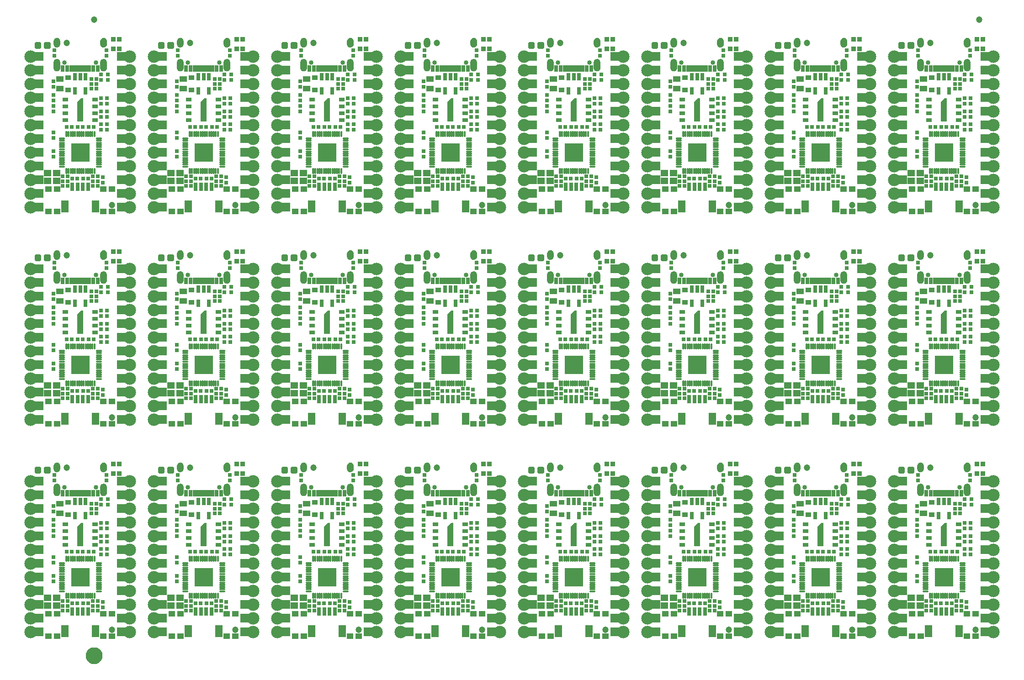
<source format=gts>
G04 EAGLE Gerber RS-274X export*
G75*
%MOMM*%
%FSLAX34Y34*%
%LPD*%
%INSoldermask Top*%
%IPPOS*%
%AMOC8*
5,1,8,0,0,1.08239X$1,22.5*%
G01*
%ADD10R,0.803200X0.803200*%
%ADD11C,0.505344*%
%ADD12C,1.203200*%
%ADD13R,1.403200X1.003200*%
%ADD14R,1.033200X0.833200*%
%ADD15R,0.753200X1.403200*%
%ADD16R,1.203200X1.103200*%
%ADD17R,1.403200X2.203200*%
%ADD18R,0.803200X1.553200*%
%ADD19C,1.459600*%
%ADD20C,2.309600*%
%ADD21R,0.503200X1.203200*%
%ADD22R,0.803200X1.203200*%
%ADD23C,0.853200*%
%ADD24C,0.282238*%
%ADD25R,3.403200X3.403200*%
%ADD26R,1.403200X1.303200*%
%ADD27R,1.053200X0.703200*%
%ADD28R,0.903200X0.903200*%
%ADD29C,1.270000*%
%ADD30C,1.703200*%

G36*
X1237216Y959196D02*
X1237216Y959196D01*
X1237233Y959193D01*
X1237283Y959215D01*
X1237334Y959230D01*
X1237345Y959243D01*
X1237361Y959250D01*
X1237391Y959295D01*
X1237426Y959335D01*
X1237429Y959352D01*
X1237438Y959367D01*
X1237449Y959440D01*
X1237449Y1001690D01*
X1237444Y1001706D01*
X1237447Y1001723D01*
X1237425Y1001773D01*
X1237410Y1001824D01*
X1237397Y1001835D01*
X1237390Y1001851D01*
X1237345Y1001881D01*
X1237305Y1001916D01*
X1237288Y1001919D01*
X1237274Y1001928D01*
X1237200Y1001939D01*
X1233100Y1001939D01*
X1233042Y1001922D01*
X1232984Y1001910D01*
X1232972Y1001902D01*
X1232966Y1001900D01*
X1232959Y1001892D01*
X1232924Y1001866D01*
X1226424Y995366D01*
X1226395Y995314D01*
X1226362Y995264D01*
X1226360Y995249D01*
X1226357Y995244D01*
X1226357Y995233D01*
X1226351Y995190D01*
X1226351Y959440D01*
X1226356Y959424D01*
X1226353Y959407D01*
X1226375Y959357D01*
X1226390Y959306D01*
X1226403Y959295D01*
X1226410Y959279D01*
X1226455Y959249D01*
X1226495Y959214D01*
X1226512Y959211D01*
X1226527Y959202D01*
X1226600Y959191D01*
X1237200Y959191D01*
X1237216Y959196D01*
G37*
G36*
X1008616Y959196D02*
X1008616Y959196D01*
X1008633Y959193D01*
X1008683Y959215D01*
X1008734Y959230D01*
X1008745Y959243D01*
X1008761Y959250D01*
X1008791Y959295D01*
X1008826Y959335D01*
X1008829Y959352D01*
X1008838Y959367D01*
X1008849Y959440D01*
X1008849Y1001690D01*
X1008844Y1001706D01*
X1008847Y1001723D01*
X1008825Y1001773D01*
X1008810Y1001824D01*
X1008797Y1001835D01*
X1008790Y1001851D01*
X1008745Y1001881D01*
X1008705Y1001916D01*
X1008688Y1001919D01*
X1008674Y1001928D01*
X1008600Y1001939D01*
X1004500Y1001939D01*
X1004442Y1001922D01*
X1004384Y1001910D01*
X1004372Y1001902D01*
X1004366Y1001900D01*
X1004359Y1001892D01*
X1004324Y1001866D01*
X997824Y995366D01*
X997795Y995314D01*
X997762Y995264D01*
X997760Y995249D01*
X997757Y995244D01*
X997757Y995233D01*
X997751Y995190D01*
X997751Y959440D01*
X997756Y959424D01*
X997753Y959407D01*
X997775Y959357D01*
X997790Y959306D01*
X997803Y959295D01*
X997810Y959279D01*
X997855Y959249D01*
X997895Y959214D01*
X997912Y959211D01*
X997927Y959202D01*
X998000Y959191D01*
X1008600Y959191D01*
X1008616Y959196D01*
G37*
G36*
X1694416Y959196D02*
X1694416Y959196D01*
X1694433Y959193D01*
X1694483Y959215D01*
X1694534Y959230D01*
X1694545Y959243D01*
X1694561Y959250D01*
X1694591Y959295D01*
X1694626Y959335D01*
X1694629Y959352D01*
X1694638Y959367D01*
X1694649Y959440D01*
X1694649Y1001690D01*
X1694644Y1001706D01*
X1694647Y1001723D01*
X1694625Y1001773D01*
X1694610Y1001824D01*
X1694597Y1001835D01*
X1694590Y1001851D01*
X1694545Y1001881D01*
X1694505Y1001916D01*
X1694488Y1001919D01*
X1694474Y1001928D01*
X1694400Y1001939D01*
X1690300Y1001939D01*
X1690242Y1001922D01*
X1690184Y1001910D01*
X1690172Y1001902D01*
X1690166Y1001900D01*
X1690159Y1001892D01*
X1690124Y1001866D01*
X1683624Y995366D01*
X1683595Y995314D01*
X1683562Y995264D01*
X1683560Y995249D01*
X1683557Y995244D01*
X1683557Y995233D01*
X1683551Y995190D01*
X1683551Y959440D01*
X1683556Y959424D01*
X1683553Y959407D01*
X1683575Y959357D01*
X1683590Y959306D01*
X1683603Y959295D01*
X1683610Y959279D01*
X1683655Y959249D01*
X1683695Y959214D01*
X1683712Y959211D01*
X1683727Y959202D01*
X1683800Y959191D01*
X1694400Y959191D01*
X1694416Y959196D01*
G37*
G36*
X322816Y959196D02*
X322816Y959196D01*
X322833Y959193D01*
X322883Y959215D01*
X322934Y959230D01*
X322945Y959243D01*
X322961Y959250D01*
X322991Y959295D01*
X323026Y959335D01*
X323029Y959352D01*
X323038Y959367D01*
X323049Y959440D01*
X323049Y1001690D01*
X323044Y1001706D01*
X323047Y1001723D01*
X323025Y1001773D01*
X323010Y1001824D01*
X322997Y1001835D01*
X322990Y1001851D01*
X322945Y1001881D01*
X322905Y1001916D01*
X322888Y1001919D01*
X322874Y1001928D01*
X322800Y1001939D01*
X318700Y1001939D01*
X318642Y1001922D01*
X318584Y1001910D01*
X318572Y1001902D01*
X318566Y1001900D01*
X318559Y1001892D01*
X318524Y1001866D01*
X312024Y995366D01*
X311995Y995314D01*
X311962Y995264D01*
X311960Y995249D01*
X311957Y995244D01*
X311957Y995233D01*
X311951Y995190D01*
X311951Y959440D01*
X311956Y959424D01*
X311953Y959407D01*
X311975Y959357D01*
X311990Y959306D01*
X312003Y959295D01*
X312010Y959279D01*
X312055Y959249D01*
X312095Y959214D01*
X312112Y959211D01*
X312127Y959202D01*
X312200Y959191D01*
X322800Y959191D01*
X322816Y959196D01*
G37*
G36*
X94216Y959196D02*
X94216Y959196D01*
X94233Y959193D01*
X94283Y959215D01*
X94334Y959230D01*
X94345Y959243D01*
X94361Y959250D01*
X94391Y959295D01*
X94426Y959335D01*
X94429Y959352D01*
X94438Y959367D01*
X94449Y959440D01*
X94449Y1001690D01*
X94444Y1001706D01*
X94447Y1001723D01*
X94425Y1001773D01*
X94410Y1001824D01*
X94397Y1001835D01*
X94390Y1001851D01*
X94345Y1001881D01*
X94305Y1001916D01*
X94288Y1001919D01*
X94274Y1001928D01*
X94200Y1001939D01*
X90100Y1001939D01*
X90042Y1001922D01*
X89984Y1001910D01*
X89972Y1001902D01*
X89966Y1001900D01*
X89959Y1001892D01*
X89924Y1001866D01*
X83424Y995366D01*
X83395Y995314D01*
X83362Y995264D01*
X83360Y995249D01*
X83357Y995244D01*
X83357Y995233D01*
X83351Y995190D01*
X83351Y959440D01*
X83356Y959424D01*
X83353Y959407D01*
X83375Y959357D01*
X83390Y959306D01*
X83403Y959295D01*
X83410Y959279D01*
X83455Y959249D01*
X83495Y959214D01*
X83512Y959211D01*
X83527Y959202D01*
X83600Y959191D01*
X94200Y959191D01*
X94216Y959196D01*
G37*
G36*
X551416Y959196D02*
X551416Y959196D01*
X551433Y959193D01*
X551483Y959215D01*
X551534Y959230D01*
X551545Y959243D01*
X551561Y959250D01*
X551591Y959295D01*
X551626Y959335D01*
X551629Y959352D01*
X551638Y959367D01*
X551649Y959440D01*
X551649Y1001690D01*
X551644Y1001706D01*
X551647Y1001723D01*
X551625Y1001773D01*
X551610Y1001824D01*
X551597Y1001835D01*
X551590Y1001851D01*
X551545Y1001881D01*
X551505Y1001916D01*
X551488Y1001919D01*
X551474Y1001928D01*
X551400Y1001939D01*
X547300Y1001939D01*
X547242Y1001922D01*
X547184Y1001910D01*
X547172Y1001902D01*
X547166Y1001900D01*
X547159Y1001892D01*
X547124Y1001866D01*
X540624Y995366D01*
X540595Y995314D01*
X540562Y995264D01*
X540560Y995249D01*
X540557Y995244D01*
X540557Y995233D01*
X540551Y995190D01*
X540551Y959440D01*
X540556Y959424D01*
X540553Y959407D01*
X540575Y959357D01*
X540590Y959306D01*
X540603Y959295D01*
X540610Y959279D01*
X540655Y959249D01*
X540695Y959214D01*
X540712Y959211D01*
X540727Y959202D01*
X540800Y959191D01*
X551400Y959191D01*
X551416Y959196D01*
G37*
G36*
X1465816Y959196D02*
X1465816Y959196D01*
X1465833Y959193D01*
X1465883Y959215D01*
X1465934Y959230D01*
X1465945Y959243D01*
X1465961Y959250D01*
X1465991Y959295D01*
X1466026Y959335D01*
X1466029Y959352D01*
X1466038Y959367D01*
X1466049Y959440D01*
X1466049Y1001690D01*
X1466044Y1001706D01*
X1466047Y1001723D01*
X1466025Y1001773D01*
X1466010Y1001824D01*
X1465997Y1001835D01*
X1465990Y1001851D01*
X1465945Y1001881D01*
X1465905Y1001916D01*
X1465888Y1001919D01*
X1465874Y1001928D01*
X1465800Y1001939D01*
X1461700Y1001939D01*
X1461642Y1001922D01*
X1461584Y1001910D01*
X1461572Y1001902D01*
X1461566Y1001900D01*
X1461559Y1001892D01*
X1461524Y1001866D01*
X1455024Y995366D01*
X1454995Y995314D01*
X1454962Y995264D01*
X1454960Y995249D01*
X1454957Y995244D01*
X1454957Y995233D01*
X1454951Y995190D01*
X1454951Y959440D01*
X1454956Y959424D01*
X1454953Y959407D01*
X1454975Y959357D01*
X1454990Y959306D01*
X1455003Y959295D01*
X1455010Y959279D01*
X1455055Y959249D01*
X1455095Y959214D01*
X1455112Y959211D01*
X1455127Y959202D01*
X1455200Y959191D01*
X1465800Y959191D01*
X1465816Y959196D01*
G37*
G36*
X780016Y959196D02*
X780016Y959196D01*
X780033Y959193D01*
X780083Y959215D01*
X780134Y959230D01*
X780145Y959243D01*
X780161Y959250D01*
X780191Y959295D01*
X780226Y959335D01*
X780229Y959352D01*
X780238Y959367D01*
X780249Y959440D01*
X780249Y1001690D01*
X780244Y1001706D01*
X780247Y1001723D01*
X780225Y1001773D01*
X780210Y1001824D01*
X780197Y1001835D01*
X780190Y1001851D01*
X780145Y1001881D01*
X780105Y1001916D01*
X780088Y1001919D01*
X780074Y1001928D01*
X780000Y1001939D01*
X775900Y1001939D01*
X775842Y1001922D01*
X775784Y1001910D01*
X775772Y1001902D01*
X775766Y1001900D01*
X775759Y1001892D01*
X775724Y1001866D01*
X769224Y995366D01*
X769195Y995314D01*
X769162Y995264D01*
X769160Y995249D01*
X769157Y995244D01*
X769157Y995233D01*
X769151Y995190D01*
X769151Y959440D01*
X769156Y959424D01*
X769153Y959407D01*
X769175Y959357D01*
X769190Y959306D01*
X769203Y959295D01*
X769210Y959279D01*
X769255Y959249D01*
X769295Y959214D01*
X769312Y959211D01*
X769327Y959202D01*
X769400Y959191D01*
X780000Y959191D01*
X780016Y959196D01*
G37*
G36*
X322816Y565496D02*
X322816Y565496D01*
X322833Y565493D01*
X322883Y565515D01*
X322934Y565530D01*
X322945Y565543D01*
X322961Y565550D01*
X322991Y565595D01*
X323026Y565635D01*
X323029Y565652D01*
X323038Y565667D01*
X323049Y565740D01*
X323049Y607990D01*
X323044Y608006D01*
X323047Y608023D01*
X323025Y608073D01*
X323010Y608124D01*
X322997Y608135D01*
X322990Y608151D01*
X322945Y608181D01*
X322905Y608216D01*
X322888Y608219D01*
X322874Y608228D01*
X322800Y608239D01*
X318700Y608239D01*
X318642Y608222D01*
X318584Y608210D01*
X318572Y608202D01*
X318566Y608200D01*
X318559Y608192D01*
X318524Y608166D01*
X312024Y601666D01*
X311995Y601614D01*
X311962Y601564D01*
X311960Y601549D01*
X311957Y601544D01*
X311957Y601533D01*
X311951Y601490D01*
X311951Y565740D01*
X311956Y565724D01*
X311953Y565707D01*
X311975Y565657D01*
X311990Y565606D01*
X312003Y565595D01*
X312010Y565579D01*
X312055Y565549D01*
X312095Y565514D01*
X312112Y565511D01*
X312127Y565502D01*
X312200Y565491D01*
X322800Y565491D01*
X322816Y565496D01*
G37*
G36*
X1694416Y565496D02*
X1694416Y565496D01*
X1694433Y565493D01*
X1694483Y565515D01*
X1694534Y565530D01*
X1694545Y565543D01*
X1694561Y565550D01*
X1694591Y565595D01*
X1694626Y565635D01*
X1694629Y565652D01*
X1694638Y565667D01*
X1694649Y565740D01*
X1694649Y607990D01*
X1694644Y608006D01*
X1694647Y608023D01*
X1694625Y608073D01*
X1694610Y608124D01*
X1694597Y608135D01*
X1694590Y608151D01*
X1694545Y608181D01*
X1694505Y608216D01*
X1694488Y608219D01*
X1694474Y608228D01*
X1694400Y608239D01*
X1690300Y608239D01*
X1690242Y608222D01*
X1690184Y608210D01*
X1690172Y608202D01*
X1690166Y608200D01*
X1690159Y608192D01*
X1690124Y608166D01*
X1683624Y601666D01*
X1683595Y601614D01*
X1683562Y601564D01*
X1683560Y601549D01*
X1683557Y601544D01*
X1683557Y601533D01*
X1683551Y601490D01*
X1683551Y565740D01*
X1683556Y565724D01*
X1683553Y565707D01*
X1683575Y565657D01*
X1683590Y565606D01*
X1683603Y565595D01*
X1683610Y565579D01*
X1683655Y565549D01*
X1683695Y565514D01*
X1683712Y565511D01*
X1683727Y565502D01*
X1683800Y565491D01*
X1694400Y565491D01*
X1694416Y565496D01*
G37*
G36*
X1465816Y565496D02*
X1465816Y565496D01*
X1465833Y565493D01*
X1465883Y565515D01*
X1465934Y565530D01*
X1465945Y565543D01*
X1465961Y565550D01*
X1465991Y565595D01*
X1466026Y565635D01*
X1466029Y565652D01*
X1466038Y565667D01*
X1466049Y565740D01*
X1466049Y607990D01*
X1466044Y608006D01*
X1466047Y608023D01*
X1466025Y608073D01*
X1466010Y608124D01*
X1465997Y608135D01*
X1465990Y608151D01*
X1465945Y608181D01*
X1465905Y608216D01*
X1465888Y608219D01*
X1465874Y608228D01*
X1465800Y608239D01*
X1461700Y608239D01*
X1461642Y608222D01*
X1461584Y608210D01*
X1461572Y608202D01*
X1461566Y608200D01*
X1461559Y608192D01*
X1461524Y608166D01*
X1455024Y601666D01*
X1454995Y601614D01*
X1454962Y601564D01*
X1454960Y601549D01*
X1454957Y601544D01*
X1454957Y601533D01*
X1454951Y601490D01*
X1454951Y565740D01*
X1454956Y565724D01*
X1454953Y565707D01*
X1454975Y565657D01*
X1454990Y565606D01*
X1455003Y565595D01*
X1455010Y565579D01*
X1455055Y565549D01*
X1455095Y565514D01*
X1455112Y565511D01*
X1455127Y565502D01*
X1455200Y565491D01*
X1465800Y565491D01*
X1465816Y565496D01*
G37*
G36*
X1008616Y565496D02*
X1008616Y565496D01*
X1008633Y565493D01*
X1008683Y565515D01*
X1008734Y565530D01*
X1008745Y565543D01*
X1008761Y565550D01*
X1008791Y565595D01*
X1008826Y565635D01*
X1008829Y565652D01*
X1008838Y565667D01*
X1008849Y565740D01*
X1008849Y607990D01*
X1008844Y608006D01*
X1008847Y608023D01*
X1008825Y608073D01*
X1008810Y608124D01*
X1008797Y608135D01*
X1008790Y608151D01*
X1008745Y608181D01*
X1008705Y608216D01*
X1008688Y608219D01*
X1008674Y608228D01*
X1008600Y608239D01*
X1004500Y608239D01*
X1004442Y608222D01*
X1004384Y608210D01*
X1004372Y608202D01*
X1004366Y608200D01*
X1004359Y608192D01*
X1004324Y608166D01*
X997824Y601666D01*
X997795Y601614D01*
X997762Y601564D01*
X997760Y601549D01*
X997757Y601544D01*
X997757Y601533D01*
X997751Y601490D01*
X997751Y565740D01*
X997756Y565724D01*
X997753Y565707D01*
X997775Y565657D01*
X997790Y565606D01*
X997803Y565595D01*
X997810Y565579D01*
X997855Y565549D01*
X997895Y565514D01*
X997912Y565511D01*
X997927Y565502D01*
X998000Y565491D01*
X1008600Y565491D01*
X1008616Y565496D01*
G37*
G36*
X94216Y565496D02*
X94216Y565496D01*
X94233Y565493D01*
X94283Y565515D01*
X94334Y565530D01*
X94345Y565543D01*
X94361Y565550D01*
X94391Y565595D01*
X94426Y565635D01*
X94429Y565652D01*
X94438Y565667D01*
X94449Y565740D01*
X94449Y607990D01*
X94444Y608006D01*
X94447Y608023D01*
X94425Y608073D01*
X94410Y608124D01*
X94397Y608135D01*
X94390Y608151D01*
X94345Y608181D01*
X94305Y608216D01*
X94288Y608219D01*
X94274Y608228D01*
X94200Y608239D01*
X90100Y608239D01*
X90042Y608222D01*
X89984Y608210D01*
X89972Y608202D01*
X89966Y608200D01*
X89959Y608192D01*
X89924Y608166D01*
X83424Y601666D01*
X83395Y601614D01*
X83362Y601564D01*
X83360Y601549D01*
X83357Y601544D01*
X83357Y601533D01*
X83351Y601490D01*
X83351Y565740D01*
X83356Y565724D01*
X83353Y565707D01*
X83375Y565657D01*
X83390Y565606D01*
X83403Y565595D01*
X83410Y565579D01*
X83455Y565549D01*
X83495Y565514D01*
X83512Y565511D01*
X83527Y565502D01*
X83600Y565491D01*
X94200Y565491D01*
X94216Y565496D01*
G37*
G36*
X780016Y565496D02*
X780016Y565496D01*
X780033Y565493D01*
X780083Y565515D01*
X780134Y565530D01*
X780145Y565543D01*
X780161Y565550D01*
X780191Y565595D01*
X780226Y565635D01*
X780229Y565652D01*
X780238Y565667D01*
X780249Y565740D01*
X780249Y607990D01*
X780244Y608006D01*
X780247Y608023D01*
X780225Y608073D01*
X780210Y608124D01*
X780197Y608135D01*
X780190Y608151D01*
X780145Y608181D01*
X780105Y608216D01*
X780088Y608219D01*
X780074Y608228D01*
X780000Y608239D01*
X775900Y608239D01*
X775842Y608222D01*
X775784Y608210D01*
X775772Y608202D01*
X775766Y608200D01*
X775759Y608192D01*
X775724Y608166D01*
X769224Y601666D01*
X769195Y601614D01*
X769162Y601564D01*
X769160Y601549D01*
X769157Y601544D01*
X769157Y601533D01*
X769151Y601490D01*
X769151Y565740D01*
X769156Y565724D01*
X769153Y565707D01*
X769175Y565657D01*
X769190Y565606D01*
X769203Y565595D01*
X769210Y565579D01*
X769255Y565549D01*
X769295Y565514D01*
X769312Y565511D01*
X769327Y565502D01*
X769400Y565491D01*
X780000Y565491D01*
X780016Y565496D01*
G37*
G36*
X551416Y565496D02*
X551416Y565496D01*
X551433Y565493D01*
X551483Y565515D01*
X551534Y565530D01*
X551545Y565543D01*
X551561Y565550D01*
X551591Y565595D01*
X551626Y565635D01*
X551629Y565652D01*
X551638Y565667D01*
X551649Y565740D01*
X551649Y607990D01*
X551644Y608006D01*
X551647Y608023D01*
X551625Y608073D01*
X551610Y608124D01*
X551597Y608135D01*
X551590Y608151D01*
X551545Y608181D01*
X551505Y608216D01*
X551488Y608219D01*
X551474Y608228D01*
X551400Y608239D01*
X547300Y608239D01*
X547242Y608222D01*
X547184Y608210D01*
X547172Y608202D01*
X547166Y608200D01*
X547159Y608192D01*
X547124Y608166D01*
X540624Y601666D01*
X540595Y601614D01*
X540562Y601564D01*
X540560Y601549D01*
X540557Y601544D01*
X540557Y601533D01*
X540551Y601490D01*
X540551Y565740D01*
X540556Y565724D01*
X540553Y565707D01*
X540575Y565657D01*
X540590Y565606D01*
X540603Y565595D01*
X540610Y565579D01*
X540655Y565549D01*
X540695Y565514D01*
X540712Y565511D01*
X540727Y565502D01*
X540800Y565491D01*
X551400Y565491D01*
X551416Y565496D01*
G37*
G36*
X1237216Y565496D02*
X1237216Y565496D01*
X1237233Y565493D01*
X1237283Y565515D01*
X1237334Y565530D01*
X1237345Y565543D01*
X1237361Y565550D01*
X1237391Y565595D01*
X1237426Y565635D01*
X1237429Y565652D01*
X1237438Y565667D01*
X1237449Y565740D01*
X1237449Y607990D01*
X1237444Y608006D01*
X1237447Y608023D01*
X1237425Y608073D01*
X1237410Y608124D01*
X1237397Y608135D01*
X1237390Y608151D01*
X1237345Y608181D01*
X1237305Y608216D01*
X1237288Y608219D01*
X1237274Y608228D01*
X1237200Y608239D01*
X1233100Y608239D01*
X1233042Y608222D01*
X1232984Y608210D01*
X1232972Y608202D01*
X1232966Y608200D01*
X1232959Y608192D01*
X1232924Y608166D01*
X1226424Y601666D01*
X1226395Y601614D01*
X1226362Y601564D01*
X1226360Y601549D01*
X1226357Y601544D01*
X1226357Y601533D01*
X1226351Y601490D01*
X1226351Y565740D01*
X1226356Y565724D01*
X1226353Y565707D01*
X1226375Y565657D01*
X1226390Y565606D01*
X1226403Y565595D01*
X1226410Y565579D01*
X1226455Y565549D01*
X1226495Y565514D01*
X1226512Y565511D01*
X1226527Y565502D01*
X1226600Y565491D01*
X1237200Y565491D01*
X1237216Y565496D01*
G37*
G36*
X94216Y171796D02*
X94216Y171796D01*
X94233Y171793D01*
X94283Y171815D01*
X94334Y171830D01*
X94345Y171843D01*
X94361Y171850D01*
X94391Y171895D01*
X94426Y171935D01*
X94429Y171952D01*
X94438Y171967D01*
X94449Y172040D01*
X94449Y214290D01*
X94444Y214306D01*
X94447Y214323D01*
X94425Y214373D01*
X94410Y214424D01*
X94397Y214435D01*
X94390Y214451D01*
X94345Y214481D01*
X94305Y214516D01*
X94288Y214519D01*
X94274Y214528D01*
X94200Y214539D01*
X90100Y214539D01*
X90042Y214522D01*
X89984Y214510D01*
X89972Y214502D01*
X89966Y214500D01*
X89959Y214492D01*
X89924Y214466D01*
X83424Y207966D01*
X83395Y207914D01*
X83362Y207864D01*
X83360Y207849D01*
X83357Y207844D01*
X83357Y207833D01*
X83351Y207790D01*
X83351Y172040D01*
X83356Y172024D01*
X83353Y172007D01*
X83375Y171957D01*
X83390Y171906D01*
X83403Y171895D01*
X83410Y171879D01*
X83455Y171849D01*
X83495Y171814D01*
X83512Y171811D01*
X83527Y171802D01*
X83600Y171791D01*
X94200Y171791D01*
X94216Y171796D01*
G37*
G36*
X1237216Y171796D02*
X1237216Y171796D01*
X1237233Y171793D01*
X1237283Y171815D01*
X1237334Y171830D01*
X1237345Y171843D01*
X1237361Y171850D01*
X1237391Y171895D01*
X1237426Y171935D01*
X1237429Y171952D01*
X1237438Y171967D01*
X1237449Y172040D01*
X1237449Y214290D01*
X1237444Y214306D01*
X1237447Y214323D01*
X1237425Y214373D01*
X1237410Y214424D01*
X1237397Y214435D01*
X1237390Y214451D01*
X1237345Y214481D01*
X1237305Y214516D01*
X1237288Y214519D01*
X1237274Y214528D01*
X1237200Y214539D01*
X1233100Y214539D01*
X1233042Y214522D01*
X1232984Y214510D01*
X1232972Y214502D01*
X1232966Y214500D01*
X1232959Y214492D01*
X1232924Y214466D01*
X1226424Y207966D01*
X1226395Y207914D01*
X1226362Y207864D01*
X1226360Y207849D01*
X1226357Y207844D01*
X1226357Y207833D01*
X1226351Y207790D01*
X1226351Y172040D01*
X1226356Y172024D01*
X1226353Y172007D01*
X1226375Y171957D01*
X1226390Y171906D01*
X1226403Y171895D01*
X1226410Y171879D01*
X1226455Y171849D01*
X1226495Y171814D01*
X1226512Y171811D01*
X1226527Y171802D01*
X1226600Y171791D01*
X1237200Y171791D01*
X1237216Y171796D01*
G37*
G36*
X1694416Y171796D02*
X1694416Y171796D01*
X1694433Y171793D01*
X1694483Y171815D01*
X1694534Y171830D01*
X1694545Y171843D01*
X1694561Y171850D01*
X1694591Y171895D01*
X1694626Y171935D01*
X1694629Y171952D01*
X1694638Y171967D01*
X1694649Y172040D01*
X1694649Y214290D01*
X1694644Y214306D01*
X1694647Y214323D01*
X1694625Y214373D01*
X1694610Y214424D01*
X1694597Y214435D01*
X1694590Y214451D01*
X1694545Y214481D01*
X1694505Y214516D01*
X1694488Y214519D01*
X1694474Y214528D01*
X1694400Y214539D01*
X1690300Y214539D01*
X1690242Y214522D01*
X1690184Y214510D01*
X1690172Y214502D01*
X1690166Y214500D01*
X1690159Y214492D01*
X1690124Y214466D01*
X1683624Y207966D01*
X1683595Y207914D01*
X1683562Y207864D01*
X1683560Y207849D01*
X1683557Y207844D01*
X1683557Y207833D01*
X1683551Y207790D01*
X1683551Y172040D01*
X1683556Y172024D01*
X1683553Y172007D01*
X1683575Y171957D01*
X1683590Y171906D01*
X1683603Y171895D01*
X1683610Y171879D01*
X1683655Y171849D01*
X1683695Y171814D01*
X1683712Y171811D01*
X1683727Y171802D01*
X1683800Y171791D01*
X1694400Y171791D01*
X1694416Y171796D01*
G37*
G36*
X322816Y171796D02*
X322816Y171796D01*
X322833Y171793D01*
X322883Y171815D01*
X322934Y171830D01*
X322945Y171843D01*
X322961Y171850D01*
X322991Y171895D01*
X323026Y171935D01*
X323029Y171952D01*
X323038Y171967D01*
X323049Y172040D01*
X323049Y214290D01*
X323044Y214306D01*
X323047Y214323D01*
X323025Y214373D01*
X323010Y214424D01*
X322997Y214435D01*
X322990Y214451D01*
X322945Y214481D01*
X322905Y214516D01*
X322888Y214519D01*
X322874Y214528D01*
X322800Y214539D01*
X318700Y214539D01*
X318642Y214522D01*
X318584Y214510D01*
X318572Y214502D01*
X318566Y214500D01*
X318559Y214492D01*
X318524Y214466D01*
X312024Y207966D01*
X311995Y207914D01*
X311962Y207864D01*
X311960Y207849D01*
X311957Y207844D01*
X311957Y207833D01*
X311951Y207790D01*
X311951Y172040D01*
X311956Y172024D01*
X311953Y172007D01*
X311975Y171957D01*
X311990Y171906D01*
X312003Y171895D01*
X312010Y171879D01*
X312055Y171849D01*
X312095Y171814D01*
X312112Y171811D01*
X312127Y171802D01*
X312200Y171791D01*
X322800Y171791D01*
X322816Y171796D01*
G37*
G36*
X551416Y171796D02*
X551416Y171796D01*
X551433Y171793D01*
X551483Y171815D01*
X551534Y171830D01*
X551545Y171843D01*
X551561Y171850D01*
X551591Y171895D01*
X551626Y171935D01*
X551629Y171952D01*
X551638Y171967D01*
X551649Y172040D01*
X551649Y214290D01*
X551644Y214306D01*
X551647Y214323D01*
X551625Y214373D01*
X551610Y214424D01*
X551597Y214435D01*
X551590Y214451D01*
X551545Y214481D01*
X551505Y214516D01*
X551488Y214519D01*
X551474Y214528D01*
X551400Y214539D01*
X547300Y214539D01*
X547242Y214522D01*
X547184Y214510D01*
X547172Y214502D01*
X547166Y214500D01*
X547159Y214492D01*
X547124Y214466D01*
X540624Y207966D01*
X540595Y207914D01*
X540562Y207864D01*
X540560Y207849D01*
X540557Y207844D01*
X540557Y207833D01*
X540551Y207790D01*
X540551Y172040D01*
X540556Y172024D01*
X540553Y172007D01*
X540575Y171957D01*
X540590Y171906D01*
X540603Y171895D01*
X540610Y171879D01*
X540655Y171849D01*
X540695Y171814D01*
X540712Y171811D01*
X540727Y171802D01*
X540800Y171791D01*
X551400Y171791D01*
X551416Y171796D01*
G37*
G36*
X1465816Y171796D02*
X1465816Y171796D01*
X1465833Y171793D01*
X1465883Y171815D01*
X1465934Y171830D01*
X1465945Y171843D01*
X1465961Y171850D01*
X1465991Y171895D01*
X1466026Y171935D01*
X1466029Y171952D01*
X1466038Y171967D01*
X1466049Y172040D01*
X1466049Y214290D01*
X1466044Y214306D01*
X1466047Y214323D01*
X1466025Y214373D01*
X1466010Y214424D01*
X1465997Y214435D01*
X1465990Y214451D01*
X1465945Y214481D01*
X1465905Y214516D01*
X1465888Y214519D01*
X1465874Y214528D01*
X1465800Y214539D01*
X1461700Y214539D01*
X1461642Y214522D01*
X1461584Y214510D01*
X1461572Y214502D01*
X1461566Y214500D01*
X1461559Y214492D01*
X1461524Y214466D01*
X1455024Y207966D01*
X1454995Y207914D01*
X1454962Y207864D01*
X1454960Y207849D01*
X1454957Y207844D01*
X1454957Y207833D01*
X1454951Y207790D01*
X1454951Y172040D01*
X1454956Y172024D01*
X1454953Y172007D01*
X1454975Y171957D01*
X1454990Y171906D01*
X1455003Y171895D01*
X1455010Y171879D01*
X1455055Y171849D01*
X1455095Y171814D01*
X1455112Y171811D01*
X1455127Y171802D01*
X1455200Y171791D01*
X1465800Y171791D01*
X1465816Y171796D01*
G37*
G36*
X1008616Y171796D02*
X1008616Y171796D01*
X1008633Y171793D01*
X1008683Y171815D01*
X1008734Y171830D01*
X1008745Y171843D01*
X1008761Y171850D01*
X1008791Y171895D01*
X1008826Y171935D01*
X1008829Y171952D01*
X1008838Y171967D01*
X1008849Y172040D01*
X1008849Y214290D01*
X1008844Y214306D01*
X1008847Y214323D01*
X1008825Y214373D01*
X1008810Y214424D01*
X1008797Y214435D01*
X1008790Y214451D01*
X1008745Y214481D01*
X1008705Y214516D01*
X1008688Y214519D01*
X1008674Y214528D01*
X1008600Y214539D01*
X1004500Y214539D01*
X1004442Y214522D01*
X1004384Y214510D01*
X1004372Y214502D01*
X1004366Y214500D01*
X1004359Y214492D01*
X1004324Y214466D01*
X997824Y207966D01*
X997795Y207914D01*
X997762Y207864D01*
X997760Y207849D01*
X997757Y207844D01*
X997757Y207833D01*
X997751Y207790D01*
X997751Y172040D01*
X997756Y172024D01*
X997753Y172007D01*
X997775Y171957D01*
X997790Y171906D01*
X997803Y171895D01*
X997810Y171879D01*
X997855Y171849D01*
X997895Y171814D01*
X997912Y171811D01*
X997927Y171802D01*
X998000Y171791D01*
X1008600Y171791D01*
X1008616Y171796D01*
G37*
G36*
X780016Y171796D02*
X780016Y171796D01*
X780033Y171793D01*
X780083Y171815D01*
X780134Y171830D01*
X780145Y171843D01*
X780161Y171850D01*
X780191Y171895D01*
X780226Y171935D01*
X780229Y171952D01*
X780238Y171967D01*
X780249Y172040D01*
X780249Y214290D01*
X780244Y214306D01*
X780247Y214323D01*
X780225Y214373D01*
X780210Y214424D01*
X780197Y214435D01*
X780190Y214451D01*
X780145Y214481D01*
X780105Y214516D01*
X780088Y214519D01*
X780074Y214528D01*
X780000Y214539D01*
X775900Y214539D01*
X775842Y214522D01*
X775784Y214510D01*
X775772Y214502D01*
X775766Y214500D01*
X775759Y214492D01*
X775724Y214466D01*
X769224Y207966D01*
X769195Y207914D01*
X769162Y207864D01*
X769160Y207849D01*
X769157Y207844D01*
X769157Y207833D01*
X769151Y207790D01*
X769151Y172040D01*
X769156Y172024D01*
X769153Y172007D01*
X769175Y171957D01*
X769190Y171906D01*
X769203Y171895D01*
X769210Y171879D01*
X769255Y171849D01*
X769295Y171814D01*
X769312Y171811D01*
X769327Y171802D01*
X769400Y171791D01*
X780000Y171791D01*
X780016Y171796D01*
G37*
G36*
X1092202Y994920D02*
X1092202Y994920D01*
X1092204Y994919D01*
X1092247Y994939D01*
X1092291Y994957D01*
X1092291Y994959D01*
X1092293Y994960D01*
X1092326Y995045D01*
X1092326Y1011555D01*
X1092325Y1011557D01*
X1092326Y1011559D01*
X1092306Y1011602D01*
X1092288Y1011646D01*
X1092286Y1011646D01*
X1092285Y1011648D01*
X1092200Y1011681D01*
X1071880Y1011681D01*
X1071878Y1011680D01*
X1071876Y1011681D01*
X1071833Y1011661D01*
X1071789Y1011643D01*
X1071789Y1011641D01*
X1071787Y1011640D01*
X1071754Y1011555D01*
X1071754Y995045D01*
X1071755Y995043D01*
X1071754Y995041D01*
X1071774Y994998D01*
X1071792Y994954D01*
X1071794Y994954D01*
X1071795Y994952D01*
X1071880Y994919D01*
X1092200Y994919D01*
X1092202Y994920D01*
G37*
G36*
X1092202Y80520D02*
X1092202Y80520D01*
X1092204Y80519D01*
X1092247Y80539D01*
X1092291Y80557D01*
X1092291Y80559D01*
X1092293Y80560D01*
X1092326Y80645D01*
X1092326Y97155D01*
X1092325Y97157D01*
X1092326Y97159D01*
X1092306Y97202D01*
X1092288Y97246D01*
X1092286Y97246D01*
X1092285Y97248D01*
X1092200Y97281D01*
X1071880Y97281D01*
X1071878Y97280D01*
X1071876Y97281D01*
X1071833Y97261D01*
X1071789Y97243D01*
X1071789Y97241D01*
X1071787Y97240D01*
X1071754Y97155D01*
X1071754Y80645D01*
X1071755Y80643D01*
X1071754Y80641D01*
X1071774Y80598D01*
X1071792Y80554D01*
X1071794Y80554D01*
X1071795Y80552D01*
X1071880Y80519D01*
X1092200Y80519D01*
X1092202Y80520D01*
G37*
G36*
X1391922Y80520D02*
X1391922Y80520D01*
X1391924Y80519D01*
X1391967Y80539D01*
X1392011Y80557D01*
X1392011Y80559D01*
X1392013Y80560D01*
X1392046Y80645D01*
X1392046Y97155D01*
X1392045Y97157D01*
X1392046Y97159D01*
X1392026Y97202D01*
X1392008Y97246D01*
X1392006Y97246D01*
X1392005Y97248D01*
X1391920Y97281D01*
X1371600Y97281D01*
X1371598Y97280D01*
X1371596Y97281D01*
X1371553Y97261D01*
X1371509Y97243D01*
X1371509Y97241D01*
X1371507Y97240D01*
X1371474Y97155D01*
X1371474Y80645D01*
X1371475Y80643D01*
X1371474Y80641D01*
X1371494Y80598D01*
X1371512Y80554D01*
X1371514Y80554D01*
X1371515Y80552D01*
X1371600Y80519D01*
X1391920Y80519D01*
X1391922Y80520D01*
G37*
G36*
X1778002Y80520D02*
X1778002Y80520D01*
X1778004Y80519D01*
X1778047Y80539D01*
X1778091Y80557D01*
X1778091Y80559D01*
X1778093Y80560D01*
X1778126Y80645D01*
X1778126Y97155D01*
X1778125Y97157D01*
X1778126Y97159D01*
X1778106Y97202D01*
X1778088Y97246D01*
X1778086Y97246D01*
X1778085Y97248D01*
X1778000Y97281D01*
X1757680Y97281D01*
X1757678Y97280D01*
X1757676Y97281D01*
X1757633Y97261D01*
X1757589Y97243D01*
X1757589Y97241D01*
X1757587Y97240D01*
X1757554Y97155D01*
X1757554Y80645D01*
X1757555Y80643D01*
X1757554Y80641D01*
X1757574Y80598D01*
X1757592Y80554D01*
X1757594Y80554D01*
X1757595Y80552D01*
X1757680Y80519D01*
X1778000Y80519D01*
X1778002Y80520D01*
G37*
G36*
X1163322Y80520D02*
X1163322Y80520D01*
X1163324Y80519D01*
X1163367Y80539D01*
X1163411Y80557D01*
X1163411Y80559D01*
X1163413Y80560D01*
X1163446Y80645D01*
X1163446Y97155D01*
X1163445Y97157D01*
X1163446Y97159D01*
X1163426Y97202D01*
X1163408Y97246D01*
X1163406Y97246D01*
X1163405Y97248D01*
X1163320Y97281D01*
X1143000Y97281D01*
X1142998Y97280D01*
X1142996Y97281D01*
X1142953Y97261D01*
X1142909Y97243D01*
X1142909Y97241D01*
X1142907Y97240D01*
X1142874Y97155D01*
X1142874Y80645D01*
X1142875Y80643D01*
X1142874Y80641D01*
X1142894Y80598D01*
X1142912Y80554D01*
X1142914Y80554D01*
X1142915Y80552D01*
X1143000Y80519D01*
X1163320Y80519D01*
X1163322Y80520D01*
G37*
G36*
X1620522Y80520D02*
X1620522Y80520D01*
X1620524Y80519D01*
X1620567Y80539D01*
X1620611Y80557D01*
X1620611Y80559D01*
X1620613Y80560D01*
X1620646Y80645D01*
X1620646Y97155D01*
X1620645Y97157D01*
X1620646Y97159D01*
X1620626Y97202D01*
X1620608Y97246D01*
X1620606Y97246D01*
X1620605Y97248D01*
X1620520Y97281D01*
X1600200Y97281D01*
X1600198Y97280D01*
X1600196Y97281D01*
X1600153Y97261D01*
X1600109Y97243D01*
X1600109Y97241D01*
X1600107Y97240D01*
X1600074Y97155D01*
X1600074Y80645D01*
X1600075Y80643D01*
X1600074Y80641D01*
X1600094Y80598D01*
X1600112Y80554D01*
X1600114Y80554D01*
X1600115Y80552D01*
X1600200Y80519D01*
X1620520Y80519D01*
X1620522Y80520D01*
G37*
G36*
X934722Y80520D02*
X934722Y80520D01*
X934724Y80519D01*
X934767Y80539D01*
X934811Y80557D01*
X934811Y80559D01*
X934813Y80560D01*
X934846Y80645D01*
X934846Y97155D01*
X934845Y97157D01*
X934846Y97159D01*
X934826Y97202D01*
X934808Y97246D01*
X934806Y97246D01*
X934805Y97248D01*
X934720Y97281D01*
X914400Y97281D01*
X914398Y97280D01*
X914396Y97281D01*
X914353Y97261D01*
X914309Y97243D01*
X914309Y97241D01*
X914307Y97240D01*
X914274Y97155D01*
X914274Y80645D01*
X914275Y80643D01*
X914274Y80641D01*
X914294Y80598D01*
X914312Y80554D01*
X914314Y80554D01*
X914315Y80552D01*
X914400Y80519D01*
X934720Y80519D01*
X934722Y80520D01*
G37*
G36*
X477522Y80520D02*
X477522Y80520D01*
X477524Y80519D01*
X477567Y80539D01*
X477611Y80557D01*
X477611Y80559D01*
X477613Y80560D01*
X477646Y80645D01*
X477646Y97155D01*
X477645Y97157D01*
X477646Y97159D01*
X477626Y97202D01*
X477608Y97246D01*
X477606Y97246D01*
X477605Y97248D01*
X477520Y97281D01*
X457200Y97281D01*
X457198Y97280D01*
X457196Y97281D01*
X457153Y97261D01*
X457109Y97243D01*
X457109Y97241D01*
X457107Y97240D01*
X457074Y97155D01*
X457074Y80645D01*
X457075Y80643D01*
X457074Y80641D01*
X457094Y80598D01*
X457112Y80554D01*
X457114Y80554D01*
X457115Y80552D01*
X457200Y80519D01*
X477520Y80519D01*
X477522Y80520D01*
G37*
G36*
X406402Y80520D02*
X406402Y80520D01*
X406404Y80519D01*
X406447Y80539D01*
X406491Y80557D01*
X406491Y80559D01*
X406493Y80560D01*
X406526Y80645D01*
X406526Y97155D01*
X406525Y97157D01*
X406526Y97159D01*
X406506Y97202D01*
X406488Y97246D01*
X406486Y97246D01*
X406485Y97248D01*
X406400Y97281D01*
X386080Y97281D01*
X386078Y97280D01*
X386076Y97281D01*
X386033Y97261D01*
X385989Y97243D01*
X385989Y97241D01*
X385987Y97240D01*
X385954Y97155D01*
X385954Y80645D01*
X385955Y80643D01*
X385954Y80641D01*
X385974Y80598D01*
X385992Y80554D01*
X385994Y80554D01*
X385995Y80552D01*
X386080Y80519D01*
X406400Y80519D01*
X406402Y80520D01*
G37*
G36*
X1620522Y55120D02*
X1620522Y55120D01*
X1620524Y55119D01*
X1620567Y55139D01*
X1620611Y55157D01*
X1620611Y55159D01*
X1620613Y55160D01*
X1620646Y55245D01*
X1620646Y71755D01*
X1620645Y71757D01*
X1620646Y71759D01*
X1620626Y71802D01*
X1620608Y71846D01*
X1620606Y71846D01*
X1620605Y71848D01*
X1620520Y71881D01*
X1600200Y71881D01*
X1600198Y71880D01*
X1600196Y71881D01*
X1600153Y71861D01*
X1600109Y71843D01*
X1600109Y71841D01*
X1600107Y71840D01*
X1600074Y71755D01*
X1600074Y55245D01*
X1600075Y55243D01*
X1600074Y55241D01*
X1600094Y55198D01*
X1600112Y55154D01*
X1600114Y55154D01*
X1600115Y55152D01*
X1600200Y55119D01*
X1620520Y55119D01*
X1620522Y55120D01*
G37*
G36*
X20322Y55120D02*
X20322Y55120D01*
X20324Y55119D01*
X20367Y55139D01*
X20411Y55157D01*
X20411Y55159D01*
X20413Y55160D01*
X20446Y55245D01*
X20446Y71755D01*
X20445Y71757D01*
X20446Y71759D01*
X20426Y71802D01*
X20408Y71846D01*
X20406Y71846D01*
X20405Y71848D01*
X20320Y71881D01*
X0Y71881D01*
X-2Y71880D01*
X-4Y71881D01*
X-47Y71861D01*
X-91Y71843D01*
X-91Y71841D01*
X-93Y71840D01*
X-126Y71755D01*
X-126Y55245D01*
X-125Y55243D01*
X-126Y55241D01*
X-106Y55198D01*
X-88Y55154D01*
X-86Y55154D01*
X-85Y55152D01*
X0Y55119D01*
X20320Y55119D01*
X20322Y55120D01*
G37*
G36*
X1320802Y55120D02*
X1320802Y55120D01*
X1320804Y55119D01*
X1320847Y55139D01*
X1320891Y55157D01*
X1320891Y55159D01*
X1320893Y55160D01*
X1320926Y55245D01*
X1320926Y71755D01*
X1320925Y71757D01*
X1320926Y71759D01*
X1320906Y71802D01*
X1320888Y71846D01*
X1320886Y71846D01*
X1320885Y71848D01*
X1320800Y71881D01*
X1300480Y71881D01*
X1300478Y71880D01*
X1300476Y71881D01*
X1300433Y71861D01*
X1300389Y71843D01*
X1300389Y71841D01*
X1300387Y71840D01*
X1300354Y71755D01*
X1300354Y55245D01*
X1300355Y55243D01*
X1300354Y55241D01*
X1300374Y55198D01*
X1300392Y55154D01*
X1300394Y55154D01*
X1300395Y55152D01*
X1300480Y55119D01*
X1320800Y55119D01*
X1320802Y55120D01*
G37*
G36*
X406402Y55120D02*
X406402Y55120D01*
X406404Y55119D01*
X406447Y55139D01*
X406491Y55157D01*
X406491Y55159D01*
X406493Y55160D01*
X406526Y55245D01*
X406526Y71755D01*
X406525Y71757D01*
X406526Y71759D01*
X406506Y71802D01*
X406488Y71846D01*
X406486Y71846D01*
X406485Y71848D01*
X406400Y71881D01*
X386080Y71881D01*
X386078Y71880D01*
X386076Y71881D01*
X386033Y71861D01*
X385989Y71843D01*
X385989Y71841D01*
X385987Y71840D01*
X385954Y71755D01*
X385954Y55245D01*
X385955Y55243D01*
X385954Y55241D01*
X385974Y55198D01*
X385992Y55154D01*
X385994Y55154D01*
X385995Y55152D01*
X386080Y55119D01*
X406400Y55119D01*
X406402Y55120D01*
G37*
G36*
X1778002Y55120D02*
X1778002Y55120D01*
X1778004Y55119D01*
X1778047Y55139D01*
X1778091Y55157D01*
X1778091Y55159D01*
X1778093Y55160D01*
X1778126Y55245D01*
X1778126Y71755D01*
X1778125Y71757D01*
X1778126Y71759D01*
X1778106Y71802D01*
X1778088Y71846D01*
X1778086Y71846D01*
X1778085Y71848D01*
X1778000Y71881D01*
X1757680Y71881D01*
X1757678Y71880D01*
X1757676Y71881D01*
X1757633Y71861D01*
X1757589Y71843D01*
X1757589Y71841D01*
X1757587Y71840D01*
X1757554Y71755D01*
X1757554Y55245D01*
X1757555Y55243D01*
X1757554Y55241D01*
X1757574Y55198D01*
X1757592Y55154D01*
X1757594Y55154D01*
X1757595Y55152D01*
X1757680Y55119D01*
X1778000Y55119D01*
X1778002Y55120D01*
G37*
G36*
X248922Y55120D02*
X248922Y55120D01*
X248924Y55119D01*
X248967Y55139D01*
X249011Y55157D01*
X249011Y55159D01*
X249013Y55160D01*
X249046Y55245D01*
X249046Y71755D01*
X249045Y71757D01*
X249046Y71759D01*
X249026Y71802D01*
X249008Y71846D01*
X249006Y71846D01*
X249005Y71848D01*
X248920Y71881D01*
X228600Y71881D01*
X228598Y71880D01*
X228596Y71881D01*
X228553Y71861D01*
X228509Y71843D01*
X228509Y71841D01*
X228507Y71840D01*
X228474Y71755D01*
X228474Y55245D01*
X228475Y55243D01*
X228474Y55241D01*
X228494Y55198D01*
X228512Y55154D01*
X228514Y55154D01*
X228515Y55152D01*
X228600Y55119D01*
X248920Y55119D01*
X248922Y55120D01*
G37*
G36*
X1391922Y55120D02*
X1391922Y55120D01*
X1391924Y55119D01*
X1391967Y55139D01*
X1392011Y55157D01*
X1392011Y55159D01*
X1392013Y55160D01*
X1392046Y55245D01*
X1392046Y71755D01*
X1392045Y71757D01*
X1392046Y71759D01*
X1392026Y71802D01*
X1392008Y71846D01*
X1392006Y71846D01*
X1392005Y71848D01*
X1391920Y71881D01*
X1371600Y71881D01*
X1371598Y71880D01*
X1371596Y71881D01*
X1371553Y71861D01*
X1371509Y71843D01*
X1371509Y71841D01*
X1371507Y71840D01*
X1371474Y71755D01*
X1371474Y55245D01*
X1371475Y55243D01*
X1371474Y55241D01*
X1371494Y55198D01*
X1371512Y55154D01*
X1371514Y55154D01*
X1371515Y55152D01*
X1371600Y55119D01*
X1391920Y55119D01*
X1391922Y55120D01*
G37*
G36*
X1092202Y1071120D02*
X1092202Y1071120D01*
X1092204Y1071119D01*
X1092247Y1071139D01*
X1092291Y1071157D01*
X1092291Y1071159D01*
X1092293Y1071160D01*
X1092326Y1071245D01*
X1092326Y1087755D01*
X1092325Y1087757D01*
X1092326Y1087759D01*
X1092306Y1087802D01*
X1092288Y1087846D01*
X1092286Y1087846D01*
X1092285Y1087848D01*
X1092200Y1087881D01*
X1071880Y1087881D01*
X1071878Y1087880D01*
X1071876Y1087881D01*
X1071833Y1087861D01*
X1071789Y1087843D01*
X1071789Y1087841D01*
X1071787Y1087840D01*
X1071754Y1087755D01*
X1071754Y1071245D01*
X1071755Y1071243D01*
X1071754Y1071241D01*
X1071774Y1071198D01*
X1071792Y1071154D01*
X1071794Y1071154D01*
X1071795Y1071152D01*
X1071880Y1071119D01*
X1092200Y1071119D01*
X1092202Y1071120D01*
G37*
G36*
X20322Y1071120D02*
X20322Y1071120D01*
X20324Y1071119D01*
X20367Y1071139D01*
X20411Y1071157D01*
X20411Y1071159D01*
X20413Y1071160D01*
X20446Y1071245D01*
X20446Y1087755D01*
X20445Y1087757D01*
X20446Y1087759D01*
X20426Y1087802D01*
X20408Y1087846D01*
X20406Y1087846D01*
X20405Y1087848D01*
X20320Y1087881D01*
X0Y1087881D01*
X-2Y1087880D01*
X-4Y1087881D01*
X-47Y1087861D01*
X-91Y1087843D01*
X-91Y1087841D01*
X-93Y1087840D01*
X-126Y1087755D01*
X-126Y1071245D01*
X-125Y1071243D01*
X-126Y1071241D01*
X-106Y1071198D01*
X-88Y1071154D01*
X-86Y1071154D01*
X-85Y1071152D01*
X0Y1071119D01*
X20320Y1071119D01*
X20322Y1071120D01*
G37*
G36*
X635002Y1071120D02*
X635002Y1071120D01*
X635004Y1071119D01*
X635047Y1071139D01*
X635091Y1071157D01*
X635091Y1071159D01*
X635093Y1071160D01*
X635126Y1071245D01*
X635126Y1087755D01*
X635125Y1087757D01*
X635126Y1087759D01*
X635106Y1087802D01*
X635088Y1087846D01*
X635086Y1087846D01*
X635085Y1087848D01*
X635000Y1087881D01*
X614680Y1087881D01*
X614678Y1087880D01*
X614676Y1087881D01*
X614633Y1087861D01*
X614589Y1087843D01*
X614589Y1087841D01*
X614587Y1087840D01*
X614554Y1087755D01*
X614554Y1071245D01*
X614555Y1071243D01*
X614554Y1071241D01*
X614574Y1071198D01*
X614592Y1071154D01*
X614594Y1071154D01*
X614595Y1071152D01*
X614680Y1071119D01*
X635000Y1071119D01*
X635002Y1071120D01*
G37*
G36*
X1391922Y1071120D02*
X1391922Y1071120D01*
X1391924Y1071119D01*
X1391967Y1071139D01*
X1392011Y1071157D01*
X1392011Y1071159D01*
X1392013Y1071160D01*
X1392046Y1071245D01*
X1392046Y1087755D01*
X1392045Y1087757D01*
X1392046Y1087759D01*
X1392026Y1087802D01*
X1392008Y1087846D01*
X1392006Y1087846D01*
X1392005Y1087848D01*
X1391920Y1087881D01*
X1371600Y1087881D01*
X1371598Y1087880D01*
X1371596Y1087881D01*
X1371553Y1087861D01*
X1371509Y1087843D01*
X1371509Y1087841D01*
X1371507Y1087840D01*
X1371474Y1087755D01*
X1371474Y1071245D01*
X1371475Y1071243D01*
X1371474Y1071241D01*
X1371494Y1071198D01*
X1371512Y1071154D01*
X1371514Y1071154D01*
X1371515Y1071152D01*
X1371600Y1071119D01*
X1391920Y1071119D01*
X1391922Y1071120D01*
G37*
G36*
X1620522Y1071120D02*
X1620522Y1071120D01*
X1620524Y1071119D01*
X1620567Y1071139D01*
X1620611Y1071157D01*
X1620611Y1071159D01*
X1620613Y1071160D01*
X1620646Y1071245D01*
X1620646Y1087755D01*
X1620645Y1087757D01*
X1620646Y1087759D01*
X1620626Y1087802D01*
X1620608Y1087846D01*
X1620606Y1087846D01*
X1620605Y1087848D01*
X1620520Y1087881D01*
X1600200Y1087881D01*
X1600198Y1087880D01*
X1600196Y1087881D01*
X1600153Y1087861D01*
X1600109Y1087843D01*
X1600109Y1087841D01*
X1600107Y1087840D01*
X1600074Y1087755D01*
X1600074Y1071245D01*
X1600075Y1071243D01*
X1600074Y1071241D01*
X1600094Y1071198D01*
X1600112Y1071154D01*
X1600114Y1071154D01*
X1600115Y1071152D01*
X1600200Y1071119D01*
X1620520Y1071119D01*
X1620522Y1071120D01*
G37*
G36*
X934722Y1071120D02*
X934722Y1071120D01*
X934724Y1071119D01*
X934767Y1071139D01*
X934811Y1071157D01*
X934811Y1071159D01*
X934813Y1071160D01*
X934846Y1071245D01*
X934846Y1087755D01*
X934845Y1087757D01*
X934846Y1087759D01*
X934826Y1087802D01*
X934808Y1087846D01*
X934806Y1087846D01*
X934805Y1087848D01*
X934720Y1087881D01*
X914400Y1087881D01*
X914398Y1087880D01*
X914396Y1087881D01*
X914353Y1087861D01*
X914309Y1087843D01*
X914309Y1087841D01*
X914307Y1087840D01*
X914274Y1087755D01*
X914274Y1071245D01*
X914275Y1071243D01*
X914274Y1071241D01*
X914294Y1071198D01*
X914312Y1071154D01*
X914314Y1071154D01*
X914315Y1071152D01*
X914400Y1071119D01*
X934720Y1071119D01*
X934722Y1071120D01*
G37*
G36*
X406402Y1071120D02*
X406402Y1071120D01*
X406404Y1071119D01*
X406447Y1071139D01*
X406491Y1071157D01*
X406491Y1071159D01*
X406493Y1071160D01*
X406526Y1071245D01*
X406526Y1087755D01*
X406525Y1087757D01*
X406526Y1087759D01*
X406506Y1087802D01*
X406488Y1087846D01*
X406486Y1087846D01*
X406485Y1087848D01*
X406400Y1087881D01*
X386080Y1087881D01*
X386078Y1087880D01*
X386076Y1087881D01*
X386033Y1087861D01*
X385989Y1087843D01*
X385989Y1087841D01*
X385987Y1087840D01*
X385954Y1087755D01*
X385954Y1071245D01*
X385955Y1071243D01*
X385954Y1071241D01*
X385974Y1071198D01*
X385992Y1071154D01*
X385994Y1071154D01*
X385995Y1071152D01*
X386080Y1071119D01*
X406400Y1071119D01*
X406402Y1071120D01*
G37*
G36*
X863602Y1071120D02*
X863602Y1071120D01*
X863604Y1071119D01*
X863647Y1071139D01*
X863691Y1071157D01*
X863691Y1071159D01*
X863693Y1071160D01*
X863726Y1071245D01*
X863726Y1087755D01*
X863725Y1087757D01*
X863726Y1087759D01*
X863706Y1087802D01*
X863688Y1087846D01*
X863686Y1087846D01*
X863685Y1087848D01*
X863600Y1087881D01*
X843280Y1087881D01*
X843278Y1087880D01*
X843276Y1087881D01*
X843233Y1087861D01*
X843189Y1087843D01*
X843189Y1087841D01*
X843187Y1087840D01*
X843154Y1087755D01*
X843154Y1071245D01*
X843155Y1071243D01*
X843154Y1071241D01*
X843174Y1071198D01*
X843192Y1071154D01*
X843194Y1071154D01*
X843195Y1071152D01*
X843280Y1071119D01*
X863600Y1071119D01*
X863602Y1071120D01*
G37*
G36*
X177802Y1071120D02*
X177802Y1071120D01*
X177804Y1071119D01*
X177847Y1071139D01*
X177891Y1071157D01*
X177891Y1071159D01*
X177893Y1071160D01*
X177926Y1071245D01*
X177926Y1087755D01*
X177925Y1087757D01*
X177926Y1087759D01*
X177906Y1087802D01*
X177888Y1087846D01*
X177886Y1087846D01*
X177885Y1087848D01*
X177800Y1087881D01*
X157480Y1087881D01*
X157478Y1087880D01*
X157476Y1087881D01*
X157433Y1087861D01*
X157389Y1087843D01*
X157389Y1087841D01*
X157387Y1087840D01*
X157354Y1087755D01*
X157354Y1071245D01*
X157355Y1071243D01*
X157354Y1071241D01*
X157374Y1071198D01*
X157392Y1071154D01*
X157394Y1071154D01*
X157395Y1071152D01*
X157480Y1071119D01*
X177800Y1071119D01*
X177802Y1071120D01*
G37*
G36*
X248922Y1071120D02*
X248922Y1071120D01*
X248924Y1071119D01*
X248967Y1071139D01*
X249011Y1071157D01*
X249011Y1071159D01*
X249013Y1071160D01*
X249046Y1071245D01*
X249046Y1087755D01*
X249045Y1087757D01*
X249046Y1087759D01*
X249026Y1087802D01*
X249008Y1087846D01*
X249006Y1087846D01*
X249005Y1087848D01*
X248920Y1087881D01*
X228600Y1087881D01*
X228598Y1087880D01*
X228596Y1087881D01*
X228553Y1087861D01*
X228509Y1087843D01*
X228509Y1087841D01*
X228507Y1087840D01*
X228474Y1087755D01*
X228474Y1071245D01*
X228475Y1071243D01*
X228474Y1071241D01*
X228494Y1071198D01*
X228512Y1071154D01*
X228514Y1071154D01*
X228515Y1071152D01*
X228600Y1071119D01*
X248920Y1071119D01*
X248922Y1071120D01*
G37*
G36*
X477522Y1071120D02*
X477522Y1071120D01*
X477524Y1071119D01*
X477567Y1071139D01*
X477611Y1071157D01*
X477611Y1071159D01*
X477613Y1071160D01*
X477646Y1071245D01*
X477646Y1087755D01*
X477645Y1087757D01*
X477646Y1087759D01*
X477626Y1087802D01*
X477608Y1087846D01*
X477606Y1087846D01*
X477605Y1087848D01*
X477520Y1087881D01*
X457200Y1087881D01*
X457198Y1087880D01*
X457196Y1087881D01*
X457153Y1087861D01*
X457109Y1087843D01*
X457109Y1087841D01*
X457107Y1087840D01*
X457074Y1087755D01*
X457074Y1071245D01*
X457075Y1071243D01*
X457074Y1071241D01*
X457094Y1071198D01*
X457112Y1071154D01*
X457114Y1071154D01*
X457115Y1071152D01*
X457200Y1071119D01*
X477520Y1071119D01*
X477522Y1071120D01*
G37*
G36*
X1163322Y1071120D02*
X1163322Y1071120D01*
X1163324Y1071119D01*
X1163367Y1071139D01*
X1163411Y1071157D01*
X1163411Y1071159D01*
X1163413Y1071160D01*
X1163446Y1071245D01*
X1163446Y1087755D01*
X1163445Y1087757D01*
X1163446Y1087759D01*
X1163426Y1087802D01*
X1163408Y1087846D01*
X1163406Y1087846D01*
X1163405Y1087848D01*
X1163320Y1087881D01*
X1143000Y1087881D01*
X1142998Y1087880D01*
X1142996Y1087881D01*
X1142953Y1087861D01*
X1142909Y1087843D01*
X1142909Y1087841D01*
X1142907Y1087840D01*
X1142874Y1087755D01*
X1142874Y1071245D01*
X1142875Y1071243D01*
X1142874Y1071241D01*
X1142894Y1071198D01*
X1142912Y1071154D01*
X1142914Y1071154D01*
X1142915Y1071152D01*
X1143000Y1071119D01*
X1163320Y1071119D01*
X1163322Y1071120D01*
G37*
G36*
X706122Y1071120D02*
X706122Y1071120D01*
X706124Y1071119D01*
X706167Y1071139D01*
X706211Y1071157D01*
X706211Y1071159D01*
X706213Y1071160D01*
X706246Y1071245D01*
X706246Y1087755D01*
X706245Y1087757D01*
X706246Y1087759D01*
X706226Y1087802D01*
X706208Y1087846D01*
X706206Y1087846D01*
X706205Y1087848D01*
X706120Y1087881D01*
X685800Y1087881D01*
X685798Y1087880D01*
X685796Y1087881D01*
X685753Y1087861D01*
X685709Y1087843D01*
X685709Y1087841D01*
X685707Y1087840D01*
X685674Y1087755D01*
X685674Y1071245D01*
X685675Y1071243D01*
X685674Y1071241D01*
X685694Y1071198D01*
X685712Y1071154D01*
X685714Y1071154D01*
X685715Y1071152D01*
X685800Y1071119D01*
X706120Y1071119D01*
X706122Y1071120D01*
G37*
G36*
X1549402Y1071120D02*
X1549402Y1071120D01*
X1549404Y1071119D01*
X1549447Y1071139D01*
X1549491Y1071157D01*
X1549491Y1071159D01*
X1549493Y1071160D01*
X1549526Y1071245D01*
X1549526Y1087755D01*
X1549525Y1087757D01*
X1549526Y1087759D01*
X1549506Y1087802D01*
X1549488Y1087846D01*
X1549486Y1087846D01*
X1549485Y1087848D01*
X1549400Y1087881D01*
X1529080Y1087881D01*
X1529078Y1087880D01*
X1529076Y1087881D01*
X1529033Y1087861D01*
X1528989Y1087843D01*
X1528989Y1087841D01*
X1528987Y1087840D01*
X1528954Y1087755D01*
X1528954Y1071245D01*
X1528955Y1071243D01*
X1528954Y1071241D01*
X1528974Y1071198D01*
X1528992Y1071154D01*
X1528994Y1071154D01*
X1528995Y1071152D01*
X1529080Y1071119D01*
X1549400Y1071119D01*
X1549402Y1071120D01*
G37*
G36*
X1778002Y1071120D02*
X1778002Y1071120D01*
X1778004Y1071119D01*
X1778047Y1071139D01*
X1778091Y1071157D01*
X1778091Y1071159D01*
X1778093Y1071160D01*
X1778126Y1071245D01*
X1778126Y1087755D01*
X1778125Y1087757D01*
X1778126Y1087759D01*
X1778106Y1087802D01*
X1778088Y1087846D01*
X1778086Y1087846D01*
X1778085Y1087848D01*
X1778000Y1087881D01*
X1757680Y1087881D01*
X1757678Y1087880D01*
X1757676Y1087881D01*
X1757633Y1087861D01*
X1757589Y1087843D01*
X1757589Y1087841D01*
X1757587Y1087840D01*
X1757554Y1087755D01*
X1757554Y1071245D01*
X1757555Y1071243D01*
X1757554Y1071241D01*
X1757574Y1071198D01*
X1757592Y1071154D01*
X1757594Y1071154D01*
X1757595Y1071152D01*
X1757680Y1071119D01*
X1778000Y1071119D01*
X1778002Y1071120D01*
G37*
G36*
X1320802Y1071120D02*
X1320802Y1071120D01*
X1320804Y1071119D01*
X1320847Y1071139D01*
X1320891Y1071157D01*
X1320891Y1071159D01*
X1320893Y1071160D01*
X1320926Y1071245D01*
X1320926Y1087755D01*
X1320925Y1087757D01*
X1320926Y1087759D01*
X1320906Y1087802D01*
X1320888Y1087846D01*
X1320886Y1087846D01*
X1320885Y1087848D01*
X1320800Y1087881D01*
X1300480Y1087881D01*
X1300478Y1087880D01*
X1300476Y1087881D01*
X1300433Y1087861D01*
X1300389Y1087843D01*
X1300389Y1087841D01*
X1300387Y1087840D01*
X1300354Y1087755D01*
X1300354Y1071245D01*
X1300355Y1071243D01*
X1300354Y1071241D01*
X1300374Y1071198D01*
X1300392Y1071154D01*
X1300394Y1071154D01*
X1300395Y1071152D01*
X1300480Y1071119D01*
X1320800Y1071119D01*
X1320802Y1071120D01*
G37*
G36*
X706122Y55120D02*
X706122Y55120D01*
X706124Y55119D01*
X706167Y55139D01*
X706211Y55157D01*
X706211Y55159D01*
X706213Y55160D01*
X706246Y55245D01*
X706246Y71755D01*
X706245Y71757D01*
X706246Y71759D01*
X706226Y71802D01*
X706208Y71846D01*
X706206Y71846D01*
X706205Y71848D01*
X706120Y71881D01*
X685800Y71881D01*
X685798Y71880D01*
X685796Y71881D01*
X685753Y71861D01*
X685709Y71843D01*
X685709Y71841D01*
X685707Y71840D01*
X685674Y71755D01*
X685674Y55245D01*
X685675Y55243D01*
X685674Y55241D01*
X685694Y55198D01*
X685712Y55154D01*
X685714Y55154D01*
X685715Y55152D01*
X685800Y55119D01*
X706120Y55119D01*
X706122Y55120D01*
G37*
G36*
X177802Y55120D02*
X177802Y55120D01*
X177804Y55119D01*
X177847Y55139D01*
X177891Y55157D01*
X177891Y55159D01*
X177893Y55160D01*
X177926Y55245D01*
X177926Y71755D01*
X177925Y71757D01*
X177926Y71759D01*
X177906Y71802D01*
X177888Y71846D01*
X177886Y71846D01*
X177885Y71848D01*
X177800Y71881D01*
X157480Y71881D01*
X157478Y71880D01*
X157476Y71881D01*
X157433Y71861D01*
X157389Y71843D01*
X157389Y71841D01*
X157387Y71840D01*
X157354Y71755D01*
X157354Y55245D01*
X157355Y55243D01*
X157354Y55241D01*
X157374Y55198D01*
X157392Y55154D01*
X157394Y55154D01*
X157395Y55152D01*
X157480Y55119D01*
X177800Y55119D01*
X177802Y55120D01*
G37*
G36*
X934722Y55120D02*
X934722Y55120D01*
X934724Y55119D01*
X934767Y55139D01*
X934811Y55157D01*
X934811Y55159D01*
X934813Y55160D01*
X934846Y55245D01*
X934846Y71755D01*
X934845Y71757D01*
X934846Y71759D01*
X934826Y71802D01*
X934808Y71846D01*
X934806Y71846D01*
X934805Y71848D01*
X934720Y71881D01*
X914400Y71881D01*
X914398Y71880D01*
X914396Y71881D01*
X914353Y71861D01*
X914309Y71843D01*
X914309Y71841D01*
X914307Y71840D01*
X914274Y71755D01*
X914274Y55245D01*
X914275Y55243D01*
X914274Y55241D01*
X914294Y55198D01*
X914312Y55154D01*
X914314Y55154D01*
X914315Y55152D01*
X914400Y55119D01*
X934720Y55119D01*
X934722Y55120D01*
G37*
G36*
X1163322Y55120D02*
X1163322Y55120D01*
X1163324Y55119D01*
X1163367Y55139D01*
X1163411Y55157D01*
X1163411Y55159D01*
X1163413Y55160D01*
X1163446Y55245D01*
X1163446Y71755D01*
X1163445Y71757D01*
X1163446Y71759D01*
X1163426Y71802D01*
X1163408Y71846D01*
X1163406Y71846D01*
X1163405Y71848D01*
X1163320Y71881D01*
X1143000Y71881D01*
X1142998Y71880D01*
X1142996Y71881D01*
X1142953Y71861D01*
X1142909Y71843D01*
X1142909Y71841D01*
X1142907Y71840D01*
X1142874Y71755D01*
X1142874Y55245D01*
X1142875Y55243D01*
X1142874Y55241D01*
X1142894Y55198D01*
X1142912Y55154D01*
X1142914Y55154D01*
X1142915Y55152D01*
X1143000Y55119D01*
X1163320Y55119D01*
X1163322Y55120D01*
G37*
G36*
X863602Y55120D02*
X863602Y55120D01*
X863604Y55119D01*
X863647Y55139D01*
X863691Y55157D01*
X863691Y55159D01*
X863693Y55160D01*
X863726Y55245D01*
X863726Y71755D01*
X863725Y71757D01*
X863726Y71759D01*
X863706Y71802D01*
X863688Y71846D01*
X863686Y71846D01*
X863685Y71848D01*
X863600Y71881D01*
X843280Y71881D01*
X843278Y71880D01*
X843276Y71881D01*
X843233Y71861D01*
X843189Y71843D01*
X843189Y71841D01*
X843187Y71840D01*
X843154Y71755D01*
X843154Y55245D01*
X843155Y55243D01*
X843154Y55241D01*
X843174Y55198D01*
X843192Y55154D01*
X843194Y55154D01*
X843195Y55152D01*
X843280Y55119D01*
X863600Y55119D01*
X863602Y55120D01*
G37*
G36*
X635002Y55120D02*
X635002Y55120D01*
X635004Y55119D01*
X635047Y55139D01*
X635091Y55157D01*
X635091Y55159D01*
X635093Y55160D01*
X635126Y55245D01*
X635126Y71755D01*
X635125Y71757D01*
X635126Y71759D01*
X635106Y71802D01*
X635088Y71846D01*
X635086Y71846D01*
X635085Y71848D01*
X635000Y71881D01*
X614680Y71881D01*
X614678Y71880D01*
X614676Y71881D01*
X614633Y71861D01*
X614589Y71843D01*
X614589Y71841D01*
X614587Y71840D01*
X614554Y71755D01*
X614554Y55245D01*
X614555Y55243D01*
X614554Y55241D01*
X614574Y55198D01*
X614592Y55154D01*
X614594Y55154D01*
X614595Y55152D01*
X614680Y55119D01*
X635000Y55119D01*
X635002Y55120D01*
G37*
G36*
X1092202Y55120D02*
X1092202Y55120D01*
X1092204Y55119D01*
X1092247Y55139D01*
X1092291Y55157D01*
X1092291Y55159D01*
X1092293Y55160D01*
X1092326Y55245D01*
X1092326Y71755D01*
X1092325Y71757D01*
X1092326Y71759D01*
X1092306Y71802D01*
X1092288Y71846D01*
X1092286Y71846D01*
X1092285Y71848D01*
X1092200Y71881D01*
X1071880Y71881D01*
X1071878Y71880D01*
X1071876Y71881D01*
X1071833Y71861D01*
X1071789Y71843D01*
X1071789Y71841D01*
X1071787Y71840D01*
X1071754Y71755D01*
X1071754Y55245D01*
X1071755Y55243D01*
X1071754Y55241D01*
X1071774Y55198D01*
X1071792Y55154D01*
X1071794Y55154D01*
X1071795Y55152D01*
X1071880Y55119D01*
X1092200Y55119D01*
X1092202Y55120D01*
G37*
G36*
X1549402Y55120D02*
X1549402Y55120D01*
X1549404Y55119D01*
X1549447Y55139D01*
X1549491Y55157D01*
X1549491Y55159D01*
X1549493Y55160D01*
X1549526Y55245D01*
X1549526Y71755D01*
X1549525Y71757D01*
X1549526Y71759D01*
X1549506Y71802D01*
X1549488Y71846D01*
X1549486Y71846D01*
X1549485Y71848D01*
X1549400Y71881D01*
X1529080Y71881D01*
X1529078Y71880D01*
X1529076Y71881D01*
X1529033Y71861D01*
X1528989Y71843D01*
X1528989Y71841D01*
X1528987Y71840D01*
X1528954Y71755D01*
X1528954Y55245D01*
X1528955Y55243D01*
X1528954Y55241D01*
X1528974Y55198D01*
X1528992Y55154D01*
X1528994Y55154D01*
X1528995Y55152D01*
X1529080Y55119D01*
X1549400Y55119D01*
X1549402Y55120D01*
G37*
G36*
X477522Y55120D02*
X477522Y55120D01*
X477524Y55119D01*
X477567Y55139D01*
X477611Y55157D01*
X477611Y55159D01*
X477613Y55160D01*
X477646Y55245D01*
X477646Y71755D01*
X477645Y71757D01*
X477646Y71759D01*
X477626Y71802D01*
X477608Y71846D01*
X477606Y71846D01*
X477605Y71848D01*
X477520Y71881D01*
X457200Y71881D01*
X457198Y71880D01*
X457196Y71881D01*
X457153Y71861D01*
X457109Y71843D01*
X457109Y71841D01*
X457107Y71840D01*
X457074Y71755D01*
X457074Y55245D01*
X457075Y55243D01*
X457074Y55241D01*
X457094Y55198D01*
X457112Y55154D01*
X457114Y55154D01*
X457115Y55152D01*
X457200Y55119D01*
X477520Y55119D01*
X477522Y55120D01*
G37*
G36*
X934722Y29720D02*
X934722Y29720D01*
X934724Y29719D01*
X934767Y29739D01*
X934811Y29757D01*
X934811Y29759D01*
X934813Y29760D01*
X934846Y29845D01*
X934846Y46355D01*
X934845Y46357D01*
X934846Y46359D01*
X934826Y46402D01*
X934808Y46446D01*
X934806Y46446D01*
X934805Y46448D01*
X934720Y46481D01*
X914400Y46481D01*
X914398Y46480D01*
X914396Y46481D01*
X914353Y46461D01*
X914309Y46443D01*
X914309Y46441D01*
X914307Y46440D01*
X914274Y46355D01*
X914274Y29845D01*
X914275Y29843D01*
X914274Y29841D01*
X914294Y29798D01*
X914312Y29754D01*
X914314Y29754D01*
X914315Y29752D01*
X914400Y29719D01*
X934720Y29719D01*
X934722Y29720D01*
G37*
G36*
X248922Y29720D02*
X248922Y29720D01*
X248924Y29719D01*
X248967Y29739D01*
X249011Y29757D01*
X249011Y29759D01*
X249013Y29760D01*
X249046Y29845D01*
X249046Y46355D01*
X249045Y46357D01*
X249046Y46359D01*
X249026Y46402D01*
X249008Y46446D01*
X249006Y46446D01*
X249005Y46448D01*
X248920Y46481D01*
X228600Y46481D01*
X228598Y46480D01*
X228596Y46481D01*
X228553Y46461D01*
X228509Y46443D01*
X228509Y46441D01*
X228507Y46440D01*
X228474Y46355D01*
X228474Y29845D01*
X228475Y29843D01*
X228474Y29841D01*
X228494Y29798D01*
X228512Y29754D01*
X228514Y29754D01*
X228515Y29752D01*
X228600Y29719D01*
X248920Y29719D01*
X248922Y29720D01*
G37*
G36*
X20322Y29720D02*
X20322Y29720D01*
X20324Y29719D01*
X20367Y29739D01*
X20411Y29757D01*
X20411Y29759D01*
X20413Y29760D01*
X20446Y29845D01*
X20446Y46355D01*
X20445Y46357D01*
X20446Y46359D01*
X20426Y46402D01*
X20408Y46446D01*
X20406Y46446D01*
X20405Y46448D01*
X20320Y46481D01*
X0Y46481D01*
X-2Y46480D01*
X-4Y46481D01*
X-47Y46461D01*
X-91Y46443D01*
X-91Y46441D01*
X-93Y46440D01*
X-126Y46355D01*
X-126Y29845D01*
X-125Y29843D01*
X-126Y29841D01*
X-106Y29798D01*
X-88Y29754D01*
X-86Y29754D01*
X-85Y29752D01*
X0Y29719D01*
X20320Y29719D01*
X20322Y29720D01*
G37*
G36*
X1549402Y29720D02*
X1549402Y29720D01*
X1549404Y29719D01*
X1549447Y29739D01*
X1549491Y29757D01*
X1549491Y29759D01*
X1549493Y29760D01*
X1549526Y29845D01*
X1549526Y46355D01*
X1549525Y46357D01*
X1549526Y46359D01*
X1549506Y46402D01*
X1549488Y46446D01*
X1549486Y46446D01*
X1549485Y46448D01*
X1549400Y46481D01*
X1529080Y46481D01*
X1529078Y46480D01*
X1529076Y46481D01*
X1529033Y46461D01*
X1528989Y46443D01*
X1528989Y46441D01*
X1528987Y46440D01*
X1528954Y46355D01*
X1528954Y29845D01*
X1528955Y29843D01*
X1528954Y29841D01*
X1528974Y29798D01*
X1528992Y29754D01*
X1528994Y29754D01*
X1528995Y29752D01*
X1529080Y29719D01*
X1549400Y29719D01*
X1549402Y29720D01*
G37*
G36*
X1778002Y29720D02*
X1778002Y29720D01*
X1778004Y29719D01*
X1778047Y29739D01*
X1778091Y29757D01*
X1778091Y29759D01*
X1778093Y29760D01*
X1778126Y29845D01*
X1778126Y46355D01*
X1778125Y46357D01*
X1778126Y46359D01*
X1778106Y46402D01*
X1778088Y46446D01*
X1778086Y46446D01*
X1778085Y46448D01*
X1778000Y46481D01*
X1757680Y46481D01*
X1757678Y46480D01*
X1757676Y46481D01*
X1757633Y46461D01*
X1757589Y46443D01*
X1757589Y46441D01*
X1757587Y46440D01*
X1757554Y46355D01*
X1757554Y29845D01*
X1757555Y29843D01*
X1757554Y29841D01*
X1757574Y29798D01*
X1757592Y29754D01*
X1757594Y29754D01*
X1757595Y29752D01*
X1757680Y29719D01*
X1778000Y29719D01*
X1778002Y29720D01*
G37*
G36*
X1620522Y29720D02*
X1620522Y29720D01*
X1620524Y29719D01*
X1620567Y29739D01*
X1620611Y29757D01*
X1620611Y29759D01*
X1620613Y29760D01*
X1620646Y29845D01*
X1620646Y46355D01*
X1620645Y46357D01*
X1620646Y46359D01*
X1620626Y46402D01*
X1620608Y46446D01*
X1620606Y46446D01*
X1620605Y46448D01*
X1620520Y46481D01*
X1600200Y46481D01*
X1600198Y46480D01*
X1600196Y46481D01*
X1600153Y46461D01*
X1600109Y46443D01*
X1600109Y46441D01*
X1600107Y46440D01*
X1600074Y46355D01*
X1600074Y29845D01*
X1600075Y29843D01*
X1600074Y29841D01*
X1600094Y29798D01*
X1600112Y29754D01*
X1600114Y29754D01*
X1600115Y29752D01*
X1600200Y29719D01*
X1620520Y29719D01*
X1620522Y29720D01*
G37*
G36*
X1092202Y29720D02*
X1092202Y29720D01*
X1092204Y29719D01*
X1092247Y29739D01*
X1092291Y29757D01*
X1092291Y29759D01*
X1092293Y29760D01*
X1092326Y29845D01*
X1092326Y46355D01*
X1092325Y46357D01*
X1092326Y46359D01*
X1092306Y46402D01*
X1092288Y46446D01*
X1092286Y46446D01*
X1092285Y46448D01*
X1092200Y46481D01*
X1071880Y46481D01*
X1071878Y46480D01*
X1071876Y46481D01*
X1071833Y46461D01*
X1071789Y46443D01*
X1071789Y46441D01*
X1071787Y46440D01*
X1071754Y46355D01*
X1071754Y29845D01*
X1071755Y29843D01*
X1071754Y29841D01*
X1071774Y29798D01*
X1071792Y29754D01*
X1071794Y29754D01*
X1071795Y29752D01*
X1071880Y29719D01*
X1092200Y29719D01*
X1092202Y29720D01*
G37*
G36*
X1320802Y1045720D02*
X1320802Y1045720D01*
X1320804Y1045719D01*
X1320847Y1045739D01*
X1320891Y1045757D01*
X1320891Y1045759D01*
X1320893Y1045760D01*
X1320926Y1045845D01*
X1320926Y1062355D01*
X1320925Y1062357D01*
X1320926Y1062359D01*
X1320906Y1062402D01*
X1320888Y1062446D01*
X1320886Y1062446D01*
X1320885Y1062448D01*
X1320800Y1062481D01*
X1300480Y1062481D01*
X1300478Y1062480D01*
X1300476Y1062481D01*
X1300433Y1062461D01*
X1300389Y1062443D01*
X1300389Y1062441D01*
X1300387Y1062440D01*
X1300354Y1062355D01*
X1300354Y1045845D01*
X1300355Y1045843D01*
X1300354Y1045841D01*
X1300374Y1045798D01*
X1300392Y1045754D01*
X1300394Y1045754D01*
X1300395Y1045752D01*
X1300480Y1045719D01*
X1320800Y1045719D01*
X1320802Y1045720D01*
G37*
G36*
X635002Y1045720D02*
X635002Y1045720D01*
X635004Y1045719D01*
X635047Y1045739D01*
X635091Y1045757D01*
X635091Y1045759D01*
X635093Y1045760D01*
X635126Y1045845D01*
X635126Y1062355D01*
X635125Y1062357D01*
X635126Y1062359D01*
X635106Y1062402D01*
X635088Y1062446D01*
X635086Y1062446D01*
X635085Y1062448D01*
X635000Y1062481D01*
X614680Y1062481D01*
X614678Y1062480D01*
X614676Y1062481D01*
X614633Y1062461D01*
X614589Y1062443D01*
X614589Y1062441D01*
X614587Y1062440D01*
X614554Y1062355D01*
X614554Y1045845D01*
X614555Y1045843D01*
X614554Y1045841D01*
X614574Y1045798D01*
X614592Y1045754D01*
X614594Y1045754D01*
X614595Y1045752D01*
X614680Y1045719D01*
X635000Y1045719D01*
X635002Y1045720D01*
G37*
G36*
X1620522Y1045720D02*
X1620522Y1045720D01*
X1620524Y1045719D01*
X1620567Y1045739D01*
X1620611Y1045757D01*
X1620611Y1045759D01*
X1620613Y1045760D01*
X1620646Y1045845D01*
X1620646Y1062355D01*
X1620645Y1062357D01*
X1620646Y1062359D01*
X1620626Y1062402D01*
X1620608Y1062446D01*
X1620606Y1062446D01*
X1620605Y1062448D01*
X1620520Y1062481D01*
X1600200Y1062481D01*
X1600198Y1062480D01*
X1600196Y1062481D01*
X1600153Y1062461D01*
X1600109Y1062443D01*
X1600109Y1062441D01*
X1600107Y1062440D01*
X1600074Y1062355D01*
X1600074Y1045845D01*
X1600075Y1045843D01*
X1600074Y1045841D01*
X1600094Y1045798D01*
X1600112Y1045754D01*
X1600114Y1045754D01*
X1600115Y1045752D01*
X1600200Y1045719D01*
X1620520Y1045719D01*
X1620522Y1045720D01*
G37*
G36*
X1163322Y1045720D02*
X1163322Y1045720D01*
X1163324Y1045719D01*
X1163367Y1045739D01*
X1163411Y1045757D01*
X1163411Y1045759D01*
X1163413Y1045760D01*
X1163446Y1045845D01*
X1163446Y1062355D01*
X1163445Y1062357D01*
X1163446Y1062359D01*
X1163426Y1062402D01*
X1163408Y1062446D01*
X1163406Y1062446D01*
X1163405Y1062448D01*
X1163320Y1062481D01*
X1143000Y1062481D01*
X1142998Y1062480D01*
X1142996Y1062481D01*
X1142953Y1062461D01*
X1142909Y1062443D01*
X1142909Y1062441D01*
X1142907Y1062440D01*
X1142874Y1062355D01*
X1142874Y1045845D01*
X1142875Y1045843D01*
X1142874Y1045841D01*
X1142894Y1045798D01*
X1142912Y1045754D01*
X1142914Y1045754D01*
X1142915Y1045752D01*
X1143000Y1045719D01*
X1163320Y1045719D01*
X1163322Y1045720D01*
G37*
G36*
X1778002Y1045720D02*
X1778002Y1045720D01*
X1778004Y1045719D01*
X1778047Y1045739D01*
X1778091Y1045757D01*
X1778091Y1045759D01*
X1778093Y1045760D01*
X1778126Y1045845D01*
X1778126Y1062355D01*
X1778125Y1062357D01*
X1778126Y1062359D01*
X1778106Y1062402D01*
X1778088Y1062446D01*
X1778086Y1062446D01*
X1778085Y1062448D01*
X1778000Y1062481D01*
X1757680Y1062481D01*
X1757678Y1062480D01*
X1757676Y1062481D01*
X1757633Y1062461D01*
X1757589Y1062443D01*
X1757589Y1062441D01*
X1757587Y1062440D01*
X1757554Y1062355D01*
X1757554Y1045845D01*
X1757555Y1045843D01*
X1757554Y1045841D01*
X1757574Y1045798D01*
X1757592Y1045754D01*
X1757594Y1045754D01*
X1757595Y1045752D01*
X1757680Y1045719D01*
X1778000Y1045719D01*
X1778002Y1045720D01*
G37*
G36*
X1092202Y1045720D02*
X1092202Y1045720D01*
X1092204Y1045719D01*
X1092247Y1045739D01*
X1092291Y1045757D01*
X1092291Y1045759D01*
X1092293Y1045760D01*
X1092326Y1045845D01*
X1092326Y1062355D01*
X1092325Y1062357D01*
X1092326Y1062359D01*
X1092306Y1062402D01*
X1092288Y1062446D01*
X1092286Y1062446D01*
X1092285Y1062448D01*
X1092200Y1062481D01*
X1071880Y1062481D01*
X1071878Y1062480D01*
X1071876Y1062481D01*
X1071833Y1062461D01*
X1071789Y1062443D01*
X1071789Y1062441D01*
X1071787Y1062440D01*
X1071754Y1062355D01*
X1071754Y1045845D01*
X1071755Y1045843D01*
X1071754Y1045841D01*
X1071774Y1045798D01*
X1071792Y1045754D01*
X1071794Y1045754D01*
X1071795Y1045752D01*
X1071880Y1045719D01*
X1092200Y1045719D01*
X1092202Y1045720D01*
G37*
G36*
X706122Y1045720D02*
X706122Y1045720D01*
X706124Y1045719D01*
X706167Y1045739D01*
X706211Y1045757D01*
X706211Y1045759D01*
X706213Y1045760D01*
X706246Y1045845D01*
X706246Y1062355D01*
X706245Y1062357D01*
X706246Y1062359D01*
X706226Y1062402D01*
X706208Y1062446D01*
X706206Y1062446D01*
X706205Y1062448D01*
X706120Y1062481D01*
X685800Y1062481D01*
X685798Y1062480D01*
X685796Y1062481D01*
X685753Y1062461D01*
X685709Y1062443D01*
X685709Y1062441D01*
X685707Y1062440D01*
X685674Y1062355D01*
X685674Y1045845D01*
X685675Y1045843D01*
X685674Y1045841D01*
X685694Y1045798D01*
X685712Y1045754D01*
X685714Y1045754D01*
X685715Y1045752D01*
X685800Y1045719D01*
X706120Y1045719D01*
X706122Y1045720D01*
G37*
G36*
X934722Y1045720D02*
X934722Y1045720D01*
X934724Y1045719D01*
X934767Y1045739D01*
X934811Y1045757D01*
X934811Y1045759D01*
X934813Y1045760D01*
X934846Y1045845D01*
X934846Y1062355D01*
X934845Y1062357D01*
X934846Y1062359D01*
X934826Y1062402D01*
X934808Y1062446D01*
X934806Y1062446D01*
X934805Y1062448D01*
X934720Y1062481D01*
X914400Y1062481D01*
X914398Y1062480D01*
X914396Y1062481D01*
X914353Y1062461D01*
X914309Y1062443D01*
X914309Y1062441D01*
X914307Y1062440D01*
X914274Y1062355D01*
X914274Y1045845D01*
X914275Y1045843D01*
X914274Y1045841D01*
X914294Y1045798D01*
X914312Y1045754D01*
X914314Y1045754D01*
X914315Y1045752D01*
X914400Y1045719D01*
X934720Y1045719D01*
X934722Y1045720D01*
G37*
G36*
X1549402Y1045720D02*
X1549402Y1045720D01*
X1549404Y1045719D01*
X1549447Y1045739D01*
X1549491Y1045757D01*
X1549491Y1045759D01*
X1549493Y1045760D01*
X1549526Y1045845D01*
X1549526Y1062355D01*
X1549525Y1062357D01*
X1549526Y1062359D01*
X1549506Y1062402D01*
X1549488Y1062446D01*
X1549486Y1062446D01*
X1549485Y1062448D01*
X1549400Y1062481D01*
X1529080Y1062481D01*
X1529078Y1062480D01*
X1529076Y1062481D01*
X1529033Y1062461D01*
X1528989Y1062443D01*
X1528989Y1062441D01*
X1528987Y1062440D01*
X1528954Y1062355D01*
X1528954Y1045845D01*
X1528955Y1045843D01*
X1528954Y1045841D01*
X1528974Y1045798D01*
X1528992Y1045754D01*
X1528994Y1045754D01*
X1528995Y1045752D01*
X1529080Y1045719D01*
X1549400Y1045719D01*
X1549402Y1045720D01*
G37*
G36*
X406402Y1045720D02*
X406402Y1045720D01*
X406404Y1045719D01*
X406447Y1045739D01*
X406491Y1045757D01*
X406491Y1045759D01*
X406493Y1045760D01*
X406526Y1045845D01*
X406526Y1062355D01*
X406525Y1062357D01*
X406526Y1062359D01*
X406506Y1062402D01*
X406488Y1062446D01*
X406486Y1062446D01*
X406485Y1062448D01*
X406400Y1062481D01*
X386080Y1062481D01*
X386078Y1062480D01*
X386076Y1062481D01*
X386033Y1062461D01*
X385989Y1062443D01*
X385989Y1062441D01*
X385987Y1062440D01*
X385954Y1062355D01*
X385954Y1045845D01*
X385955Y1045843D01*
X385954Y1045841D01*
X385974Y1045798D01*
X385992Y1045754D01*
X385994Y1045754D01*
X385995Y1045752D01*
X386080Y1045719D01*
X406400Y1045719D01*
X406402Y1045720D01*
G37*
G36*
X863602Y1045720D02*
X863602Y1045720D01*
X863604Y1045719D01*
X863647Y1045739D01*
X863691Y1045757D01*
X863691Y1045759D01*
X863693Y1045760D01*
X863726Y1045845D01*
X863726Y1062355D01*
X863725Y1062357D01*
X863726Y1062359D01*
X863706Y1062402D01*
X863688Y1062446D01*
X863686Y1062446D01*
X863685Y1062448D01*
X863600Y1062481D01*
X843280Y1062481D01*
X843278Y1062480D01*
X843276Y1062481D01*
X843233Y1062461D01*
X843189Y1062443D01*
X843189Y1062441D01*
X843187Y1062440D01*
X843154Y1062355D01*
X843154Y1045845D01*
X843155Y1045843D01*
X843154Y1045841D01*
X843174Y1045798D01*
X843192Y1045754D01*
X843194Y1045754D01*
X843195Y1045752D01*
X843280Y1045719D01*
X863600Y1045719D01*
X863602Y1045720D01*
G37*
G36*
X177802Y1045720D02*
X177802Y1045720D01*
X177804Y1045719D01*
X177847Y1045739D01*
X177891Y1045757D01*
X177891Y1045759D01*
X177893Y1045760D01*
X177926Y1045845D01*
X177926Y1062355D01*
X177925Y1062357D01*
X177926Y1062359D01*
X177906Y1062402D01*
X177888Y1062446D01*
X177886Y1062446D01*
X177885Y1062448D01*
X177800Y1062481D01*
X157480Y1062481D01*
X157478Y1062480D01*
X157476Y1062481D01*
X157433Y1062461D01*
X157389Y1062443D01*
X157389Y1062441D01*
X157387Y1062440D01*
X157354Y1062355D01*
X157354Y1045845D01*
X157355Y1045843D01*
X157354Y1045841D01*
X157374Y1045798D01*
X157392Y1045754D01*
X157394Y1045754D01*
X157395Y1045752D01*
X157480Y1045719D01*
X177800Y1045719D01*
X177802Y1045720D01*
G37*
G36*
X20322Y1045720D02*
X20322Y1045720D01*
X20324Y1045719D01*
X20367Y1045739D01*
X20411Y1045757D01*
X20411Y1045759D01*
X20413Y1045760D01*
X20446Y1045845D01*
X20446Y1062355D01*
X20445Y1062357D01*
X20446Y1062359D01*
X20426Y1062402D01*
X20408Y1062446D01*
X20406Y1062446D01*
X20405Y1062448D01*
X20320Y1062481D01*
X0Y1062481D01*
X-2Y1062480D01*
X-4Y1062481D01*
X-47Y1062461D01*
X-91Y1062443D01*
X-91Y1062441D01*
X-93Y1062440D01*
X-126Y1062355D01*
X-126Y1045845D01*
X-125Y1045843D01*
X-126Y1045841D01*
X-106Y1045798D01*
X-88Y1045754D01*
X-86Y1045754D01*
X-85Y1045752D01*
X0Y1045719D01*
X20320Y1045719D01*
X20322Y1045720D01*
G37*
G36*
X477522Y1045720D02*
X477522Y1045720D01*
X477524Y1045719D01*
X477567Y1045739D01*
X477611Y1045757D01*
X477611Y1045759D01*
X477613Y1045760D01*
X477646Y1045845D01*
X477646Y1062355D01*
X477645Y1062357D01*
X477646Y1062359D01*
X477626Y1062402D01*
X477608Y1062446D01*
X477606Y1062446D01*
X477605Y1062448D01*
X477520Y1062481D01*
X457200Y1062481D01*
X457198Y1062480D01*
X457196Y1062481D01*
X457153Y1062461D01*
X457109Y1062443D01*
X457109Y1062441D01*
X457107Y1062440D01*
X457074Y1062355D01*
X457074Y1045845D01*
X457075Y1045843D01*
X457074Y1045841D01*
X457094Y1045798D01*
X457112Y1045754D01*
X457114Y1045754D01*
X457115Y1045752D01*
X457200Y1045719D01*
X477520Y1045719D01*
X477522Y1045720D01*
G37*
G36*
X1391922Y1045720D02*
X1391922Y1045720D01*
X1391924Y1045719D01*
X1391967Y1045739D01*
X1392011Y1045757D01*
X1392011Y1045759D01*
X1392013Y1045760D01*
X1392046Y1045845D01*
X1392046Y1062355D01*
X1392045Y1062357D01*
X1392046Y1062359D01*
X1392026Y1062402D01*
X1392008Y1062446D01*
X1392006Y1062446D01*
X1392005Y1062448D01*
X1391920Y1062481D01*
X1371600Y1062481D01*
X1371598Y1062480D01*
X1371596Y1062481D01*
X1371553Y1062461D01*
X1371509Y1062443D01*
X1371509Y1062441D01*
X1371507Y1062440D01*
X1371474Y1062355D01*
X1371474Y1045845D01*
X1371475Y1045843D01*
X1371474Y1045841D01*
X1371494Y1045798D01*
X1371512Y1045754D01*
X1371514Y1045754D01*
X1371515Y1045752D01*
X1371600Y1045719D01*
X1391920Y1045719D01*
X1391922Y1045720D01*
G37*
G36*
X248922Y1045720D02*
X248922Y1045720D01*
X248924Y1045719D01*
X248967Y1045739D01*
X249011Y1045757D01*
X249011Y1045759D01*
X249013Y1045760D01*
X249046Y1045845D01*
X249046Y1062355D01*
X249045Y1062357D01*
X249046Y1062359D01*
X249026Y1062402D01*
X249008Y1062446D01*
X249006Y1062446D01*
X249005Y1062448D01*
X248920Y1062481D01*
X228600Y1062481D01*
X228598Y1062480D01*
X228596Y1062481D01*
X228553Y1062461D01*
X228509Y1062443D01*
X228509Y1062441D01*
X228507Y1062440D01*
X228474Y1062355D01*
X228474Y1045845D01*
X228475Y1045843D01*
X228474Y1045841D01*
X228494Y1045798D01*
X228512Y1045754D01*
X228514Y1045754D01*
X228515Y1045752D01*
X228600Y1045719D01*
X248920Y1045719D01*
X248922Y1045720D01*
G37*
G36*
X863602Y1020320D02*
X863602Y1020320D01*
X863604Y1020319D01*
X863647Y1020339D01*
X863691Y1020357D01*
X863691Y1020359D01*
X863693Y1020360D01*
X863726Y1020445D01*
X863726Y1036955D01*
X863725Y1036957D01*
X863726Y1036959D01*
X863706Y1037002D01*
X863688Y1037046D01*
X863686Y1037046D01*
X863685Y1037048D01*
X863600Y1037081D01*
X843280Y1037081D01*
X843278Y1037080D01*
X843276Y1037081D01*
X843233Y1037061D01*
X843189Y1037043D01*
X843189Y1037041D01*
X843187Y1037040D01*
X843154Y1036955D01*
X843154Y1020445D01*
X843155Y1020443D01*
X843154Y1020441D01*
X843174Y1020398D01*
X843192Y1020354D01*
X843194Y1020354D01*
X843195Y1020352D01*
X843280Y1020319D01*
X863600Y1020319D01*
X863602Y1020320D01*
G37*
G36*
X1778002Y1020320D02*
X1778002Y1020320D01*
X1778004Y1020319D01*
X1778047Y1020339D01*
X1778091Y1020357D01*
X1778091Y1020359D01*
X1778093Y1020360D01*
X1778126Y1020445D01*
X1778126Y1036955D01*
X1778125Y1036957D01*
X1778126Y1036959D01*
X1778106Y1037002D01*
X1778088Y1037046D01*
X1778086Y1037046D01*
X1778085Y1037048D01*
X1778000Y1037081D01*
X1757680Y1037081D01*
X1757678Y1037080D01*
X1757676Y1037081D01*
X1757633Y1037061D01*
X1757589Y1037043D01*
X1757589Y1037041D01*
X1757587Y1037040D01*
X1757554Y1036955D01*
X1757554Y1020445D01*
X1757555Y1020443D01*
X1757554Y1020441D01*
X1757574Y1020398D01*
X1757592Y1020354D01*
X1757594Y1020354D01*
X1757595Y1020352D01*
X1757680Y1020319D01*
X1778000Y1020319D01*
X1778002Y1020320D01*
G37*
G36*
X635002Y1020320D02*
X635002Y1020320D01*
X635004Y1020319D01*
X635047Y1020339D01*
X635091Y1020357D01*
X635091Y1020359D01*
X635093Y1020360D01*
X635126Y1020445D01*
X635126Y1036955D01*
X635125Y1036957D01*
X635126Y1036959D01*
X635106Y1037002D01*
X635088Y1037046D01*
X635086Y1037046D01*
X635085Y1037048D01*
X635000Y1037081D01*
X614680Y1037081D01*
X614678Y1037080D01*
X614676Y1037081D01*
X614633Y1037061D01*
X614589Y1037043D01*
X614589Y1037041D01*
X614587Y1037040D01*
X614554Y1036955D01*
X614554Y1020445D01*
X614555Y1020443D01*
X614554Y1020441D01*
X614574Y1020398D01*
X614592Y1020354D01*
X614594Y1020354D01*
X614595Y1020352D01*
X614680Y1020319D01*
X635000Y1020319D01*
X635002Y1020320D01*
G37*
G36*
X1549402Y1020320D02*
X1549402Y1020320D01*
X1549404Y1020319D01*
X1549447Y1020339D01*
X1549491Y1020357D01*
X1549491Y1020359D01*
X1549493Y1020360D01*
X1549526Y1020445D01*
X1549526Y1036955D01*
X1549525Y1036957D01*
X1549526Y1036959D01*
X1549506Y1037002D01*
X1549488Y1037046D01*
X1549486Y1037046D01*
X1549485Y1037048D01*
X1549400Y1037081D01*
X1529080Y1037081D01*
X1529078Y1037080D01*
X1529076Y1037081D01*
X1529033Y1037061D01*
X1528989Y1037043D01*
X1528989Y1037041D01*
X1528987Y1037040D01*
X1528954Y1036955D01*
X1528954Y1020445D01*
X1528955Y1020443D01*
X1528954Y1020441D01*
X1528974Y1020398D01*
X1528992Y1020354D01*
X1528994Y1020354D01*
X1528995Y1020352D01*
X1529080Y1020319D01*
X1549400Y1020319D01*
X1549402Y1020320D01*
G37*
G36*
X1620522Y1020320D02*
X1620522Y1020320D01*
X1620524Y1020319D01*
X1620567Y1020339D01*
X1620611Y1020357D01*
X1620611Y1020359D01*
X1620613Y1020360D01*
X1620646Y1020445D01*
X1620646Y1036955D01*
X1620645Y1036957D01*
X1620646Y1036959D01*
X1620626Y1037002D01*
X1620608Y1037046D01*
X1620606Y1037046D01*
X1620605Y1037048D01*
X1620520Y1037081D01*
X1600200Y1037081D01*
X1600198Y1037080D01*
X1600196Y1037081D01*
X1600153Y1037061D01*
X1600109Y1037043D01*
X1600109Y1037041D01*
X1600107Y1037040D01*
X1600074Y1036955D01*
X1600074Y1020445D01*
X1600075Y1020443D01*
X1600074Y1020441D01*
X1600094Y1020398D01*
X1600112Y1020354D01*
X1600114Y1020354D01*
X1600115Y1020352D01*
X1600200Y1020319D01*
X1620520Y1020319D01*
X1620522Y1020320D01*
G37*
G36*
X177802Y1020320D02*
X177802Y1020320D01*
X177804Y1020319D01*
X177847Y1020339D01*
X177891Y1020357D01*
X177891Y1020359D01*
X177893Y1020360D01*
X177926Y1020445D01*
X177926Y1036955D01*
X177925Y1036957D01*
X177926Y1036959D01*
X177906Y1037002D01*
X177888Y1037046D01*
X177886Y1037046D01*
X177885Y1037048D01*
X177800Y1037081D01*
X157480Y1037081D01*
X157478Y1037080D01*
X157476Y1037081D01*
X157433Y1037061D01*
X157389Y1037043D01*
X157389Y1037041D01*
X157387Y1037040D01*
X157354Y1036955D01*
X157354Y1020445D01*
X157355Y1020443D01*
X157354Y1020441D01*
X157374Y1020398D01*
X157392Y1020354D01*
X157394Y1020354D01*
X157395Y1020352D01*
X157480Y1020319D01*
X177800Y1020319D01*
X177802Y1020320D01*
G37*
G36*
X934722Y1020320D02*
X934722Y1020320D01*
X934724Y1020319D01*
X934767Y1020339D01*
X934811Y1020357D01*
X934811Y1020359D01*
X934813Y1020360D01*
X934846Y1020445D01*
X934846Y1036955D01*
X934845Y1036957D01*
X934846Y1036959D01*
X934826Y1037002D01*
X934808Y1037046D01*
X934806Y1037046D01*
X934805Y1037048D01*
X934720Y1037081D01*
X914400Y1037081D01*
X914398Y1037080D01*
X914396Y1037081D01*
X914353Y1037061D01*
X914309Y1037043D01*
X914309Y1037041D01*
X914307Y1037040D01*
X914274Y1036955D01*
X914274Y1020445D01*
X914275Y1020443D01*
X914274Y1020441D01*
X914294Y1020398D01*
X914312Y1020354D01*
X914314Y1020354D01*
X914315Y1020352D01*
X914400Y1020319D01*
X934720Y1020319D01*
X934722Y1020320D01*
G37*
G36*
X706122Y1020320D02*
X706122Y1020320D01*
X706124Y1020319D01*
X706167Y1020339D01*
X706211Y1020357D01*
X706211Y1020359D01*
X706213Y1020360D01*
X706246Y1020445D01*
X706246Y1036955D01*
X706245Y1036957D01*
X706246Y1036959D01*
X706226Y1037002D01*
X706208Y1037046D01*
X706206Y1037046D01*
X706205Y1037048D01*
X706120Y1037081D01*
X685800Y1037081D01*
X685798Y1037080D01*
X685796Y1037081D01*
X685753Y1037061D01*
X685709Y1037043D01*
X685709Y1037041D01*
X685707Y1037040D01*
X685674Y1036955D01*
X685674Y1020445D01*
X685675Y1020443D01*
X685674Y1020441D01*
X685694Y1020398D01*
X685712Y1020354D01*
X685714Y1020354D01*
X685715Y1020352D01*
X685800Y1020319D01*
X706120Y1020319D01*
X706122Y1020320D01*
G37*
G36*
X1391922Y1020320D02*
X1391922Y1020320D01*
X1391924Y1020319D01*
X1391967Y1020339D01*
X1392011Y1020357D01*
X1392011Y1020359D01*
X1392013Y1020360D01*
X1392046Y1020445D01*
X1392046Y1036955D01*
X1392045Y1036957D01*
X1392046Y1036959D01*
X1392026Y1037002D01*
X1392008Y1037046D01*
X1392006Y1037046D01*
X1392005Y1037048D01*
X1391920Y1037081D01*
X1371600Y1037081D01*
X1371598Y1037080D01*
X1371596Y1037081D01*
X1371553Y1037061D01*
X1371509Y1037043D01*
X1371509Y1037041D01*
X1371507Y1037040D01*
X1371474Y1036955D01*
X1371474Y1020445D01*
X1371475Y1020443D01*
X1371474Y1020441D01*
X1371494Y1020398D01*
X1371512Y1020354D01*
X1371514Y1020354D01*
X1371515Y1020352D01*
X1371600Y1020319D01*
X1391920Y1020319D01*
X1391922Y1020320D01*
G37*
G36*
X248922Y1020320D02*
X248922Y1020320D01*
X248924Y1020319D01*
X248967Y1020339D01*
X249011Y1020357D01*
X249011Y1020359D01*
X249013Y1020360D01*
X249046Y1020445D01*
X249046Y1036955D01*
X249045Y1036957D01*
X249046Y1036959D01*
X249026Y1037002D01*
X249008Y1037046D01*
X249006Y1037046D01*
X249005Y1037048D01*
X248920Y1037081D01*
X228600Y1037081D01*
X228598Y1037080D01*
X228596Y1037081D01*
X228553Y1037061D01*
X228509Y1037043D01*
X228509Y1037041D01*
X228507Y1037040D01*
X228474Y1036955D01*
X228474Y1020445D01*
X228475Y1020443D01*
X228474Y1020441D01*
X228494Y1020398D01*
X228512Y1020354D01*
X228514Y1020354D01*
X228515Y1020352D01*
X228600Y1020319D01*
X248920Y1020319D01*
X248922Y1020320D01*
G37*
G36*
X20322Y1020320D02*
X20322Y1020320D01*
X20324Y1020319D01*
X20367Y1020339D01*
X20411Y1020357D01*
X20411Y1020359D01*
X20413Y1020360D01*
X20446Y1020445D01*
X20446Y1036955D01*
X20445Y1036957D01*
X20446Y1036959D01*
X20426Y1037002D01*
X20408Y1037046D01*
X20406Y1037046D01*
X20405Y1037048D01*
X20320Y1037081D01*
X0Y1037081D01*
X-2Y1037080D01*
X-4Y1037081D01*
X-47Y1037061D01*
X-91Y1037043D01*
X-91Y1037041D01*
X-93Y1037040D01*
X-126Y1036955D01*
X-126Y1020445D01*
X-125Y1020443D01*
X-126Y1020441D01*
X-106Y1020398D01*
X-88Y1020354D01*
X-86Y1020354D01*
X-85Y1020352D01*
X0Y1020319D01*
X20320Y1020319D01*
X20322Y1020320D01*
G37*
G36*
X1092202Y1020320D02*
X1092202Y1020320D01*
X1092204Y1020319D01*
X1092247Y1020339D01*
X1092291Y1020357D01*
X1092291Y1020359D01*
X1092293Y1020360D01*
X1092326Y1020445D01*
X1092326Y1036955D01*
X1092325Y1036957D01*
X1092326Y1036959D01*
X1092306Y1037002D01*
X1092288Y1037046D01*
X1092286Y1037046D01*
X1092285Y1037048D01*
X1092200Y1037081D01*
X1071880Y1037081D01*
X1071878Y1037080D01*
X1071876Y1037081D01*
X1071833Y1037061D01*
X1071789Y1037043D01*
X1071789Y1037041D01*
X1071787Y1037040D01*
X1071754Y1036955D01*
X1071754Y1020445D01*
X1071755Y1020443D01*
X1071754Y1020441D01*
X1071774Y1020398D01*
X1071792Y1020354D01*
X1071794Y1020354D01*
X1071795Y1020352D01*
X1071880Y1020319D01*
X1092200Y1020319D01*
X1092202Y1020320D01*
G37*
G36*
X477522Y1020320D02*
X477522Y1020320D01*
X477524Y1020319D01*
X477567Y1020339D01*
X477611Y1020357D01*
X477611Y1020359D01*
X477613Y1020360D01*
X477646Y1020445D01*
X477646Y1036955D01*
X477645Y1036957D01*
X477646Y1036959D01*
X477626Y1037002D01*
X477608Y1037046D01*
X477606Y1037046D01*
X477605Y1037048D01*
X477520Y1037081D01*
X457200Y1037081D01*
X457198Y1037080D01*
X457196Y1037081D01*
X457153Y1037061D01*
X457109Y1037043D01*
X457109Y1037041D01*
X457107Y1037040D01*
X457074Y1036955D01*
X457074Y1020445D01*
X457075Y1020443D01*
X457074Y1020441D01*
X457094Y1020398D01*
X457112Y1020354D01*
X457114Y1020354D01*
X457115Y1020352D01*
X457200Y1020319D01*
X477520Y1020319D01*
X477522Y1020320D01*
G37*
G36*
X1163322Y1020320D02*
X1163322Y1020320D01*
X1163324Y1020319D01*
X1163367Y1020339D01*
X1163411Y1020357D01*
X1163411Y1020359D01*
X1163413Y1020360D01*
X1163446Y1020445D01*
X1163446Y1036955D01*
X1163445Y1036957D01*
X1163446Y1036959D01*
X1163426Y1037002D01*
X1163408Y1037046D01*
X1163406Y1037046D01*
X1163405Y1037048D01*
X1163320Y1037081D01*
X1143000Y1037081D01*
X1142998Y1037080D01*
X1142996Y1037081D01*
X1142953Y1037061D01*
X1142909Y1037043D01*
X1142909Y1037041D01*
X1142907Y1037040D01*
X1142874Y1036955D01*
X1142874Y1020445D01*
X1142875Y1020443D01*
X1142874Y1020441D01*
X1142894Y1020398D01*
X1142912Y1020354D01*
X1142914Y1020354D01*
X1142915Y1020352D01*
X1143000Y1020319D01*
X1163320Y1020319D01*
X1163322Y1020320D01*
G37*
G36*
X406402Y1020320D02*
X406402Y1020320D01*
X406404Y1020319D01*
X406447Y1020339D01*
X406491Y1020357D01*
X406491Y1020359D01*
X406493Y1020360D01*
X406526Y1020445D01*
X406526Y1036955D01*
X406525Y1036957D01*
X406526Y1036959D01*
X406506Y1037002D01*
X406488Y1037046D01*
X406486Y1037046D01*
X406485Y1037048D01*
X406400Y1037081D01*
X386080Y1037081D01*
X386078Y1037080D01*
X386076Y1037081D01*
X386033Y1037061D01*
X385989Y1037043D01*
X385989Y1037041D01*
X385987Y1037040D01*
X385954Y1036955D01*
X385954Y1020445D01*
X385955Y1020443D01*
X385954Y1020441D01*
X385974Y1020398D01*
X385992Y1020354D01*
X385994Y1020354D01*
X385995Y1020352D01*
X386080Y1020319D01*
X406400Y1020319D01*
X406402Y1020320D01*
G37*
G36*
X1320802Y1020320D02*
X1320802Y1020320D01*
X1320804Y1020319D01*
X1320847Y1020339D01*
X1320891Y1020357D01*
X1320891Y1020359D01*
X1320893Y1020360D01*
X1320926Y1020445D01*
X1320926Y1036955D01*
X1320925Y1036957D01*
X1320926Y1036959D01*
X1320906Y1037002D01*
X1320888Y1037046D01*
X1320886Y1037046D01*
X1320885Y1037048D01*
X1320800Y1037081D01*
X1300480Y1037081D01*
X1300478Y1037080D01*
X1300476Y1037081D01*
X1300433Y1037061D01*
X1300389Y1037043D01*
X1300389Y1037041D01*
X1300387Y1037040D01*
X1300354Y1036955D01*
X1300354Y1020445D01*
X1300355Y1020443D01*
X1300354Y1020441D01*
X1300374Y1020398D01*
X1300392Y1020354D01*
X1300394Y1020354D01*
X1300395Y1020352D01*
X1300480Y1020319D01*
X1320800Y1020319D01*
X1320802Y1020320D01*
G37*
G36*
X1778002Y994920D02*
X1778002Y994920D01*
X1778004Y994919D01*
X1778047Y994939D01*
X1778091Y994957D01*
X1778091Y994959D01*
X1778093Y994960D01*
X1778126Y995045D01*
X1778126Y1011555D01*
X1778125Y1011557D01*
X1778126Y1011559D01*
X1778106Y1011602D01*
X1778088Y1011646D01*
X1778086Y1011646D01*
X1778085Y1011648D01*
X1778000Y1011681D01*
X1757680Y1011681D01*
X1757678Y1011680D01*
X1757676Y1011681D01*
X1757633Y1011661D01*
X1757589Y1011643D01*
X1757589Y1011641D01*
X1757587Y1011640D01*
X1757554Y1011555D01*
X1757554Y995045D01*
X1757555Y995043D01*
X1757554Y995041D01*
X1757574Y994998D01*
X1757592Y994954D01*
X1757594Y994954D01*
X1757595Y994952D01*
X1757680Y994919D01*
X1778000Y994919D01*
X1778002Y994920D01*
G37*
G36*
X635002Y994920D02*
X635002Y994920D01*
X635004Y994919D01*
X635047Y994939D01*
X635091Y994957D01*
X635091Y994959D01*
X635093Y994960D01*
X635126Y995045D01*
X635126Y1011555D01*
X635125Y1011557D01*
X635126Y1011559D01*
X635106Y1011602D01*
X635088Y1011646D01*
X635086Y1011646D01*
X635085Y1011648D01*
X635000Y1011681D01*
X614680Y1011681D01*
X614678Y1011680D01*
X614676Y1011681D01*
X614633Y1011661D01*
X614589Y1011643D01*
X614589Y1011641D01*
X614587Y1011640D01*
X614554Y1011555D01*
X614554Y995045D01*
X614555Y995043D01*
X614554Y995041D01*
X614574Y994998D01*
X614592Y994954D01*
X614594Y994954D01*
X614595Y994952D01*
X614680Y994919D01*
X635000Y994919D01*
X635002Y994920D01*
G37*
G36*
X706122Y994920D02*
X706122Y994920D01*
X706124Y994919D01*
X706167Y994939D01*
X706211Y994957D01*
X706211Y994959D01*
X706213Y994960D01*
X706246Y995045D01*
X706246Y1011555D01*
X706245Y1011557D01*
X706246Y1011559D01*
X706226Y1011602D01*
X706208Y1011646D01*
X706206Y1011646D01*
X706205Y1011648D01*
X706120Y1011681D01*
X685800Y1011681D01*
X685798Y1011680D01*
X685796Y1011681D01*
X685753Y1011661D01*
X685709Y1011643D01*
X685709Y1011641D01*
X685707Y1011640D01*
X685674Y1011555D01*
X685674Y995045D01*
X685675Y995043D01*
X685674Y995041D01*
X685694Y994998D01*
X685712Y994954D01*
X685714Y994954D01*
X685715Y994952D01*
X685800Y994919D01*
X706120Y994919D01*
X706122Y994920D01*
G37*
G36*
X863602Y994920D02*
X863602Y994920D01*
X863604Y994919D01*
X863647Y994939D01*
X863691Y994957D01*
X863691Y994959D01*
X863693Y994960D01*
X863726Y995045D01*
X863726Y1011555D01*
X863725Y1011557D01*
X863726Y1011559D01*
X863706Y1011602D01*
X863688Y1011646D01*
X863686Y1011646D01*
X863685Y1011648D01*
X863600Y1011681D01*
X843280Y1011681D01*
X843278Y1011680D01*
X843276Y1011681D01*
X843233Y1011661D01*
X843189Y1011643D01*
X843189Y1011641D01*
X843187Y1011640D01*
X843154Y1011555D01*
X843154Y995045D01*
X843155Y995043D01*
X843154Y995041D01*
X843174Y994998D01*
X843192Y994954D01*
X843194Y994954D01*
X843195Y994952D01*
X843280Y994919D01*
X863600Y994919D01*
X863602Y994920D01*
G37*
G36*
X477522Y994920D02*
X477522Y994920D01*
X477524Y994919D01*
X477567Y994939D01*
X477611Y994957D01*
X477611Y994959D01*
X477613Y994960D01*
X477646Y995045D01*
X477646Y1011555D01*
X477645Y1011557D01*
X477646Y1011559D01*
X477626Y1011602D01*
X477608Y1011646D01*
X477606Y1011646D01*
X477605Y1011648D01*
X477520Y1011681D01*
X457200Y1011681D01*
X457198Y1011680D01*
X457196Y1011681D01*
X457153Y1011661D01*
X457109Y1011643D01*
X457109Y1011641D01*
X457107Y1011640D01*
X457074Y1011555D01*
X457074Y995045D01*
X457075Y995043D01*
X457074Y995041D01*
X457094Y994998D01*
X457112Y994954D01*
X457114Y994954D01*
X457115Y994952D01*
X457200Y994919D01*
X477520Y994919D01*
X477522Y994920D01*
G37*
G36*
X1620522Y994920D02*
X1620522Y994920D01*
X1620524Y994919D01*
X1620567Y994939D01*
X1620611Y994957D01*
X1620611Y994959D01*
X1620613Y994960D01*
X1620646Y995045D01*
X1620646Y1011555D01*
X1620645Y1011557D01*
X1620646Y1011559D01*
X1620626Y1011602D01*
X1620608Y1011646D01*
X1620606Y1011646D01*
X1620605Y1011648D01*
X1620520Y1011681D01*
X1600200Y1011681D01*
X1600198Y1011680D01*
X1600196Y1011681D01*
X1600153Y1011661D01*
X1600109Y1011643D01*
X1600109Y1011641D01*
X1600107Y1011640D01*
X1600074Y1011555D01*
X1600074Y995045D01*
X1600075Y995043D01*
X1600074Y995041D01*
X1600094Y994998D01*
X1600112Y994954D01*
X1600114Y994954D01*
X1600115Y994952D01*
X1600200Y994919D01*
X1620520Y994919D01*
X1620522Y994920D01*
G37*
G36*
X406402Y994920D02*
X406402Y994920D01*
X406404Y994919D01*
X406447Y994939D01*
X406491Y994957D01*
X406491Y994959D01*
X406493Y994960D01*
X406526Y995045D01*
X406526Y1011555D01*
X406525Y1011557D01*
X406526Y1011559D01*
X406506Y1011602D01*
X406488Y1011646D01*
X406486Y1011646D01*
X406485Y1011648D01*
X406400Y1011681D01*
X386080Y1011681D01*
X386078Y1011680D01*
X386076Y1011681D01*
X386033Y1011661D01*
X385989Y1011643D01*
X385989Y1011641D01*
X385987Y1011640D01*
X385954Y1011555D01*
X385954Y995045D01*
X385955Y995043D01*
X385954Y995041D01*
X385974Y994998D01*
X385992Y994954D01*
X385994Y994954D01*
X385995Y994952D01*
X386080Y994919D01*
X406400Y994919D01*
X406402Y994920D01*
G37*
G36*
X934722Y867920D02*
X934722Y867920D01*
X934724Y867919D01*
X934767Y867939D01*
X934811Y867957D01*
X934811Y867959D01*
X934813Y867960D01*
X934846Y868045D01*
X934846Y884555D01*
X934845Y884557D01*
X934846Y884559D01*
X934826Y884602D01*
X934808Y884646D01*
X934806Y884646D01*
X934805Y884648D01*
X934720Y884681D01*
X914400Y884681D01*
X914398Y884680D01*
X914396Y884681D01*
X914353Y884661D01*
X914309Y884643D01*
X914309Y884641D01*
X914307Y884640D01*
X914274Y884555D01*
X914274Y868045D01*
X914275Y868043D01*
X914274Y868041D01*
X914294Y867998D01*
X914312Y867954D01*
X914314Y867954D01*
X914315Y867952D01*
X914400Y867919D01*
X934720Y867919D01*
X934722Y867920D01*
G37*
G36*
X248922Y994920D02*
X248922Y994920D01*
X248924Y994919D01*
X248967Y994939D01*
X249011Y994957D01*
X249011Y994959D01*
X249013Y994960D01*
X249046Y995045D01*
X249046Y1011555D01*
X249045Y1011557D01*
X249046Y1011559D01*
X249026Y1011602D01*
X249008Y1011646D01*
X249006Y1011646D01*
X249005Y1011648D01*
X248920Y1011681D01*
X228600Y1011681D01*
X228598Y1011680D01*
X228596Y1011681D01*
X228553Y1011661D01*
X228509Y1011643D01*
X228509Y1011641D01*
X228507Y1011640D01*
X228474Y1011555D01*
X228474Y995045D01*
X228475Y995043D01*
X228474Y995041D01*
X228494Y994998D01*
X228512Y994954D01*
X228514Y994954D01*
X228515Y994952D01*
X228600Y994919D01*
X248920Y994919D01*
X248922Y994920D01*
G37*
G36*
X20322Y994920D02*
X20322Y994920D01*
X20324Y994919D01*
X20367Y994939D01*
X20411Y994957D01*
X20411Y994959D01*
X20413Y994960D01*
X20446Y995045D01*
X20446Y1011555D01*
X20445Y1011557D01*
X20446Y1011559D01*
X20426Y1011602D01*
X20408Y1011646D01*
X20406Y1011646D01*
X20405Y1011648D01*
X20320Y1011681D01*
X0Y1011681D01*
X-2Y1011680D01*
X-4Y1011681D01*
X-47Y1011661D01*
X-91Y1011643D01*
X-91Y1011641D01*
X-93Y1011640D01*
X-126Y1011555D01*
X-126Y995045D01*
X-125Y995043D01*
X-126Y995041D01*
X-106Y994998D01*
X-88Y994954D01*
X-86Y994954D01*
X-85Y994952D01*
X0Y994919D01*
X20320Y994919D01*
X20322Y994920D01*
G37*
G36*
X1549402Y994920D02*
X1549402Y994920D01*
X1549404Y994919D01*
X1549447Y994939D01*
X1549491Y994957D01*
X1549491Y994959D01*
X1549493Y994960D01*
X1549526Y995045D01*
X1549526Y1011555D01*
X1549525Y1011557D01*
X1549526Y1011559D01*
X1549506Y1011602D01*
X1549488Y1011646D01*
X1549486Y1011646D01*
X1549485Y1011648D01*
X1549400Y1011681D01*
X1529080Y1011681D01*
X1529078Y1011680D01*
X1529076Y1011681D01*
X1529033Y1011661D01*
X1528989Y1011643D01*
X1528989Y1011641D01*
X1528987Y1011640D01*
X1528954Y1011555D01*
X1528954Y995045D01*
X1528955Y995043D01*
X1528954Y995041D01*
X1528974Y994998D01*
X1528992Y994954D01*
X1528994Y994954D01*
X1528995Y994952D01*
X1529080Y994919D01*
X1549400Y994919D01*
X1549402Y994920D01*
G37*
G36*
X1320802Y994920D02*
X1320802Y994920D01*
X1320804Y994919D01*
X1320847Y994939D01*
X1320891Y994957D01*
X1320891Y994959D01*
X1320893Y994960D01*
X1320926Y995045D01*
X1320926Y1011555D01*
X1320925Y1011557D01*
X1320926Y1011559D01*
X1320906Y1011602D01*
X1320888Y1011646D01*
X1320886Y1011646D01*
X1320885Y1011648D01*
X1320800Y1011681D01*
X1300480Y1011681D01*
X1300478Y1011680D01*
X1300476Y1011681D01*
X1300433Y1011661D01*
X1300389Y1011643D01*
X1300389Y1011641D01*
X1300387Y1011640D01*
X1300354Y1011555D01*
X1300354Y995045D01*
X1300355Y995043D01*
X1300354Y995041D01*
X1300374Y994998D01*
X1300392Y994954D01*
X1300394Y994954D01*
X1300395Y994952D01*
X1300480Y994919D01*
X1320800Y994919D01*
X1320802Y994920D01*
G37*
G36*
X177802Y994920D02*
X177802Y994920D01*
X177804Y994919D01*
X177847Y994939D01*
X177891Y994957D01*
X177891Y994959D01*
X177893Y994960D01*
X177926Y995045D01*
X177926Y1011555D01*
X177925Y1011557D01*
X177926Y1011559D01*
X177906Y1011602D01*
X177888Y1011646D01*
X177886Y1011646D01*
X177885Y1011648D01*
X177800Y1011681D01*
X157480Y1011681D01*
X157478Y1011680D01*
X157476Y1011681D01*
X157433Y1011661D01*
X157389Y1011643D01*
X157389Y1011641D01*
X157387Y1011640D01*
X157354Y1011555D01*
X157354Y995045D01*
X157355Y995043D01*
X157354Y995041D01*
X157374Y994998D01*
X157392Y994954D01*
X157394Y994954D01*
X157395Y994952D01*
X157480Y994919D01*
X177800Y994919D01*
X177802Y994920D01*
G37*
G36*
X1391922Y994920D02*
X1391922Y994920D01*
X1391924Y994919D01*
X1391967Y994939D01*
X1392011Y994957D01*
X1392011Y994959D01*
X1392013Y994960D01*
X1392046Y995045D01*
X1392046Y1011555D01*
X1392045Y1011557D01*
X1392046Y1011559D01*
X1392026Y1011602D01*
X1392008Y1011646D01*
X1392006Y1011646D01*
X1392005Y1011648D01*
X1391920Y1011681D01*
X1371600Y1011681D01*
X1371598Y1011680D01*
X1371596Y1011681D01*
X1371553Y1011661D01*
X1371509Y1011643D01*
X1371509Y1011641D01*
X1371507Y1011640D01*
X1371474Y1011555D01*
X1371474Y995045D01*
X1371475Y995043D01*
X1371474Y995041D01*
X1371494Y994998D01*
X1371512Y994954D01*
X1371514Y994954D01*
X1371515Y994952D01*
X1371600Y994919D01*
X1391920Y994919D01*
X1391922Y994920D01*
G37*
G36*
X1163322Y994920D02*
X1163322Y994920D01*
X1163324Y994919D01*
X1163367Y994939D01*
X1163411Y994957D01*
X1163411Y994959D01*
X1163413Y994960D01*
X1163446Y995045D01*
X1163446Y1011555D01*
X1163445Y1011557D01*
X1163446Y1011559D01*
X1163426Y1011602D01*
X1163408Y1011646D01*
X1163406Y1011646D01*
X1163405Y1011648D01*
X1163320Y1011681D01*
X1143000Y1011681D01*
X1142998Y1011680D01*
X1142996Y1011681D01*
X1142953Y1011661D01*
X1142909Y1011643D01*
X1142909Y1011641D01*
X1142907Y1011640D01*
X1142874Y1011555D01*
X1142874Y995045D01*
X1142875Y995043D01*
X1142874Y995041D01*
X1142894Y994998D01*
X1142912Y994954D01*
X1142914Y994954D01*
X1142915Y994952D01*
X1143000Y994919D01*
X1163320Y994919D01*
X1163322Y994920D01*
G37*
G36*
X934722Y994920D02*
X934722Y994920D01*
X934724Y994919D01*
X934767Y994939D01*
X934811Y994957D01*
X934811Y994959D01*
X934813Y994960D01*
X934846Y995045D01*
X934846Y1011555D01*
X934845Y1011557D01*
X934846Y1011559D01*
X934826Y1011602D01*
X934808Y1011646D01*
X934806Y1011646D01*
X934805Y1011648D01*
X934720Y1011681D01*
X914400Y1011681D01*
X914398Y1011680D01*
X914396Y1011681D01*
X914353Y1011661D01*
X914309Y1011643D01*
X914309Y1011641D01*
X914307Y1011640D01*
X914274Y1011555D01*
X914274Y995045D01*
X914275Y995043D01*
X914274Y995041D01*
X914294Y994998D01*
X914312Y994954D01*
X914314Y994954D01*
X914315Y994952D01*
X914400Y994919D01*
X934720Y994919D01*
X934722Y994920D01*
G37*
G36*
X1092202Y969520D02*
X1092202Y969520D01*
X1092204Y969519D01*
X1092247Y969539D01*
X1092291Y969557D01*
X1092291Y969559D01*
X1092293Y969560D01*
X1092326Y969645D01*
X1092326Y986155D01*
X1092325Y986157D01*
X1092326Y986159D01*
X1092306Y986202D01*
X1092288Y986246D01*
X1092286Y986246D01*
X1092285Y986248D01*
X1092200Y986281D01*
X1071880Y986281D01*
X1071878Y986280D01*
X1071876Y986281D01*
X1071833Y986261D01*
X1071789Y986243D01*
X1071789Y986241D01*
X1071787Y986240D01*
X1071754Y986155D01*
X1071754Y969645D01*
X1071755Y969643D01*
X1071754Y969641D01*
X1071774Y969598D01*
X1071792Y969554D01*
X1071794Y969554D01*
X1071795Y969552D01*
X1071880Y969519D01*
X1092200Y969519D01*
X1092202Y969520D01*
G37*
G36*
X1163322Y969520D02*
X1163322Y969520D01*
X1163324Y969519D01*
X1163367Y969539D01*
X1163411Y969557D01*
X1163411Y969559D01*
X1163413Y969560D01*
X1163446Y969645D01*
X1163446Y986155D01*
X1163445Y986157D01*
X1163446Y986159D01*
X1163426Y986202D01*
X1163408Y986246D01*
X1163406Y986246D01*
X1163405Y986248D01*
X1163320Y986281D01*
X1143000Y986281D01*
X1142998Y986280D01*
X1142996Y986281D01*
X1142953Y986261D01*
X1142909Y986243D01*
X1142909Y986241D01*
X1142907Y986240D01*
X1142874Y986155D01*
X1142874Y969645D01*
X1142875Y969643D01*
X1142874Y969641D01*
X1142894Y969598D01*
X1142912Y969554D01*
X1142914Y969554D01*
X1142915Y969552D01*
X1143000Y969519D01*
X1163320Y969519D01*
X1163322Y969520D01*
G37*
G36*
X1549402Y969520D02*
X1549402Y969520D01*
X1549404Y969519D01*
X1549447Y969539D01*
X1549491Y969557D01*
X1549491Y969559D01*
X1549493Y969560D01*
X1549526Y969645D01*
X1549526Y986155D01*
X1549525Y986157D01*
X1549526Y986159D01*
X1549506Y986202D01*
X1549488Y986246D01*
X1549486Y986246D01*
X1549485Y986248D01*
X1549400Y986281D01*
X1529080Y986281D01*
X1529078Y986280D01*
X1529076Y986281D01*
X1529033Y986261D01*
X1528989Y986243D01*
X1528989Y986241D01*
X1528987Y986240D01*
X1528954Y986155D01*
X1528954Y969645D01*
X1528955Y969643D01*
X1528954Y969641D01*
X1528974Y969598D01*
X1528992Y969554D01*
X1528994Y969554D01*
X1528995Y969552D01*
X1529080Y969519D01*
X1549400Y969519D01*
X1549402Y969520D01*
G37*
G36*
X248922Y969520D02*
X248922Y969520D01*
X248924Y969519D01*
X248967Y969539D01*
X249011Y969557D01*
X249011Y969559D01*
X249013Y969560D01*
X249046Y969645D01*
X249046Y986155D01*
X249045Y986157D01*
X249046Y986159D01*
X249026Y986202D01*
X249008Y986246D01*
X249006Y986246D01*
X249005Y986248D01*
X248920Y986281D01*
X228600Y986281D01*
X228598Y986280D01*
X228596Y986281D01*
X228553Y986261D01*
X228509Y986243D01*
X228509Y986241D01*
X228507Y986240D01*
X228474Y986155D01*
X228474Y969645D01*
X228475Y969643D01*
X228474Y969641D01*
X228494Y969598D01*
X228512Y969554D01*
X228514Y969554D01*
X228515Y969552D01*
X228600Y969519D01*
X248920Y969519D01*
X248922Y969520D01*
G37*
G36*
X1778002Y969520D02*
X1778002Y969520D01*
X1778004Y969519D01*
X1778047Y969539D01*
X1778091Y969557D01*
X1778091Y969559D01*
X1778093Y969560D01*
X1778126Y969645D01*
X1778126Y986155D01*
X1778125Y986157D01*
X1778126Y986159D01*
X1778106Y986202D01*
X1778088Y986246D01*
X1778086Y986246D01*
X1778085Y986248D01*
X1778000Y986281D01*
X1757680Y986281D01*
X1757678Y986280D01*
X1757676Y986281D01*
X1757633Y986261D01*
X1757589Y986243D01*
X1757589Y986241D01*
X1757587Y986240D01*
X1757554Y986155D01*
X1757554Y969645D01*
X1757555Y969643D01*
X1757554Y969641D01*
X1757574Y969598D01*
X1757592Y969554D01*
X1757594Y969554D01*
X1757595Y969552D01*
X1757680Y969519D01*
X1778000Y969519D01*
X1778002Y969520D01*
G37*
G36*
X406402Y969520D02*
X406402Y969520D01*
X406404Y969519D01*
X406447Y969539D01*
X406491Y969557D01*
X406491Y969559D01*
X406493Y969560D01*
X406526Y969645D01*
X406526Y986155D01*
X406525Y986157D01*
X406526Y986159D01*
X406506Y986202D01*
X406488Y986246D01*
X406486Y986246D01*
X406485Y986248D01*
X406400Y986281D01*
X386080Y986281D01*
X386078Y986280D01*
X386076Y986281D01*
X386033Y986261D01*
X385989Y986243D01*
X385989Y986241D01*
X385987Y986240D01*
X385954Y986155D01*
X385954Y969645D01*
X385955Y969643D01*
X385954Y969641D01*
X385974Y969598D01*
X385992Y969554D01*
X385994Y969554D01*
X385995Y969552D01*
X386080Y969519D01*
X406400Y969519D01*
X406402Y969520D01*
G37*
G36*
X477522Y969520D02*
X477522Y969520D01*
X477524Y969519D01*
X477567Y969539D01*
X477611Y969557D01*
X477611Y969559D01*
X477613Y969560D01*
X477646Y969645D01*
X477646Y986155D01*
X477645Y986157D01*
X477646Y986159D01*
X477626Y986202D01*
X477608Y986246D01*
X477606Y986246D01*
X477605Y986248D01*
X477520Y986281D01*
X457200Y986281D01*
X457198Y986280D01*
X457196Y986281D01*
X457153Y986261D01*
X457109Y986243D01*
X457109Y986241D01*
X457107Y986240D01*
X457074Y986155D01*
X457074Y969645D01*
X457075Y969643D01*
X457074Y969641D01*
X457094Y969598D01*
X457112Y969554D01*
X457114Y969554D01*
X457115Y969552D01*
X457200Y969519D01*
X477520Y969519D01*
X477522Y969520D01*
G37*
G36*
X20322Y969520D02*
X20322Y969520D01*
X20324Y969519D01*
X20367Y969539D01*
X20411Y969557D01*
X20411Y969559D01*
X20413Y969560D01*
X20446Y969645D01*
X20446Y986155D01*
X20445Y986157D01*
X20446Y986159D01*
X20426Y986202D01*
X20408Y986246D01*
X20406Y986246D01*
X20405Y986248D01*
X20320Y986281D01*
X0Y986281D01*
X-2Y986280D01*
X-4Y986281D01*
X-47Y986261D01*
X-91Y986243D01*
X-91Y986241D01*
X-93Y986240D01*
X-126Y986155D01*
X-126Y969645D01*
X-125Y969643D01*
X-126Y969641D01*
X-106Y969598D01*
X-88Y969554D01*
X-86Y969554D01*
X-85Y969552D01*
X0Y969519D01*
X20320Y969519D01*
X20322Y969520D01*
G37*
G36*
X863602Y969520D02*
X863602Y969520D01*
X863604Y969519D01*
X863647Y969539D01*
X863691Y969557D01*
X863691Y969559D01*
X863693Y969560D01*
X863726Y969645D01*
X863726Y986155D01*
X863725Y986157D01*
X863726Y986159D01*
X863706Y986202D01*
X863688Y986246D01*
X863686Y986246D01*
X863685Y986248D01*
X863600Y986281D01*
X843280Y986281D01*
X843278Y986280D01*
X843276Y986281D01*
X843233Y986261D01*
X843189Y986243D01*
X843189Y986241D01*
X843187Y986240D01*
X843154Y986155D01*
X843154Y969645D01*
X843155Y969643D01*
X843154Y969641D01*
X843174Y969598D01*
X843192Y969554D01*
X843194Y969554D01*
X843195Y969552D01*
X843280Y969519D01*
X863600Y969519D01*
X863602Y969520D01*
G37*
G36*
X1620522Y969520D02*
X1620522Y969520D01*
X1620524Y969519D01*
X1620567Y969539D01*
X1620611Y969557D01*
X1620611Y969559D01*
X1620613Y969560D01*
X1620646Y969645D01*
X1620646Y986155D01*
X1620645Y986157D01*
X1620646Y986159D01*
X1620626Y986202D01*
X1620608Y986246D01*
X1620606Y986246D01*
X1620605Y986248D01*
X1620520Y986281D01*
X1600200Y986281D01*
X1600198Y986280D01*
X1600196Y986281D01*
X1600153Y986261D01*
X1600109Y986243D01*
X1600109Y986241D01*
X1600107Y986240D01*
X1600074Y986155D01*
X1600074Y969645D01*
X1600075Y969643D01*
X1600074Y969641D01*
X1600094Y969598D01*
X1600112Y969554D01*
X1600114Y969554D01*
X1600115Y969552D01*
X1600200Y969519D01*
X1620520Y969519D01*
X1620522Y969520D01*
G37*
G36*
X635002Y969520D02*
X635002Y969520D01*
X635004Y969519D01*
X635047Y969539D01*
X635091Y969557D01*
X635091Y969559D01*
X635093Y969560D01*
X635126Y969645D01*
X635126Y986155D01*
X635125Y986157D01*
X635126Y986159D01*
X635106Y986202D01*
X635088Y986246D01*
X635086Y986246D01*
X635085Y986248D01*
X635000Y986281D01*
X614680Y986281D01*
X614678Y986280D01*
X614676Y986281D01*
X614633Y986261D01*
X614589Y986243D01*
X614589Y986241D01*
X614587Y986240D01*
X614554Y986155D01*
X614554Y969645D01*
X614555Y969643D01*
X614554Y969641D01*
X614574Y969598D01*
X614592Y969554D01*
X614594Y969554D01*
X614595Y969552D01*
X614680Y969519D01*
X635000Y969519D01*
X635002Y969520D01*
G37*
G36*
X1391922Y969520D02*
X1391922Y969520D01*
X1391924Y969519D01*
X1391967Y969539D01*
X1392011Y969557D01*
X1392011Y969559D01*
X1392013Y969560D01*
X1392046Y969645D01*
X1392046Y986155D01*
X1392045Y986157D01*
X1392046Y986159D01*
X1392026Y986202D01*
X1392008Y986246D01*
X1392006Y986246D01*
X1392005Y986248D01*
X1391920Y986281D01*
X1371600Y986281D01*
X1371598Y986280D01*
X1371596Y986281D01*
X1371553Y986261D01*
X1371509Y986243D01*
X1371509Y986241D01*
X1371507Y986240D01*
X1371474Y986155D01*
X1371474Y969645D01*
X1371475Y969643D01*
X1371474Y969641D01*
X1371494Y969598D01*
X1371512Y969554D01*
X1371514Y969554D01*
X1371515Y969552D01*
X1371600Y969519D01*
X1391920Y969519D01*
X1391922Y969520D01*
G37*
G36*
X706122Y969520D02*
X706122Y969520D01*
X706124Y969519D01*
X706167Y969539D01*
X706211Y969557D01*
X706211Y969559D01*
X706213Y969560D01*
X706246Y969645D01*
X706246Y986155D01*
X706245Y986157D01*
X706246Y986159D01*
X706226Y986202D01*
X706208Y986246D01*
X706206Y986246D01*
X706205Y986248D01*
X706120Y986281D01*
X685800Y986281D01*
X685798Y986280D01*
X685796Y986281D01*
X685753Y986261D01*
X685709Y986243D01*
X685709Y986241D01*
X685707Y986240D01*
X685674Y986155D01*
X685674Y969645D01*
X685675Y969643D01*
X685674Y969641D01*
X685694Y969598D01*
X685712Y969554D01*
X685714Y969554D01*
X685715Y969552D01*
X685800Y969519D01*
X706120Y969519D01*
X706122Y969520D01*
G37*
G36*
X934722Y969520D02*
X934722Y969520D01*
X934724Y969519D01*
X934767Y969539D01*
X934811Y969557D01*
X934811Y969559D01*
X934813Y969560D01*
X934846Y969645D01*
X934846Y986155D01*
X934845Y986157D01*
X934846Y986159D01*
X934826Y986202D01*
X934808Y986246D01*
X934806Y986246D01*
X934805Y986248D01*
X934720Y986281D01*
X914400Y986281D01*
X914398Y986280D01*
X914396Y986281D01*
X914353Y986261D01*
X914309Y986243D01*
X914309Y986241D01*
X914307Y986240D01*
X914274Y986155D01*
X914274Y969645D01*
X914275Y969643D01*
X914274Y969641D01*
X914294Y969598D01*
X914312Y969554D01*
X914314Y969554D01*
X914315Y969552D01*
X914400Y969519D01*
X934720Y969519D01*
X934722Y969520D01*
G37*
G36*
X177802Y969520D02*
X177802Y969520D01*
X177804Y969519D01*
X177847Y969539D01*
X177891Y969557D01*
X177891Y969559D01*
X177893Y969560D01*
X177926Y969645D01*
X177926Y986155D01*
X177925Y986157D01*
X177926Y986159D01*
X177906Y986202D01*
X177888Y986246D01*
X177886Y986246D01*
X177885Y986248D01*
X177800Y986281D01*
X157480Y986281D01*
X157478Y986280D01*
X157476Y986281D01*
X157433Y986261D01*
X157389Y986243D01*
X157389Y986241D01*
X157387Y986240D01*
X157354Y986155D01*
X157354Y969645D01*
X157355Y969643D01*
X157354Y969641D01*
X157374Y969598D01*
X157392Y969554D01*
X157394Y969554D01*
X157395Y969552D01*
X157480Y969519D01*
X177800Y969519D01*
X177802Y969520D01*
G37*
G36*
X1320802Y969520D02*
X1320802Y969520D01*
X1320804Y969519D01*
X1320847Y969539D01*
X1320891Y969557D01*
X1320891Y969559D01*
X1320893Y969560D01*
X1320926Y969645D01*
X1320926Y986155D01*
X1320925Y986157D01*
X1320926Y986159D01*
X1320906Y986202D01*
X1320888Y986246D01*
X1320886Y986246D01*
X1320885Y986248D01*
X1320800Y986281D01*
X1300480Y986281D01*
X1300478Y986280D01*
X1300476Y986281D01*
X1300433Y986261D01*
X1300389Y986243D01*
X1300389Y986241D01*
X1300387Y986240D01*
X1300354Y986155D01*
X1300354Y969645D01*
X1300355Y969643D01*
X1300354Y969641D01*
X1300374Y969598D01*
X1300392Y969554D01*
X1300394Y969554D01*
X1300395Y969552D01*
X1300480Y969519D01*
X1320800Y969519D01*
X1320802Y969520D01*
G37*
G36*
X1092202Y944120D02*
X1092202Y944120D01*
X1092204Y944119D01*
X1092247Y944139D01*
X1092291Y944157D01*
X1092291Y944159D01*
X1092293Y944160D01*
X1092326Y944245D01*
X1092326Y960755D01*
X1092325Y960757D01*
X1092326Y960759D01*
X1092306Y960802D01*
X1092288Y960846D01*
X1092286Y960846D01*
X1092285Y960848D01*
X1092200Y960881D01*
X1071880Y960881D01*
X1071878Y960880D01*
X1071876Y960881D01*
X1071833Y960861D01*
X1071789Y960843D01*
X1071789Y960841D01*
X1071787Y960840D01*
X1071754Y960755D01*
X1071754Y944245D01*
X1071755Y944243D01*
X1071754Y944241D01*
X1071774Y944198D01*
X1071792Y944154D01*
X1071794Y944154D01*
X1071795Y944152D01*
X1071880Y944119D01*
X1092200Y944119D01*
X1092202Y944120D01*
G37*
G36*
X1549402Y944120D02*
X1549402Y944120D01*
X1549404Y944119D01*
X1549447Y944139D01*
X1549491Y944157D01*
X1549491Y944159D01*
X1549493Y944160D01*
X1549526Y944245D01*
X1549526Y960755D01*
X1549525Y960757D01*
X1549526Y960759D01*
X1549506Y960802D01*
X1549488Y960846D01*
X1549486Y960846D01*
X1549485Y960848D01*
X1549400Y960881D01*
X1529080Y960881D01*
X1529078Y960880D01*
X1529076Y960881D01*
X1529033Y960861D01*
X1528989Y960843D01*
X1528989Y960841D01*
X1528987Y960840D01*
X1528954Y960755D01*
X1528954Y944245D01*
X1528955Y944243D01*
X1528954Y944241D01*
X1528974Y944198D01*
X1528992Y944154D01*
X1528994Y944154D01*
X1528995Y944152D01*
X1529080Y944119D01*
X1549400Y944119D01*
X1549402Y944120D01*
G37*
G36*
X934722Y944120D02*
X934722Y944120D01*
X934724Y944119D01*
X934767Y944139D01*
X934811Y944157D01*
X934811Y944159D01*
X934813Y944160D01*
X934846Y944245D01*
X934846Y960755D01*
X934845Y960757D01*
X934846Y960759D01*
X934826Y960802D01*
X934808Y960846D01*
X934806Y960846D01*
X934805Y960848D01*
X934720Y960881D01*
X914400Y960881D01*
X914398Y960880D01*
X914396Y960881D01*
X914353Y960861D01*
X914309Y960843D01*
X914309Y960841D01*
X914307Y960840D01*
X914274Y960755D01*
X914274Y944245D01*
X914275Y944243D01*
X914274Y944241D01*
X914294Y944198D01*
X914312Y944154D01*
X914314Y944154D01*
X914315Y944152D01*
X914400Y944119D01*
X934720Y944119D01*
X934722Y944120D01*
G37*
G36*
X1391922Y944120D02*
X1391922Y944120D01*
X1391924Y944119D01*
X1391967Y944139D01*
X1392011Y944157D01*
X1392011Y944159D01*
X1392013Y944160D01*
X1392046Y944245D01*
X1392046Y960755D01*
X1392045Y960757D01*
X1392046Y960759D01*
X1392026Y960802D01*
X1392008Y960846D01*
X1392006Y960846D01*
X1392005Y960848D01*
X1391920Y960881D01*
X1371600Y960881D01*
X1371598Y960880D01*
X1371596Y960881D01*
X1371553Y960861D01*
X1371509Y960843D01*
X1371509Y960841D01*
X1371507Y960840D01*
X1371474Y960755D01*
X1371474Y944245D01*
X1371475Y944243D01*
X1371474Y944241D01*
X1371494Y944198D01*
X1371512Y944154D01*
X1371514Y944154D01*
X1371515Y944152D01*
X1371600Y944119D01*
X1391920Y944119D01*
X1391922Y944120D01*
G37*
G36*
X1320802Y944120D02*
X1320802Y944120D01*
X1320804Y944119D01*
X1320847Y944139D01*
X1320891Y944157D01*
X1320891Y944159D01*
X1320893Y944160D01*
X1320926Y944245D01*
X1320926Y960755D01*
X1320925Y960757D01*
X1320926Y960759D01*
X1320906Y960802D01*
X1320888Y960846D01*
X1320886Y960846D01*
X1320885Y960848D01*
X1320800Y960881D01*
X1300480Y960881D01*
X1300478Y960880D01*
X1300476Y960881D01*
X1300433Y960861D01*
X1300389Y960843D01*
X1300389Y960841D01*
X1300387Y960840D01*
X1300354Y960755D01*
X1300354Y944245D01*
X1300355Y944243D01*
X1300354Y944241D01*
X1300374Y944198D01*
X1300392Y944154D01*
X1300394Y944154D01*
X1300395Y944152D01*
X1300480Y944119D01*
X1320800Y944119D01*
X1320802Y944120D01*
G37*
G36*
X1620522Y944120D02*
X1620522Y944120D01*
X1620524Y944119D01*
X1620567Y944139D01*
X1620611Y944157D01*
X1620611Y944159D01*
X1620613Y944160D01*
X1620646Y944245D01*
X1620646Y960755D01*
X1620645Y960757D01*
X1620646Y960759D01*
X1620626Y960802D01*
X1620608Y960846D01*
X1620606Y960846D01*
X1620605Y960848D01*
X1620520Y960881D01*
X1600200Y960881D01*
X1600198Y960880D01*
X1600196Y960881D01*
X1600153Y960861D01*
X1600109Y960843D01*
X1600109Y960841D01*
X1600107Y960840D01*
X1600074Y960755D01*
X1600074Y944245D01*
X1600075Y944243D01*
X1600074Y944241D01*
X1600094Y944198D01*
X1600112Y944154D01*
X1600114Y944154D01*
X1600115Y944152D01*
X1600200Y944119D01*
X1620520Y944119D01*
X1620522Y944120D01*
G37*
G36*
X406402Y944120D02*
X406402Y944120D01*
X406404Y944119D01*
X406447Y944139D01*
X406491Y944157D01*
X406491Y944159D01*
X406493Y944160D01*
X406526Y944245D01*
X406526Y960755D01*
X406525Y960757D01*
X406526Y960759D01*
X406506Y960802D01*
X406488Y960846D01*
X406486Y960846D01*
X406485Y960848D01*
X406400Y960881D01*
X386080Y960881D01*
X386078Y960880D01*
X386076Y960881D01*
X386033Y960861D01*
X385989Y960843D01*
X385989Y960841D01*
X385987Y960840D01*
X385954Y960755D01*
X385954Y944245D01*
X385955Y944243D01*
X385954Y944241D01*
X385974Y944198D01*
X385992Y944154D01*
X385994Y944154D01*
X385995Y944152D01*
X386080Y944119D01*
X406400Y944119D01*
X406402Y944120D01*
G37*
G36*
X706122Y944120D02*
X706122Y944120D01*
X706124Y944119D01*
X706167Y944139D01*
X706211Y944157D01*
X706211Y944159D01*
X706213Y944160D01*
X706246Y944245D01*
X706246Y960755D01*
X706245Y960757D01*
X706246Y960759D01*
X706226Y960802D01*
X706208Y960846D01*
X706206Y960846D01*
X706205Y960848D01*
X706120Y960881D01*
X685800Y960881D01*
X685798Y960880D01*
X685796Y960881D01*
X685753Y960861D01*
X685709Y960843D01*
X685709Y960841D01*
X685707Y960840D01*
X685674Y960755D01*
X685674Y944245D01*
X685675Y944243D01*
X685674Y944241D01*
X685694Y944198D01*
X685712Y944154D01*
X685714Y944154D01*
X685715Y944152D01*
X685800Y944119D01*
X706120Y944119D01*
X706122Y944120D01*
G37*
G36*
X20322Y944120D02*
X20322Y944120D01*
X20324Y944119D01*
X20367Y944139D01*
X20411Y944157D01*
X20411Y944159D01*
X20413Y944160D01*
X20446Y944245D01*
X20446Y960755D01*
X20445Y960757D01*
X20446Y960759D01*
X20426Y960802D01*
X20408Y960846D01*
X20406Y960846D01*
X20405Y960848D01*
X20320Y960881D01*
X0Y960881D01*
X-2Y960880D01*
X-4Y960881D01*
X-47Y960861D01*
X-91Y960843D01*
X-91Y960841D01*
X-93Y960840D01*
X-126Y960755D01*
X-126Y944245D01*
X-125Y944243D01*
X-126Y944241D01*
X-106Y944198D01*
X-88Y944154D01*
X-86Y944154D01*
X-85Y944152D01*
X0Y944119D01*
X20320Y944119D01*
X20322Y944120D01*
G37*
G36*
X177802Y944120D02*
X177802Y944120D01*
X177804Y944119D01*
X177847Y944139D01*
X177891Y944157D01*
X177891Y944159D01*
X177893Y944160D01*
X177926Y944245D01*
X177926Y960755D01*
X177925Y960757D01*
X177926Y960759D01*
X177906Y960802D01*
X177888Y960846D01*
X177886Y960846D01*
X177885Y960848D01*
X177800Y960881D01*
X157480Y960881D01*
X157478Y960880D01*
X157476Y960881D01*
X157433Y960861D01*
X157389Y960843D01*
X157389Y960841D01*
X157387Y960840D01*
X157354Y960755D01*
X157354Y944245D01*
X157355Y944243D01*
X157354Y944241D01*
X157374Y944198D01*
X157392Y944154D01*
X157394Y944154D01*
X157395Y944152D01*
X157480Y944119D01*
X177800Y944119D01*
X177802Y944120D01*
G37*
G36*
X635002Y944120D02*
X635002Y944120D01*
X635004Y944119D01*
X635047Y944139D01*
X635091Y944157D01*
X635091Y944159D01*
X635093Y944160D01*
X635126Y944245D01*
X635126Y960755D01*
X635125Y960757D01*
X635126Y960759D01*
X635106Y960802D01*
X635088Y960846D01*
X635086Y960846D01*
X635085Y960848D01*
X635000Y960881D01*
X614680Y960881D01*
X614678Y960880D01*
X614676Y960881D01*
X614633Y960861D01*
X614589Y960843D01*
X614589Y960841D01*
X614587Y960840D01*
X614554Y960755D01*
X614554Y944245D01*
X614555Y944243D01*
X614554Y944241D01*
X614574Y944198D01*
X614592Y944154D01*
X614594Y944154D01*
X614595Y944152D01*
X614680Y944119D01*
X635000Y944119D01*
X635002Y944120D01*
G37*
G36*
X863602Y944120D02*
X863602Y944120D01*
X863604Y944119D01*
X863647Y944139D01*
X863691Y944157D01*
X863691Y944159D01*
X863693Y944160D01*
X863726Y944245D01*
X863726Y960755D01*
X863725Y960757D01*
X863726Y960759D01*
X863706Y960802D01*
X863688Y960846D01*
X863686Y960846D01*
X863685Y960848D01*
X863600Y960881D01*
X843280Y960881D01*
X843278Y960880D01*
X843276Y960881D01*
X843233Y960861D01*
X843189Y960843D01*
X843189Y960841D01*
X843187Y960840D01*
X843154Y960755D01*
X843154Y944245D01*
X843155Y944243D01*
X843154Y944241D01*
X843174Y944198D01*
X843192Y944154D01*
X843194Y944154D01*
X843195Y944152D01*
X843280Y944119D01*
X863600Y944119D01*
X863602Y944120D01*
G37*
G36*
X477522Y944120D02*
X477522Y944120D01*
X477524Y944119D01*
X477567Y944139D01*
X477611Y944157D01*
X477611Y944159D01*
X477613Y944160D01*
X477646Y944245D01*
X477646Y960755D01*
X477645Y960757D01*
X477646Y960759D01*
X477626Y960802D01*
X477608Y960846D01*
X477606Y960846D01*
X477605Y960848D01*
X477520Y960881D01*
X457200Y960881D01*
X457198Y960880D01*
X457196Y960881D01*
X457153Y960861D01*
X457109Y960843D01*
X457109Y960841D01*
X457107Y960840D01*
X457074Y960755D01*
X457074Y944245D01*
X457075Y944243D01*
X457074Y944241D01*
X457094Y944198D01*
X457112Y944154D01*
X457114Y944154D01*
X457115Y944152D01*
X457200Y944119D01*
X477520Y944119D01*
X477522Y944120D01*
G37*
G36*
X1163322Y944120D02*
X1163322Y944120D01*
X1163324Y944119D01*
X1163367Y944139D01*
X1163411Y944157D01*
X1163411Y944159D01*
X1163413Y944160D01*
X1163446Y944245D01*
X1163446Y960755D01*
X1163445Y960757D01*
X1163446Y960759D01*
X1163426Y960802D01*
X1163408Y960846D01*
X1163406Y960846D01*
X1163405Y960848D01*
X1163320Y960881D01*
X1143000Y960881D01*
X1142998Y960880D01*
X1142996Y960881D01*
X1142953Y960861D01*
X1142909Y960843D01*
X1142909Y960841D01*
X1142907Y960840D01*
X1142874Y960755D01*
X1142874Y944245D01*
X1142875Y944243D01*
X1142874Y944241D01*
X1142894Y944198D01*
X1142912Y944154D01*
X1142914Y944154D01*
X1142915Y944152D01*
X1143000Y944119D01*
X1163320Y944119D01*
X1163322Y944120D01*
G37*
G36*
X1778002Y944120D02*
X1778002Y944120D01*
X1778004Y944119D01*
X1778047Y944139D01*
X1778091Y944157D01*
X1778091Y944159D01*
X1778093Y944160D01*
X1778126Y944245D01*
X1778126Y960755D01*
X1778125Y960757D01*
X1778126Y960759D01*
X1778106Y960802D01*
X1778088Y960846D01*
X1778086Y960846D01*
X1778085Y960848D01*
X1778000Y960881D01*
X1757680Y960881D01*
X1757678Y960880D01*
X1757676Y960881D01*
X1757633Y960861D01*
X1757589Y960843D01*
X1757589Y960841D01*
X1757587Y960840D01*
X1757554Y960755D01*
X1757554Y944245D01*
X1757555Y944243D01*
X1757554Y944241D01*
X1757574Y944198D01*
X1757592Y944154D01*
X1757594Y944154D01*
X1757595Y944152D01*
X1757680Y944119D01*
X1778000Y944119D01*
X1778002Y944120D01*
G37*
G36*
X248922Y944120D02*
X248922Y944120D01*
X248924Y944119D01*
X248967Y944139D01*
X249011Y944157D01*
X249011Y944159D01*
X249013Y944160D01*
X249046Y944245D01*
X249046Y960755D01*
X249045Y960757D01*
X249046Y960759D01*
X249026Y960802D01*
X249008Y960846D01*
X249006Y960846D01*
X249005Y960848D01*
X248920Y960881D01*
X228600Y960881D01*
X228598Y960880D01*
X228596Y960881D01*
X228553Y960861D01*
X228509Y960843D01*
X228509Y960841D01*
X228507Y960840D01*
X228474Y960755D01*
X228474Y944245D01*
X228475Y944243D01*
X228474Y944241D01*
X228494Y944198D01*
X228512Y944154D01*
X228514Y944154D01*
X228515Y944152D01*
X228600Y944119D01*
X248920Y944119D01*
X248922Y944120D01*
G37*
G36*
X1549402Y918720D02*
X1549402Y918720D01*
X1549404Y918719D01*
X1549447Y918739D01*
X1549491Y918757D01*
X1549491Y918759D01*
X1549493Y918760D01*
X1549526Y918845D01*
X1549526Y935355D01*
X1549525Y935357D01*
X1549526Y935359D01*
X1549506Y935402D01*
X1549488Y935446D01*
X1549486Y935446D01*
X1549485Y935448D01*
X1549400Y935481D01*
X1529080Y935481D01*
X1529078Y935480D01*
X1529076Y935481D01*
X1529033Y935461D01*
X1528989Y935443D01*
X1528989Y935441D01*
X1528987Y935440D01*
X1528954Y935355D01*
X1528954Y918845D01*
X1528955Y918843D01*
X1528954Y918841D01*
X1528974Y918798D01*
X1528992Y918754D01*
X1528994Y918754D01*
X1528995Y918752D01*
X1529080Y918719D01*
X1549400Y918719D01*
X1549402Y918720D01*
G37*
G36*
X20322Y918720D02*
X20322Y918720D01*
X20324Y918719D01*
X20367Y918739D01*
X20411Y918757D01*
X20411Y918759D01*
X20413Y918760D01*
X20446Y918845D01*
X20446Y935355D01*
X20445Y935357D01*
X20446Y935359D01*
X20426Y935402D01*
X20408Y935446D01*
X20406Y935446D01*
X20405Y935448D01*
X20320Y935481D01*
X0Y935481D01*
X-2Y935480D01*
X-4Y935481D01*
X-47Y935461D01*
X-91Y935443D01*
X-91Y935441D01*
X-93Y935440D01*
X-126Y935355D01*
X-126Y918845D01*
X-125Y918843D01*
X-126Y918841D01*
X-106Y918798D01*
X-88Y918754D01*
X-86Y918754D01*
X-85Y918752D01*
X0Y918719D01*
X20320Y918719D01*
X20322Y918720D01*
G37*
G36*
X1163322Y918720D02*
X1163322Y918720D01*
X1163324Y918719D01*
X1163367Y918739D01*
X1163411Y918757D01*
X1163411Y918759D01*
X1163413Y918760D01*
X1163446Y918845D01*
X1163446Y935355D01*
X1163445Y935357D01*
X1163446Y935359D01*
X1163426Y935402D01*
X1163408Y935446D01*
X1163406Y935446D01*
X1163405Y935448D01*
X1163320Y935481D01*
X1143000Y935481D01*
X1142998Y935480D01*
X1142996Y935481D01*
X1142953Y935461D01*
X1142909Y935443D01*
X1142909Y935441D01*
X1142907Y935440D01*
X1142874Y935355D01*
X1142874Y918845D01*
X1142875Y918843D01*
X1142874Y918841D01*
X1142894Y918798D01*
X1142912Y918754D01*
X1142914Y918754D01*
X1142915Y918752D01*
X1143000Y918719D01*
X1163320Y918719D01*
X1163322Y918720D01*
G37*
G36*
X863602Y918720D02*
X863602Y918720D01*
X863604Y918719D01*
X863647Y918739D01*
X863691Y918757D01*
X863691Y918759D01*
X863693Y918760D01*
X863726Y918845D01*
X863726Y935355D01*
X863725Y935357D01*
X863726Y935359D01*
X863706Y935402D01*
X863688Y935446D01*
X863686Y935446D01*
X863685Y935448D01*
X863600Y935481D01*
X843280Y935481D01*
X843278Y935480D01*
X843276Y935481D01*
X843233Y935461D01*
X843189Y935443D01*
X843189Y935441D01*
X843187Y935440D01*
X843154Y935355D01*
X843154Y918845D01*
X843155Y918843D01*
X843154Y918841D01*
X843174Y918798D01*
X843192Y918754D01*
X843194Y918754D01*
X843195Y918752D01*
X843280Y918719D01*
X863600Y918719D01*
X863602Y918720D01*
G37*
G36*
X477522Y918720D02*
X477522Y918720D01*
X477524Y918719D01*
X477567Y918739D01*
X477611Y918757D01*
X477611Y918759D01*
X477613Y918760D01*
X477646Y918845D01*
X477646Y935355D01*
X477645Y935357D01*
X477646Y935359D01*
X477626Y935402D01*
X477608Y935446D01*
X477606Y935446D01*
X477605Y935448D01*
X477520Y935481D01*
X457200Y935481D01*
X457198Y935480D01*
X457196Y935481D01*
X457153Y935461D01*
X457109Y935443D01*
X457109Y935441D01*
X457107Y935440D01*
X457074Y935355D01*
X457074Y918845D01*
X457075Y918843D01*
X457074Y918841D01*
X457094Y918798D01*
X457112Y918754D01*
X457114Y918754D01*
X457115Y918752D01*
X457200Y918719D01*
X477520Y918719D01*
X477522Y918720D01*
G37*
G36*
X635002Y918720D02*
X635002Y918720D01*
X635004Y918719D01*
X635047Y918739D01*
X635091Y918757D01*
X635091Y918759D01*
X635093Y918760D01*
X635126Y918845D01*
X635126Y935355D01*
X635125Y935357D01*
X635126Y935359D01*
X635106Y935402D01*
X635088Y935446D01*
X635086Y935446D01*
X635085Y935448D01*
X635000Y935481D01*
X614680Y935481D01*
X614678Y935480D01*
X614676Y935481D01*
X614633Y935461D01*
X614589Y935443D01*
X614589Y935441D01*
X614587Y935440D01*
X614554Y935355D01*
X614554Y918845D01*
X614555Y918843D01*
X614554Y918841D01*
X614574Y918798D01*
X614592Y918754D01*
X614594Y918754D01*
X614595Y918752D01*
X614680Y918719D01*
X635000Y918719D01*
X635002Y918720D01*
G37*
G36*
X1391922Y918720D02*
X1391922Y918720D01*
X1391924Y918719D01*
X1391967Y918739D01*
X1392011Y918757D01*
X1392011Y918759D01*
X1392013Y918760D01*
X1392046Y918845D01*
X1392046Y935355D01*
X1392045Y935357D01*
X1392046Y935359D01*
X1392026Y935402D01*
X1392008Y935446D01*
X1392006Y935446D01*
X1392005Y935448D01*
X1391920Y935481D01*
X1371600Y935481D01*
X1371598Y935480D01*
X1371596Y935481D01*
X1371553Y935461D01*
X1371509Y935443D01*
X1371509Y935441D01*
X1371507Y935440D01*
X1371474Y935355D01*
X1371474Y918845D01*
X1371475Y918843D01*
X1371474Y918841D01*
X1371494Y918798D01*
X1371512Y918754D01*
X1371514Y918754D01*
X1371515Y918752D01*
X1371600Y918719D01*
X1391920Y918719D01*
X1391922Y918720D01*
G37*
G36*
X1620522Y918720D02*
X1620522Y918720D01*
X1620524Y918719D01*
X1620567Y918739D01*
X1620611Y918757D01*
X1620611Y918759D01*
X1620613Y918760D01*
X1620646Y918845D01*
X1620646Y935355D01*
X1620645Y935357D01*
X1620646Y935359D01*
X1620626Y935402D01*
X1620608Y935446D01*
X1620606Y935446D01*
X1620605Y935448D01*
X1620520Y935481D01*
X1600200Y935481D01*
X1600198Y935480D01*
X1600196Y935481D01*
X1600153Y935461D01*
X1600109Y935443D01*
X1600109Y935441D01*
X1600107Y935440D01*
X1600074Y935355D01*
X1600074Y918845D01*
X1600075Y918843D01*
X1600074Y918841D01*
X1600094Y918798D01*
X1600112Y918754D01*
X1600114Y918754D01*
X1600115Y918752D01*
X1600200Y918719D01*
X1620520Y918719D01*
X1620522Y918720D01*
G37*
G36*
X248922Y918720D02*
X248922Y918720D01*
X248924Y918719D01*
X248967Y918739D01*
X249011Y918757D01*
X249011Y918759D01*
X249013Y918760D01*
X249046Y918845D01*
X249046Y935355D01*
X249045Y935357D01*
X249046Y935359D01*
X249026Y935402D01*
X249008Y935446D01*
X249006Y935446D01*
X249005Y935448D01*
X248920Y935481D01*
X228600Y935481D01*
X228598Y935480D01*
X228596Y935481D01*
X228553Y935461D01*
X228509Y935443D01*
X228509Y935441D01*
X228507Y935440D01*
X228474Y935355D01*
X228474Y918845D01*
X228475Y918843D01*
X228474Y918841D01*
X228494Y918798D01*
X228512Y918754D01*
X228514Y918754D01*
X228515Y918752D01*
X228600Y918719D01*
X248920Y918719D01*
X248922Y918720D01*
G37*
G36*
X1778002Y918720D02*
X1778002Y918720D01*
X1778004Y918719D01*
X1778047Y918739D01*
X1778091Y918757D01*
X1778091Y918759D01*
X1778093Y918760D01*
X1778126Y918845D01*
X1778126Y935355D01*
X1778125Y935357D01*
X1778126Y935359D01*
X1778106Y935402D01*
X1778088Y935446D01*
X1778086Y935446D01*
X1778085Y935448D01*
X1778000Y935481D01*
X1757680Y935481D01*
X1757678Y935480D01*
X1757676Y935481D01*
X1757633Y935461D01*
X1757589Y935443D01*
X1757589Y935441D01*
X1757587Y935440D01*
X1757554Y935355D01*
X1757554Y918845D01*
X1757555Y918843D01*
X1757554Y918841D01*
X1757574Y918798D01*
X1757592Y918754D01*
X1757594Y918754D01*
X1757595Y918752D01*
X1757680Y918719D01*
X1778000Y918719D01*
X1778002Y918720D01*
G37*
G36*
X1092202Y918720D02*
X1092202Y918720D01*
X1092204Y918719D01*
X1092247Y918739D01*
X1092291Y918757D01*
X1092291Y918759D01*
X1092293Y918760D01*
X1092326Y918845D01*
X1092326Y935355D01*
X1092325Y935357D01*
X1092326Y935359D01*
X1092306Y935402D01*
X1092288Y935446D01*
X1092286Y935446D01*
X1092285Y935448D01*
X1092200Y935481D01*
X1071880Y935481D01*
X1071878Y935480D01*
X1071876Y935481D01*
X1071833Y935461D01*
X1071789Y935443D01*
X1071789Y935441D01*
X1071787Y935440D01*
X1071754Y935355D01*
X1071754Y918845D01*
X1071755Y918843D01*
X1071754Y918841D01*
X1071774Y918798D01*
X1071792Y918754D01*
X1071794Y918754D01*
X1071795Y918752D01*
X1071880Y918719D01*
X1092200Y918719D01*
X1092202Y918720D01*
G37*
G36*
X706122Y918720D02*
X706122Y918720D01*
X706124Y918719D01*
X706167Y918739D01*
X706211Y918757D01*
X706211Y918759D01*
X706213Y918760D01*
X706246Y918845D01*
X706246Y935355D01*
X706245Y935357D01*
X706246Y935359D01*
X706226Y935402D01*
X706208Y935446D01*
X706206Y935446D01*
X706205Y935448D01*
X706120Y935481D01*
X685800Y935481D01*
X685798Y935480D01*
X685796Y935481D01*
X685753Y935461D01*
X685709Y935443D01*
X685709Y935441D01*
X685707Y935440D01*
X685674Y935355D01*
X685674Y918845D01*
X685675Y918843D01*
X685674Y918841D01*
X685694Y918798D01*
X685712Y918754D01*
X685714Y918754D01*
X685715Y918752D01*
X685800Y918719D01*
X706120Y918719D01*
X706122Y918720D01*
G37*
G36*
X934722Y918720D02*
X934722Y918720D01*
X934724Y918719D01*
X934767Y918739D01*
X934811Y918757D01*
X934811Y918759D01*
X934813Y918760D01*
X934846Y918845D01*
X934846Y935355D01*
X934845Y935357D01*
X934846Y935359D01*
X934826Y935402D01*
X934808Y935446D01*
X934806Y935446D01*
X934805Y935448D01*
X934720Y935481D01*
X914400Y935481D01*
X914398Y935480D01*
X914396Y935481D01*
X914353Y935461D01*
X914309Y935443D01*
X914309Y935441D01*
X914307Y935440D01*
X914274Y935355D01*
X914274Y918845D01*
X914275Y918843D01*
X914274Y918841D01*
X914294Y918798D01*
X914312Y918754D01*
X914314Y918754D01*
X914315Y918752D01*
X914400Y918719D01*
X934720Y918719D01*
X934722Y918720D01*
G37*
G36*
X1320802Y918720D02*
X1320802Y918720D01*
X1320804Y918719D01*
X1320847Y918739D01*
X1320891Y918757D01*
X1320891Y918759D01*
X1320893Y918760D01*
X1320926Y918845D01*
X1320926Y935355D01*
X1320925Y935357D01*
X1320926Y935359D01*
X1320906Y935402D01*
X1320888Y935446D01*
X1320886Y935446D01*
X1320885Y935448D01*
X1320800Y935481D01*
X1300480Y935481D01*
X1300478Y935480D01*
X1300476Y935481D01*
X1300433Y935461D01*
X1300389Y935443D01*
X1300389Y935441D01*
X1300387Y935440D01*
X1300354Y935355D01*
X1300354Y918845D01*
X1300355Y918843D01*
X1300354Y918841D01*
X1300374Y918798D01*
X1300392Y918754D01*
X1300394Y918754D01*
X1300395Y918752D01*
X1300480Y918719D01*
X1320800Y918719D01*
X1320802Y918720D01*
G37*
G36*
X406402Y918720D02*
X406402Y918720D01*
X406404Y918719D01*
X406447Y918739D01*
X406491Y918757D01*
X406491Y918759D01*
X406493Y918760D01*
X406526Y918845D01*
X406526Y935355D01*
X406525Y935357D01*
X406526Y935359D01*
X406506Y935402D01*
X406488Y935446D01*
X406486Y935446D01*
X406485Y935448D01*
X406400Y935481D01*
X386080Y935481D01*
X386078Y935480D01*
X386076Y935481D01*
X386033Y935461D01*
X385989Y935443D01*
X385989Y935441D01*
X385987Y935440D01*
X385954Y935355D01*
X385954Y918845D01*
X385955Y918843D01*
X385954Y918841D01*
X385974Y918798D01*
X385992Y918754D01*
X385994Y918754D01*
X385995Y918752D01*
X386080Y918719D01*
X406400Y918719D01*
X406402Y918720D01*
G37*
G36*
X177802Y918720D02*
X177802Y918720D01*
X177804Y918719D01*
X177847Y918739D01*
X177891Y918757D01*
X177891Y918759D01*
X177893Y918760D01*
X177926Y918845D01*
X177926Y935355D01*
X177925Y935357D01*
X177926Y935359D01*
X177906Y935402D01*
X177888Y935446D01*
X177886Y935446D01*
X177885Y935448D01*
X177800Y935481D01*
X157480Y935481D01*
X157478Y935480D01*
X157476Y935481D01*
X157433Y935461D01*
X157389Y935443D01*
X157389Y935441D01*
X157387Y935440D01*
X157354Y935355D01*
X157354Y918845D01*
X157355Y918843D01*
X157354Y918841D01*
X157374Y918798D01*
X157392Y918754D01*
X157394Y918754D01*
X157395Y918752D01*
X157480Y918719D01*
X177800Y918719D01*
X177802Y918720D01*
G37*
G36*
X1778002Y893320D02*
X1778002Y893320D01*
X1778004Y893319D01*
X1778047Y893339D01*
X1778091Y893357D01*
X1778091Y893359D01*
X1778093Y893360D01*
X1778126Y893445D01*
X1778126Y909955D01*
X1778125Y909957D01*
X1778126Y909959D01*
X1778106Y910002D01*
X1778088Y910046D01*
X1778086Y910046D01*
X1778085Y910048D01*
X1778000Y910081D01*
X1757680Y910081D01*
X1757678Y910080D01*
X1757676Y910081D01*
X1757633Y910061D01*
X1757589Y910043D01*
X1757589Y910041D01*
X1757587Y910040D01*
X1757554Y909955D01*
X1757554Y893445D01*
X1757555Y893443D01*
X1757554Y893441D01*
X1757574Y893398D01*
X1757592Y893354D01*
X1757594Y893354D01*
X1757595Y893352D01*
X1757680Y893319D01*
X1778000Y893319D01*
X1778002Y893320D01*
G37*
G36*
X20322Y893320D02*
X20322Y893320D01*
X20324Y893319D01*
X20367Y893339D01*
X20411Y893357D01*
X20411Y893359D01*
X20413Y893360D01*
X20446Y893445D01*
X20446Y909955D01*
X20445Y909957D01*
X20446Y909959D01*
X20426Y910002D01*
X20408Y910046D01*
X20406Y910046D01*
X20405Y910048D01*
X20320Y910081D01*
X0Y910081D01*
X-2Y910080D01*
X-4Y910081D01*
X-47Y910061D01*
X-91Y910043D01*
X-91Y910041D01*
X-93Y910040D01*
X-126Y909955D01*
X-126Y893445D01*
X-125Y893443D01*
X-126Y893441D01*
X-106Y893398D01*
X-88Y893354D01*
X-86Y893354D01*
X-85Y893352D01*
X0Y893319D01*
X20320Y893319D01*
X20322Y893320D01*
G37*
G36*
X1163322Y893320D02*
X1163322Y893320D01*
X1163324Y893319D01*
X1163367Y893339D01*
X1163411Y893357D01*
X1163411Y893359D01*
X1163413Y893360D01*
X1163446Y893445D01*
X1163446Y909955D01*
X1163445Y909957D01*
X1163446Y909959D01*
X1163426Y910002D01*
X1163408Y910046D01*
X1163406Y910046D01*
X1163405Y910048D01*
X1163320Y910081D01*
X1143000Y910081D01*
X1142998Y910080D01*
X1142996Y910081D01*
X1142953Y910061D01*
X1142909Y910043D01*
X1142909Y910041D01*
X1142907Y910040D01*
X1142874Y909955D01*
X1142874Y893445D01*
X1142875Y893443D01*
X1142874Y893441D01*
X1142894Y893398D01*
X1142912Y893354D01*
X1142914Y893354D01*
X1142915Y893352D01*
X1143000Y893319D01*
X1163320Y893319D01*
X1163322Y893320D01*
G37*
G36*
X177802Y893320D02*
X177802Y893320D01*
X177804Y893319D01*
X177847Y893339D01*
X177891Y893357D01*
X177891Y893359D01*
X177893Y893360D01*
X177926Y893445D01*
X177926Y909955D01*
X177925Y909957D01*
X177926Y909959D01*
X177906Y910002D01*
X177888Y910046D01*
X177886Y910046D01*
X177885Y910048D01*
X177800Y910081D01*
X157480Y910081D01*
X157478Y910080D01*
X157476Y910081D01*
X157433Y910061D01*
X157389Y910043D01*
X157389Y910041D01*
X157387Y910040D01*
X157354Y909955D01*
X157354Y893445D01*
X157355Y893443D01*
X157354Y893441D01*
X157374Y893398D01*
X157392Y893354D01*
X157394Y893354D01*
X157395Y893352D01*
X157480Y893319D01*
X177800Y893319D01*
X177802Y893320D01*
G37*
G36*
X1549402Y893320D02*
X1549402Y893320D01*
X1549404Y893319D01*
X1549447Y893339D01*
X1549491Y893357D01*
X1549491Y893359D01*
X1549493Y893360D01*
X1549526Y893445D01*
X1549526Y909955D01*
X1549525Y909957D01*
X1549526Y909959D01*
X1549506Y910002D01*
X1549488Y910046D01*
X1549486Y910046D01*
X1549485Y910048D01*
X1549400Y910081D01*
X1529080Y910081D01*
X1529078Y910080D01*
X1529076Y910081D01*
X1529033Y910061D01*
X1528989Y910043D01*
X1528989Y910041D01*
X1528987Y910040D01*
X1528954Y909955D01*
X1528954Y893445D01*
X1528955Y893443D01*
X1528954Y893441D01*
X1528974Y893398D01*
X1528992Y893354D01*
X1528994Y893354D01*
X1528995Y893352D01*
X1529080Y893319D01*
X1549400Y893319D01*
X1549402Y893320D01*
G37*
G36*
X477522Y893320D02*
X477522Y893320D01*
X477524Y893319D01*
X477567Y893339D01*
X477611Y893357D01*
X477611Y893359D01*
X477613Y893360D01*
X477646Y893445D01*
X477646Y909955D01*
X477645Y909957D01*
X477646Y909959D01*
X477626Y910002D01*
X477608Y910046D01*
X477606Y910046D01*
X477605Y910048D01*
X477520Y910081D01*
X457200Y910081D01*
X457198Y910080D01*
X457196Y910081D01*
X457153Y910061D01*
X457109Y910043D01*
X457109Y910041D01*
X457107Y910040D01*
X457074Y909955D01*
X457074Y893445D01*
X457075Y893443D01*
X457074Y893441D01*
X457094Y893398D01*
X457112Y893354D01*
X457114Y893354D01*
X457115Y893352D01*
X457200Y893319D01*
X477520Y893319D01*
X477522Y893320D01*
G37*
G36*
X863602Y893320D02*
X863602Y893320D01*
X863604Y893319D01*
X863647Y893339D01*
X863691Y893357D01*
X863691Y893359D01*
X863693Y893360D01*
X863726Y893445D01*
X863726Y909955D01*
X863725Y909957D01*
X863726Y909959D01*
X863706Y910002D01*
X863688Y910046D01*
X863686Y910046D01*
X863685Y910048D01*
X863600Y910081D01*
X843280Y910081D01*
X843278Y910080D01*
X843276Y910081D01*
X843233Y910061D01*
X843189Y910043D01*
X843189Y910041D01*
X843187Y910040D01*
X843154Y909955D01*
X843154Y893445D01*
X843155Y893443D01*
X843154Y893441D01*
X843174Y893398D01*
X843192Y893354D01*
X843194Y893354D01*
X843195Y893352D01*
X843280Y893319D01*
X863600Y893319D01*
X863602Y893320D01*
G37*
G36*
X248922Y893320D02*
X248922Y893320D01*
X248924Y893319D01*
X248967Y893339D01*
X249011Y893357D01*
X249011Y893359D01*
X249013Y893360D01*
X249046Y893445D01*
X249046Y909955D01*
X249045Y909957D01*
X249046Y909959D01*
X249026Y910002D01*
X249008Y910046D01*
X249006Y910046D01*
X249005Y910048D01*
X248920Y910081D01*
X228600Y910081D01*
X228598Y910080D01*
X228596Y910081D01*
X228553Y910061D01*
X228509Y910043D01*
X228509Y910041D01*
X228507Y910040D01*
X228474Y909955D01*
X228474Y893445D01*
X228475Y893443D01*
X228474Y893441D01*
X228494Y893398D01*
X228512Y893354D01*
X228514Y893354D01*
X228515Y893352D01*
X228600Y893319D01*
X248920Y893319D01*
X248922Y893320D01*
G37*
G36*
X406402Y893320D02*
X406402Y893320D01*
X406404Y893319D01*
X406447Y893339D01*
X406491Y893357D01*
X406491Y893359D01*
X406493Y893360D01*
X406526Y893445D01*
X406526Y909955D01*
X406525Y909957D01*
X406526Y909959D01*
X406506Y910002D01*
X406488Y910046D01*
X406486Y910046D01*
X406485Y910048D01*
X406400Y910081D01*
X386080Y910081D01*
X386078Y910080D01*
X386076Y910081D01*
X386033Y910061D01*
X385989Y910043D01*
X385989Y910041D01*
X385987Y910040D01*
X385954Y909955D01*
X385954Y893445D01*
X385955Y893443D01*
X385954Y893441D01*
X385974Y893398D01*
X385992Y893354D01*
X385994Y893354D01*
X385995Y893352D01*
X386080Y893319D01*
X406400Y893319D01*
X406402Y893320D01*
G37*
G36*
X635002Y893320D02*
X635002Y893320D01*
X635004Y893319D01*
X635047Y893339D01*
X635091Y893357D01*
X635091Y893359D01*
X635093Y893360D01*
X635126Y893445D01*
X635126Y909955D01*
X635125Y909957D01*
X635126Y909959D01*
X635106Y910002D01*
X635088Y910046D01*
X635086Y910046D01*
X635085Y910048D01*
X635000Y910081D01*
X614680Y910081D01*
X614678Y910080D01*
X614676Y910081D01*
X614633Y910061D01*
X614589Y910043D01*
X614589Y910041D01*
X614587Y910040D01*
X614554Y909955D01*
X614554Y893445D01*
X614555Y893443D01*
X614554Y893441D01*
X614574Y893398D01*
X614592Y893354D01*
X614594Y893354D01*
X614595Y893352D01*
X614680Y893319D01*
X635000Y893319D01*
X635002Y893320D01*
G37*
G36*
X1092202Y893320D02*
X1092202Y893320D01*
X1092204Y893319D01*
X1092247Y893339D01*
X1092291Y893357D01*
X1092291Y893359D01*
X1092293Y893360D01*
X1092326Y893445D01*
X1092326Y909955D01*
X1092325Y909957D01*
X1092326Y909959D01*
X1092306Y910002D01*
X1092288Y910046D01*
X1092286Y910046D01*
X1092285Y910048D01*
X1092200Y910081D01*
X1071880Y910081D01*
X1071878Y910080D01*
X1071876Y910081D01*
X1071833Y910061D01*
X1071789Y910043D01*
X1071789Y910041D01*
X1071787Y910040D01*
X1071754Y909955D01*
X1071754Y893445D01*
X1071755Y893443D01*
X1071754Y893441D01*
X1071774Y893398D01*
X1071792Y893354D01*
X1071794Y893354D01*
X1071795Y893352D01*
X1071880Y893319D01*
X1092200Y893319D01*
X1092202Y893320D01*
G37*
G36*
X934722Y893320D02*
X934722Y893320D01*
X934724Y893319D01*
X934767Y893339D01*
X934811Y893357D01*
X934811Y893359D01*
X934813Y893360D01*
X934846Y893445D01*
X934846Y909955D01*
X934845Y909957D01*
X934846Y909959D01*
X934826Y910002D01*
X934808Y910046D01*
X934806Y910046D01*
X934805Y910048D01*
X934720Y910081D01*
X914400Y910081D01*
X914398Y910080D01*
X914396Y910081D01*
X914353Y910061D01*
X914309Y910043D01*
X914309Y910041D01*
X914307Y910040D01*
X914274Y909955D01*
X914274Y893445D01*
X914275Y893443D01*
X914274Y893441D01*
X914294Y893398D01*
X914312Y893354D01*
X914314Y893354D01*
X914315Y893352D01*
X914400Y893319D01*
X934720Y893319D01*
X934722Y893320D01*
G37*
G36*
X1620522Y893320D02*
X1620522Y893320D01*
X1620524Y893319D01*
X1620567Y893339D01*
X1620611Y893357D01*
X1620611Y893359D01*
X1620613Y893360D01*
X1620646Y893445D01*
X1620646Y909955D01*
X1620645Y909957D01*
X1620646Y909959D01*
X1620626Y910002D01*
X1620608Y910046D01*
X1620606Y910046D01*
X1620605Y910048D01*
X1620520Y910081D01*
X1600200Y910081D01*
X1600198Y910080D01*
X1600196Y910081D01*
X1600153Y910061D01*
X1600109Y910043D01*
X1600109Y910041D01*
X1600107Y910040D01*
X1600074Y909955D01*
X1600074Y893445D01*
X1600075Y893443D01*
X1600074Y893441D01*
X1600094Y893398D01*
X1600112Y893354D01*
X1600114Y893354D01*
X1600115Y893352D01*
X1600200Y893319D01*
X1620520Y893319D01*
X1620522Y893320D01*
G37*
G36*
X1391922Y893320D02*
X1391922Y893320D01*
X1391924Y893319D01*
X1391967Y893339D01*
X1392011Y893357D01*
X1392011Y893359D01*
X1392013Y893360D01*
X1392046Y893445D01*
X1392046Y909955D01*
X1392045Y909957D01*
X1392046Y909959D01*
X1392026Y910002D01*
X1392008Y910046D01*
X1392006Y910046D01*
X1392005Y910048D01*
X1391920Y910081D01*
X1371600Y910081D01*
X1371598Y910080D01*
X1371596Y910081D01*
X1371553Y910061D01*
X1371509Y910043D01*
X1371509Y910041D01*
X1371507Y910040D01*
X1371474Y909955D01*
X1371474Y893445D01*
X1371475Y893443D01*
X1371474Y893441D01*
X1371494Y893398D01*
X1371512Y893354D01*
X1371514Y893354D01*
X1371515Y893352D01*
X1371600Y893319D01*
X1391920Y893319D01*
X1391922Y893320D01*
G37*
G36*
X706122Y893320D02*
X706122Y893320D01*
X706124Y893319D01*
X706167Y893339D01*
X706211Y893357D01*
X706211Y893359D01*
X706213Y893360D01*
X706246Y893445D01*
X706246Y909955D01*
X706245Y909957D01*
X706246Y909959D01*
X706226Y910002D01*
X706208Y910046D01*
X706206Y910046D01*
X706205Y910048D01*
X706120Y910081D01*
X685800Y910081D01*
X685798Y910080D01*
X685796Y910081D01*
X685753Y910061D01*
X685709Y910043D01*
X685709Y910041D01*
X685707Y910040D01*
X685674Y909955D01*
X685674Y893445D01*
X685675Y893443D01*
X685674Y893441D01*
X685694Y893398D01*
X685712Y893354D01*
X685714Y893354D01*
X685715Y893352D01*
X685800Y893319D01*
X706120Y893319D01*
X706122Y893320D01*
G37*
G36*
X1320802Y893320D02*
X1320802Y893320D01*
X1320804Y893319D01*
X1320847Y893339D01*
X1320891Y893357D01*
X1320891Y893359D01*
X1320893Y893360D01*
X1320926Y893445D01*
X1320926Y909955D01*
X1320925Y909957D01*
X1320926Y909959D01*
X1320906Y910002D01*
X1320888Y910046D01*
X1320886Y910046D01*
X1320885Y910048D01*
X1320800Y910081D01*
X1300480Y910081D01*
X1300478Y910080D01*
X1300476Y910081D01*
X1300433Y910061D01*
X1300389Y910043D01*
X1300389Y910041D01*
X1300387Y910040D01*
X1300354Y909955D01*
X1300354Y893445D01*
X1300355Y893443D01*
X1300354Y893441D01*
X1300374Y893398D01*
X1300392Y893354D01*
X1300394Y893354D01*
X1300395Y893352D01*
X1300480Y893319D01*
X1320800Y893319D01*
X1320802Y893320D01*
G37*
G36*
X1391922Y867920D02*
X1391922Y867920D01*
X1391924Y867919D01*
X1391967Y867939D01*
X1392011Y867957D01*
X1392011Y867959D01*
X1392013Y867960D01*
X1392046Y868045D01*
X1392046Y884555D01*
X1392045Y884557D01*
X1392046Y884559D01*
X1392026Y884602D01*
X1392008Y884646D01*
X1392006Y884646D01*
X1392005Y884648D01*
X1391920Y884681D01*
X1371600Y884681D01*
X1371598Y884680D01*
X1371596Y884681D01*
X1371553Y884661D01*
X1371509Y884643D01*
X1371509Y884641D01*
X1371507Y884640D01*
X1371474Y884555D01*
X1371474Y868045D01*
X1371475Y868043D01*
X1371474Y868041D01*
X1371494Y867998D01*
X1371512Y867954D01*
X1371514Y867954D01*
X1371515Y867952D01*
X1371600Y867919D01*
X1391920Y867919D01*
X1391922Y867920D01*
G37*
G36*
X248922Y867920D02*
X248922Y867920D01*
X248924Y867919D01*
X248967Y867939D01*
X249011Y867957D01*
X249011Y867959D01*
X249013Y867960D01*
X249046Y868045D01*
X249046Y884555D01*
X249045Y884557D01*
X249046Y884559D01*
X249026Y884602D01*
X249008Y884646D01*
X249006Y884646D01*
X249005Y884648D01*
X248920Y884681D01*
X228600Y884681D01*
X228598Y884680D01*
X228596Y884681D01*
X228553Y884661D01*
X228509Y884643D01*
X228509Y884641D01*
X228507Y884640D01*
X228474Y884555D01*
X228474Y868045D01*
X228475Y868043D01*
X228474Y868041D01*
X228494Y867998D01*
X228512Y867954D01*
X228514Y867954D01*
X228515Y867952D01*
X228600Y867919D01*
X248920Y867919D01*
X248922Y867920D01*
G37*
G36*
X863602Y867920D02*
X863602Y867920D01*
X863604Y867919D01*
X863647Y867939D01*
X863691Y867957D01*
X863691Y867959D01*
X863693Y867960D01*
X863726Y868045D01*
X863726Y884555D01*
X863725Y884557D01*
X863726Y884559D01*
X863706Y884602D01*
X863688Y884646D01*
X863686Y884646D01*
X863685Y884648D01*
X863600Y884681D01*
X843280Y884681D01*
X843278Y884680D01*
X843276Y884681D01*
X843233Y884661D01*
X843189Y884643D01*
X843189Y884641D01*
X843187Y884640D01*
X843154Y884555D01*
X843154Y868045D01*
X843155Y868043D01*
X843154Y868041D01*
X843174Y867998D01*
X843192Y867954D01*
X843194Y867954D01*
X843195Y867952D01*
X843280Y867919D01*
X863600Y867919D01*
X863602Y867920D01*
G37*
G36*
X1778002Y867920D02*
X1778002Y867920D01*
X1778004Y867919D01*
X1778047Y867939D01*
X1778091Y867957D01*
X1778091Y867959D01*
X1778093Y867960D01*
X1778126Y868045D01*
X1778126Y884555D01*
X1778125Y884557D01*
X1778126Y884559D01*
X1778106Y884602D01*
X1778088Y884646D01*
X1778086Y884646D01*
X1778085Y884648D01*
X1778000Y884681D01*
X1757680Y884681D01*
X1757678Y884680D01*
X1757676Y884681D01*
X1757633Y884661D01*
X1757589Y884643D01*
X1757589Y884641D01*
X1757587Y884640D01*
X1757554Y884555D01*
X1757554Y868045D01*
X1757555Y868043D01*
X1757554Y868041D01*
X1757574Y867998D01*
X1757592Y867954D01*
X1757594Y867954D01*
X1757595Y867952D01*
X1757680Y867919D01*
X1778000Y867919D01*
X1778002Y867920D01*
G37*
G36*
X1549402Y867920D02*
X1549402Y867920D01*
X1549404Y867919D01*
X1549447Y867939D01*
X1549491Y867957D01*
X1549491Y867959D01*
X1549493Y867960D01*
X1549526Y868045D01*
X1549526Y884555D01*
X1549525Y884557D01*
X1549526Y884559D01*
X1549506Y884602D01*
X1549488Y884646D01*
X1549486Y884646D01*
X1549485Y884648D01*
X1549400Y884681D01*
X1529080Y884681D01*
X1529078Y884680D01*
X1529076Y884681D01*
X1529033Y884661D01*
X1528989Y884643D01*
X1528989Y884641D01*
X1528987Y884640D01*
X1528954Y884555D01*
X1528954Y868045D01*
X1528955Y868043D01*
X1528954Y868041D01*
X1528974Y867998D01*
X1528992Y867954D01*
X1528994Y867954D01*
X1528995Y867952D01*
X1529080Y867919D01*
X1549400Y867919D01*
X1549402Y867920D01*
G37*
G36*
X177802Y867920D02*
X177802Y867920D01*
X177804Y867919D01*
X177847Y867939D01*
X177891Y867957D01*
X177891Y867959D01*
X177893Y867960D01*
X177926Y868045D01*
X177926Y884555D01*
X177925Y884557D01*
X177926Y884559D01*
X177906Y884602D01*
X177888Y884646D01*
X177886Y884646D01*
X177885Y884648D01*
X177800Y884681D01*
X157480Y884681D01*
X157478Y884680D01*
X157476Y884681D01*
X157433Y884661D01*
X157389Y884643D01*
X157389Y884641D01*
X157387Y884640D01*
X157354Y884555D01*
X157354Y868045D01*
X157355Y868043D01*
X157354Y868041D01*
X157374Y867998D01*
X157392Y867954D01*
X157394Y867954D01*
X157395Y867952D01*
X157480Y867919D01*
X177800Y867919D01*
X177802Y867920D01*
G37*
G36*
X477522Y29720D02*
X477522Y29720D01*
X477524Y29719D01*
X477567Y29739D01*
X477611Y29757D01*
X477611Y29759D01*
X477613Y29760D01*
X477646Y29845D01*
X477646Y46355D01*
X477645Y46357D01*
X477646Y46359D01*
X477626Y46402D01*
X477608Y46446D01*
X477606Y46446D01*
X477605Y46448D01*
X477520Y46481D01*
X457200Y46481D01*
X457198Y46480D01*
X457196Y46481D01*
X457153Y46461D01*
X457109Y46443D01*
X457109Y46441D01*
X457107Y46440D01*
X457074Y46355D01*
X457074Y29845D01*
X457075Y29843D01*
X457074Y29841D01*
X457094Y29798D01*
X457112Y29754D01*
X457114Y29754D01*
X457115Y29752D01*
X457200Y29719D01*
X477520Y29719D01*
X477522Y29720D01*
G37*
G36*
X1163322Y867920D02*
X1163322Y867920D01*
X1163324Y867919D01*
X1163367Y867939D01*
X1163411Y867957D01*
X1163411Y867959D01*
X1163413Y867960D01*
X1163446Y868045D01*
X1163446Y884555D01*
X1163445Y884557D01*
X1163446Y884559D01*
X1163426Y884602D01*
X1163408Y884646D01*
X1163406Y884646D01*
X1163405Y884648D01*
X1163320Y884681D01*
X1143000Y884681D01*
X1142998Y884680D01*
X1142996Y884681D01*
X1142953Y884661D01*
X1142909Y884643D01*
X1142909Y884641D01*
X1142907Y884640D01*
X1142874Y884555D01*
X1142874Y868045D01*
X1142875Y868043D01*
X1142874Y868041D01*
X1142894Y867998D01*
X1142912Y867954D01*
X1142914Y867954D01*
X1142915Y867952D01*
X1143000Y867919D01*
X1163320Y867919D01*
X1163322Y867920D01*
G37*
G36*
X406402Y867920D02*
X406402Y867920D01*
X406404Y867919D01*
X406447Y867939D01*
X406491Y867957D01*
X406491Y867959D01*
X406493Y867960D01*
X406526Y868045D01*
X406526Y884555D01*
X406525Y884557D01*
X406526Y884559D01*
X406506Y884602D01*
X406488Y884646D01*
X406486Y884646D01*
X406485Y884648D01*
X406400Y884681D01*
X386080Y884681D01*
X386078Y884680D01*
X386076Y884681D01*
X386033Y884661D01*
X385989Y884643D01*
X385989Y884641D01*
X385987Y884640D01*
X385954Y884555D01*
X385954Y868045D01*
X385955Y868043D01*
X385954Y868041D01*
X385974Y867998D01*
X385992Y867954D01*
X385994Y867954D01*
X385995Y867952D01*
X386080Y867919D01*
X406400Y867919D01*
X406402Y867920D01*
G37*
G36*
X20322Y867920D02*
X20322Y867920D01*
X20324Y867919D01*
X20367Y867939D01*
X20411Y867957D01*
X20411Y867959D01*
X20413Y867960D01*
X20446Y868045D01*
X20446Y884555D01*
X20445Y884557D01*
X20446Y884559D01*
X20426Y884602D01*
X20408Y884646D01*
X20406Y884646D01*
X20405Y884648D01*
X20320Y884681D01*
X0Y884681D01*
X-2Y884680D01*
X-4Y884681D01*
X-47Y884661D01*
X-91Y884643D01*
X-91Y884641D01*
X-93Y884640D01*
X-126Y884555D01*
X-126Y868045D01*
X-125Y868043D01*
X-126Y868041D01*
X-106Y867998D01*
X-88Y867954D01*
X-86Y867954D01*
X-85Y867952D01*
X0Y867919D01*
X20320Y867919D01*
X20322Y867920D01*
G37*
G36*
X706122Y867920D02*
X706122Y867920D01*
X706124Y867919D01*
X706167Y867939D01*
X706211Y867957D01*
X706211Y867959D01*
X706213Y867960D01*
X706246Y868045D01*
X706246Y884555D01*
X706245Y884557D01*
X706246Y884559D01*
X706226Y884602D01*
X706208Y884646D01*
X706206Y884646D01*
X706205Y884648D01*
X706120Y884681D01*
X685800Y884681D01*
X685798Y884680D01*
X685796Y884681D01*
X685753Y884661D01*
X685709Y884643D01*
X685709Y884641D01*
X685707Y884640D01*
X685674Y884555D01*
X685674Y868045D01*
X685675Y868043D01*
X685674Y868041D01*
X685694Y867998D01*
X685712Y867954D01*
X685714Y867954D01*
X685715Y867952D01*
X685800Y867919D01*
X706120Y867919D01*
X706122Y867920D01*
G37*
G36*
X1092202Y867920D02*
X1092202Y867920D01*
X1092204Y867919D01*
X1092247Y867939D01*
X1092291Y867957D01*
X1092291Y867959D01*
X1092293Y867960D01*
X1092326Y868045D01*
X1092326Y884555D01*
X1092325Y884557D01*
X1092326Y884559D01*
X1092306Y884602D01*
X1092288Y884646D01*
X1092286Y884646D01*
X1092285Y884648D01*
X1092200Y884681D01*
X1071880Y884681D01*
X1071878Y884680D01*
X1071876Y884681D01*
X1071833Y884661D01*
X1071789Y884643D01*
X1071789Y884641D01*
X1071787Y884640D01*
X1071754Y884555D01*
X1071754Y868045D01*
X1071755Y868043D01*
X1071754Y868041D01*
X1071774Y867998D01*
X1071792Y867954D01*
X1071794Y867954D01*
X1071795Y867952D01*
X1071880Y867919D01*
X1092200Y867919D01*
X1092202Y867920D01*
G37*
G36*
X635002Y867920D02*
X635002Y867920D01*
X635004Y867919D01*
X635047Y867939D01*
X635091Y867957D01*
X635091Y867959D01*
X635093Y867960D01*
X635126Y868045D01*
X635126Y884555D01*
X635125Y884557D01*
X635126Y884559D01*
X635106Y884602D01*
X635088Y884646D01*
X635086Y884646D01*
X635085Y884648D01*
X635000Y884681D01*
X614680Y884681D01*
X614678Y884680D01*
X614676Y884681D01*
X614633Y884661D01*
X614589Y884643D01*
X614589Y884641D01*
X614587Y884640D01*
X614554Y884555D01*
X614554Y868045D01*
X614555Y868043D01*
X614554Y868041D01*
X614574Y867998D01*
X614592Y867954D01*
X614594Y867954D01*
X614595Y867952D01*
X614680Y867919D01*
X635000Y867919D01*
X635002Y867920D01*
G37*
G36*
X477522Y867920D02*
X477522Y867920D01*
X477524Y867919D01*
X477567Y867939D01*
X477611Y867957D01*
X477611Y867959D01*
X477613Y867960D01*
X477646Y868045D01*
X477646Y884555D01*
X477645Y884557D01*
X477646Y884559D01*
X477626Y884602D01*
X477608Y884646D01*
X477606Y884646D01*
X477605Y884648D01*
X477520Y884681D01*
X457200Y884681D01*
X457198Y884680D01*
X457196Y884681D01*
X457153Y884661D01*
X457109Y884643D01*
X457109Y884641D01*
X457107Y884640D01*
X457074Y884555D01*
X457074Y868045D01*
X457075Y868043D01*
X457074Y868041D01*
X457094Y867998D01*
X457112Y867954D01*
X457114Y867954D01*
X457115Y867952D01*
X457200Y867919D01*
X477520Y867919D01*
X477522Y867920D01*
G37*
G36*
X1320802Y867920D02*
X1320802Y867920D01*
X1320804Y867919D01*
X1320847Y867939D01*
X1320891Y867957D01*
X1320891Y867959D01*
X1320893Y867960D01*
X1320926Y868045D01*
X1320926Y884555D01*
X1320925Y884557D01*
X1320926Y884559D01*
X1320906Y884602D01*
X1320888Y884646D01*
X1320886Y884646D01*
X1320885Y884648D01*
X1320800Y884681D01*
X1300480Y884681D01*
X1300478Y884680D01*
X1300476Y884681D01*
X1300433Y884661D01*
X1300389Y884643D01*
X1300389Y884641D01*
X1300387Y884640D01*
X1300354Y884555D01*
X1300354Y868045D01*
X1300355Y868043D01*
X1300354Y868041D01*
X1300374Y867998D01*
X1300392Y867954D01*
X1300394Y867954D01*
X1300395Y867952D01*
X1300480Y867919D01*
X1320800Y867919D01*
X1320802Y867920D01*
G37*
G36*
X1620522Y867920D02*
X1620522Y867920D01*
X1620524Y867919D01*
X1620567Y867939D01*
X1620611Y867957D01*
X1620611Y867959D01*
X1620613Y867960D01*
X1620646Y868045D01*
X1620646Y884555D01*
X1620645Y884557D01*
X1620646Y884559D01*
X1620626Y884602D01*
X1620608Y884646D01*
X1620606Y884646D01*
X1620605Y884648D01*
X1620520Y884681D01*
X1600200Y884681D01*
X1600198Y884680D01*
X1600196Y884681D01*
X1600153Y884661D01*
X1600109Y884643D01*
X1600109Y884641D01*
X1600107Y884640D01*
X1600074Y884555D01*
X1600074Y868045D01*
X1600075Y868043D01*
X1600074Y868041D01*
X1600094Y867998D01*
X1600112Y867954D01*
X1600114Y867954D01*
X1600115Y867952D01*
X1600200Y867919D01*
X1620520Y867919D01*
X1620522Y867920D01*
G37*
G36*
X863602Y842520D02*
X863602Y842520D01*
X863604Y842519D01*
X863647Y842539D01*
X863691Y842557D01*
X863691Y842559D01*
X863693Y842560D01*
X863726Y842645D01*
X863726Y859155D01*
X863725Y859157D01*
X863726Y859159D01*
X863706Y859202D01*
X863688Y859246D01*
X863686Y859246D01*
X863685Y859248D01*
X863600Y859281D01*
X843280Y859281D01*
X843278Y859280D01*
X843276Y859281D01*
X843233Y859261D01*
X843189Y859243D01*
X843189Y859241D01*
X843187Y859240D01*
X843154Y859155D01*
X843154Y842645D01*
X843155Y842643D01*
X843154Y842641D01*
X843174Y842598D01*
X843192Y842554D01*
X843194Y842554D01*
X843195Y842552D01*
X843280Y842519D01*
X863600Y842519D01*
X863602Y842520D01*
G37*
G36*
X20322Y842520D02*
X20322Y842520D01*
X20324Y842519D01*
X20367Y842539D01*
X20411Y842557D01*
X20411Y842559D01*
X20413Y842560D01*
X20446Y842645D01*
X20446Y859155D01*
X20445Y859157D01*
X20446Y859159D01*
X20426Y859202D01*
X20408Y859246D01*
X20406Y859246D01*
X20405Y859248D01*
X20320Y859281D01*
X0Y859281D01*
X-2Y859280D01*
X-4Y859281D01*
X-47Y859261D01*
X-91Y859243D01*
X-91Y859241D01*
X-93Y859240D01*
X-126Y859155D01*
X-126Y842645D01*
X-125Y842643D01*
X-126Y842641D01*
X-106Y842598D01*
X-88Y842554D01*
X-86Y842554D01*
X-85Y842552D01*
X0Y842519D01*
X20320Y842519D01*
X20322Y842520D01*
G37*
G36*
X1163322Y842520D02*
X1163322Y842520D01*
X1163324Y842519D01*
X1163367Y842539D01*
X1163411Y842557D01*
X1163411Y842559D01*
X1163413Y842560D01*
X1163446Y842645D01*
X1163446Y859155D01*
X1163445Y859157D01*
X1163446Y859159D01*
X1163426Y859202D01*
X1163408Y859246D01*
X1163406Y859246D01*
X1163405Y859248D01*
X1163320Y859281D01*
X1143000Y859281D01*
X1142998Y859280D01*
X1142996Y859281D01*
X1142953Y859261D01*
X1142909Y859243D01*
X1142909Y859241D01*
X1142907Y859240D01*
X1142874Y859155D01*
X1142874Y842645D01*
X1142875Y842643D01*
X1142874Y842641D01*
X1142894Y842598D01*
X1142912Y842554D01*
X1142914Y842554D01*
X1142915Y842552D01*
X1143000Y842519D01*
X1163320Y842519D01*
X1163322Y842520D01*
G37*
G36*
X406402Y842520D02*
X406402Y842520D01*
X406404Y842519D01*
X406447Y842539D01*
X406491Y842557D01*
X406491Y842559D01*
X406493Y842560D01*
X406526Y842645D01*
X406526Y859155D01*
X406525Y859157D01*
X406526Y859159D01*
X406506Y859202D01*
X406488Y859246D01*
X406486Y859246D01*
X406485Y859248D01*
X406400Y859281D01*
X386080Y859281D01*
X386078Y859280D01*
X386076Y859281D01*
X386033Y859261D01*
X385989Y859243D01*
X385989Y859241D01*
X385987Y859240D01*
X385954Y859155D01*
X385954Y842645D01*
X385955Y842643D01*
X385954Y842641D01*
X385974Y842598D01*
X385992Y842554D01*
X385994Y842554D01*
X385995Y842552D01*
X386080Y842519D01*
X406400Y842519D01*
X406402Y842520D01*
G37*
G36*
X177802Y842520D02*
X177802Y842520D01*
X177804Y842519D01*
X177847Y842539D01*
X177891Y842557D01*
X177891Y842559D01*
X177893Y842560D01*
X177926Y842645D01*
X177926Y859155D01*
X177925Y859157D01*
X177926Y859159D01*
X177906Y859202D01*
X177888Y859246D01*
X177886Y859246D01*
X177885Y859248D01*
X177800Y859281D01*
X157480Y859281D01*
X157478Y859280D01*
X157476Y859281D01*
X157433Y859261D01*
X157389Y859243D01*
X157389Y859241D01*
X157387Y859240D01*
X157354Y859155D01*
X157354Y842645D01*
X157355Y842643D01*
X157354Y842641D01*
X157374Y842598D01*
X157392Y842554D01*
X157394Y842554D01*
X157395Y842552D01*
X157480Y842519D01*
X177800Y842519D01*
X177802Y842520D01*
G37*
G36*
X477522Y842520D02*
X477522Y842520D01*
X477524Y842519D01*
X477567Y842539D01*
X477611Y842557D01*
X477611Y842559D01*
X477613Y842560D01*
X477646Y842645D01*
X477646Y859155D01*
X477645Y859157D01*
X477646Y859159D01*
X477626Y859202D01*
X477608Y859246D01*
X477606Y859246D01*
X477605Y859248D01*
X477520Y859281D01*
X457200Y859281D01*
X457198Y859280D01*
X457196Y859281D01*
X457153Y859261D01*
X457109Y859243D01*
X457109Y859241D01*
X457107Y859240D01*
X457074Y859155D01*
X457074Y842645D01*
X457075Y842643D01*
X457074Y842641D01*
X457094Y842598D01*
X457112Y842554D01*
X457114Y842554D01*
X457115Y842552D01*
X457200Y842519D01*
X477520Y842519D01*
X477522Y842520D01*
G37*
G36*
X1549402Y842520D02*
X1549402Y842520D01*
X1549404Y842519D01*
X1549447Y842539D01*
X1549491Y842557D01*
X1549491Y842559D01*
X1549493Y842560D01*
X1549526Y842645D01*
X1549526Y859155D01*
X1549525Y859157D01*
X1549526Y859159D01*
X1549506Y859202D01*
X1549488Y859246D01*
X1549486Y859246D01*
X1549485Y859248D01*
X1549400Y859281D01*
X1529080Y859281D01*
X1529078Y859280D01*
X1529076Y859281D01*
X1529033Y859261D01*
X1528989Y859243D01*
X1528989Y859241D01*
X1528987Y859240D01*
X1528954Y859155D01*
X1528954Y842645D01*
X1528955Y842643D01*
X1528954Y842641D01*
X1528974Y842598D01*
X1528992Y842554D01*
X1528994Y842554D01*
X1528995Y842552D01*
X1529080Y842519D01*
X1549400Y842519D01*
X1549402Y842520D01*
G37*
G36*
X934722Y842520D02*
X934722Y842520D01*
X934724Y842519D01*
X934767Y842539D01*
X934811Y842557D01*
X934811Y842559D01*
X934813Y842560D01*
X934846Y842645D01*
X934846Y859155D01*
X934845Y859157D01*
X934846Y859159D01*
X934826Y859202D01*
X934808Y859246D01*
X934806Y859246D01*
X934805Y859248D01*
X934720Y859281D01*
X914400Y859281D01*
X914398Y859280D01*
X914396Y859281D01*
X914353Y859261D01*
X914309Y859243D01*
X914309Y859241D01*
X914307Y859240D01*
X914274Y859155D01*
X914274Y842645D01*
X914275Y842643D01*
X914274Y842641D01*
X914294Y842598D01*
X914312Y842554D01*
X914314Y842554D01*
X914315Y842552D01*
X914400Y842519D01*
X934720Y842519D01*
X934722Y842520D01*
G37*
G36*
X706122Y842520D02*
X706122Y842520D01*
X706124Y842519D01*
X706167Y842539D01*
X706211Y842557D01*
X706211Y842559D01*
X706213Y842560D01*
X706246Y842645D01*
X706246Y859155D01*
X706245Y859157D01*
X706246Y859159D01*
X706226Y859202D01*
X706208Y859246D01*
X706206Y859246D01*
X706205Y859248D01*
X706120Y859281D01*
X685800Y859281D01*
X685798Y859280D01*
X685796Y859281D01*
X685753Y859261D01*
X685709Y859243D01*
X685709Y859241D01*
X685707Y859240D01*
X685674Y859155D01*
X685674Y842645D01*
X685675Y842643D01*
X685674Y842641D01*
X685694Y842598D01*
X685712Y842554D01*
X685714Y842554D01*
X685715Y842552D01*
X685800Y842519D01*
X706120Y842519D01*
X706122Y842520D01*
G37*
G36*
X1620522Y842520D02*
X1620522Y842520D01*
X1620524Y842519D01*
X1620567Y842539D01*
X1620611Y842557D01*
X1620611Y842559D01*
X1620613Y842560D01*
X1620646Y842645D01*
X1620646Y859155D01*
X1620645Y859157D01*
X1620646Y859159D01*
X1620626Y859202D01*
X1620608Y859246D01*
X1620606Y859246D01*
X1620605Y859248D01*
X1620520Y859281D01*
X1600200Y859281D01*
X1600198Y859280D01*
X1600196Y859281D01*
X1600153Y859261D01*
X1600109Y859243D01*
X1600109Y859241D01*
X1600107Y859240D01*
X1600074Y859155D01*
X1600074Y842645D01*
X1600075Y842643D01*
X1600074Y842641D01*
X1600094Y842598D01*
X1600112Y842554D01*
X1600114Y842554D01*
X1600115Y842552D01*
X1600200Y842519D01*
X1620520Y842519D01*
X1620522Y842520D01*
G37*
G36*
X635002Y842520D02*
X635002Y842520D01*
X635004Y842519D01*
X635047Y842539D01*
X635091Y842557D01*
X635091Y842559D01*
X635093Y842560D01*
X635126Y842645D01*
X635126Y859155D01*
X635125Y859157D01*
X635126Y859159D01*
X635106Y859202D01*
X635088Y859246D01*
X635086Y859246D01*
X635085Y859248D01*
X635000Y859281D01*
X614680Y859281D01*
X614678Y859280D01*
X614676Y859281D01*
X614633Y859261D01*
X614589Y859243D01*
X614589Y859241D01*
X614587Y859240D01*
X614554Y859155D01*
X614554Y842645D01*
X614555Y842643D01*
X614554Y842641D01*
X614574Y842598D01*
X614592Y842554D01*
X614594Y842554D01*
X614595Y842552D01*
X614680Y842519D01*
X635000Y842519D01*
X635002Y842520D01*
G37*
G36*
X1778002Y842520D02*
X1778002Y842520D01*
X1778004Y842519D01*
X1778047Y842539D01*
X1778091Y842557D01*
X1778091Y842559D01*
X1778093Y842560D01*
X1778126Y842645D01*
X1778126Y859155D01*
X1778125Y859157D01*
X1778126Y859159D01*
X1778106Y859202D01*
X1778088Y859246D01*
X1778086Y859246D01*
X1778085Y859248D01*
X1778000Y859281D01*
X1757680Y859281D01*
X1757678Y859280D01*
X1757676Y859281D01*
X1757633Y859261D01*
X1757589Y859243D01*
X1757589Y859241D01*
X1757587Y859240D01*
X1757554Y859155D01*
X1757554Y842645D01*
X1757555Y842643D01*
X1757554Y842641D01*
X1757574Y842598D01*
X1757592Y842554D01*
X1757594Y842554D01*
X1757595Y842552D01*
X1757680Y842519D01*
X1778000Y842519D01*
X1778002Y842520D01*
G37*
G36*
X1391922Y842520D02*
X1391922Y842520D01*
X1391924Y842519D01*
X1391967Y842539D01*
X1392011Y842557D01*
X1392011Y842559D01*
X1392013Y842560D01*
X1392046Y842645D01*
X1392046Y859155D01*
X1392045Y859157D01*
X1392046Y859159D01*
X1392026Y859202D01*
X1392008Y859246D01*
X1392006Y859246D01*
X1392005Y859248D01*
X1391920Y859281D01*
X1371600Y859281D01*
X1371598Y859280D01*
X1371596Y859281D01*
X1371553Y859261D01*
X1371509Y859243D01*
X1371509Y859241D01*
X1371507Y859240D01*
X1371474Y859155D01*
X1371474Y842645D01*
X1371475Y842643D01*
X1371474Y842641D01*
X1371494Y842598D01*
X1371512Y842554D01*
X1371514Y842554D01*
X1371515Y842552D01*
X1371600Y842519D01*
X1391920Y842519D01*
X1391922Y842520D01*
G37*
G36*
X1092202Y842520D02*
X1092202Y842520D01*
X1092204Y842519D01*
X1092247Y842539D01*
X1092291Y842557D01*
X1092291Y842559D01*
X1092293Y842560D01*
X1092326Y842645D01*
X1092326Y859155D01*
X1092325Y859157D01*
X1092326Y859159D01*
X1092306Y859202D01*
X1092288Y859246D01*
X1092286Y859246D01*
X1092285Y859248D01*
X1092200Y859281D01*
X1071880Y859281D01*
X1071878Y859280D01*
X1071876Y859281D01*
X1071833Y859261D01*
X1071789Y859243D01*
X1071789Y859241D01*
X1071787Y859240D01*
X1071754Y859155D01*
X1071754Y842645D01*
X1071755Y842643D01*
X1071754Y842641D01*
X1071774Y842598D01*
X1071792Y842554D01*
X1071794Y842554D01*
X1071795Y842552D01*
X1071880Y842519D01*
X1092200Y842519D01*
X1092202Y842520D01*
G37*
G36*
X248922Y842520D02*
X248922Y842520D01*
X248924Y842519D01*
X248967Y842539D01*
X249011Y842557D01*
X249011Y842559D01*
X249013Y842560D01*
X249046Y842645D01*
X249046Y859155D01*
X249045Y859157D01*
X249046Y859159D01*
X249026Y859202D01*
X249008Y859246D01*
X249006Y859246D01*
X249005Y859248D01*
X248920Y859281D01*
X228600Y859281D01*
X228598Y859280D01*
X228596Y859281D01*
X228553Y859261D01*
X228509Y859243D01*
X228509Y859241D01*
X228507Y859240D01*
X228474Y859155D01*
X228474Y842645D01*
X228475Y842643D01*
X228474Y842641D01*
X228494Y842598D01*
X228512Y842554D01*
X228514Y842554D01*
X228515Y842552D01*
X228600Y842519D01*
X248920Y842519D01*
X248922Y842520D01*
G37*
G36*
X1320802Y842520D02*
X1320802Y842520D01*
X1320804Y842519D01*
X1320847Y842539D01*
X1320891Y842557D01*
X1320891Y842559D01*
X1320893Y842560D01*
X1320926Y842645D01*
X1320926Y859155D01*
X1320925Y859157D01*
X1320926Y859159D01*
X1320906Y859202D01*
X1320888Y859246D01*
X1320886Y859246D01*
X1320885Y859248D01*
X1320800Y859281D01*
X1300480Y859281D01*
X1300478Y859280D01*
X1300476Y859281D01*
X1300433Y859261D01*
X1300389Y859243D01*
X1300389Y859241D01*
X1300387Y859240D01*
X1300354Y859155D01*
X1300354Y842645D01*
X1300355Y842643D01*
X1300354Y842641D01*
X1300374Y842598D01*
X1300392Y842554D01*
X1300394Y842554D01*
X1300395Y842552D01*
X1300480Y842519D01*
X1320800Y842519D01*
X1320802Y842520D01*
G37*
G36*
X706122Y817120D02*
X706122Y817120D01*
X706124Y817119D01*
X706167Y817139D01*
X706211Y817157D01*
X706211Y817159D01*
X706213Y817160D01*
X706246Y817245D01*
X706246Y833755D01*
X706245Y833757D01*
X706246Y833759D01*
X706226Y833802D01*
X706208Y833846D01*
X706206Y833846D01*
X706205Y833848D01*
X706120Y833881D01*
X685800Y833881D01*
X685798Y833880D01*
X685796Y833881D01*
X685753Y833861D01*
X685709Y833843D01*
X685709Y833841D01*
X685707Y833840D01*
X685674Y833755D01*
X685674Y817245D01*
X685675Y817243D01*
X685674Y817241D01*
X685694Y817198D01*
X685712Y817154D01*
X685714Y817154D01*
X685715Y817152D01*
X685800Y817119D01*
X706120Y817119D01*
X706122Y817120D01*
G37*
G36*
X1092202Y817120D02*
X1092202Y817120D01*
X1092204Y817119D01*
X1092247Y817139D01*
X1092291Y817157D01*
X1092291Y817159D01*
X1092293Y817160D01*
X1092326Y817245D01*
X1092326Y833755D01*
X1092325Y833757D01*
X1092326Y833759D01*
X1092306Y833802D01*
X1092288Y833846D01*
X1092286Y833846D01*
X1092285Y833848D01*
X1092200Y833881D01*
X1071880Y833881D01*
X1071878Y833880D01*
X1071876Y833881D01*
X1071833Y833861D01*
X1071789Y833843D01*
X1071789Y833841D01*
X1071787Y833840D01*
X1071754Y833755D01*
X1071754Y817245D01*
X1071755Y817243D01*
X1071754Y817241D01*
X1071774Y817198D01*
X1071792Y817154D01*
X1071794Y817154D01*
X1071795Y817152D01*
X1071880Y817119D01*
X1092200Y817119D01*
X1092202Y817120D01*
G37*
G36*
X406402Y817120D02*
X406402Y817120D01*
X406404Y817119D01*
X406447Y817139D01*
X406491Y817157D01*
X406491Y817159D01*
X406493Y817160D01*
X406526Y817245D01*
X406526Y833755D01*
X406525Y833757D01*
X406526Y833759D01*
X406506Y833802D01*
X406488Y833846D01*
X406486Y833846D01*
X406485Y833848D01*
X406400Y833881D01*
X386080Y833881D01*
X386078Y833880D01*
X386076Y833881D01*
X386033Y833861D01*
X385989Y833843D01*
X385989Y833841D01*
X385987Y833840D01*
X385954Y833755D01*
X385954Y817245D01*
X385955Y817243D01*
X385954Y817241D01*
X385974Y817198D01*
X385992Y817154D01*
X385994Y817154D01*
X385995Y817152D01*
X386080Y817119D01*
X406400Y817119D01*
X406402Y817120D01*
G37*
G36*
X1391922Y817120D02*
X1391922Y817120D01*
X1391924Y817119D01*
X1391967Y817139D01*
X1392011Y817157D01*
X1392011Y817159D01*
X1392013Y817160D01*
X1392046Y817245D01*
X1392046Y833755D01*
X1392045Y833757D01*
X1392046Y833759D01*
X1392026Y833802D01*
X1392008Y833846D01*
X1392006Y833846D01*
X1392005Y833848D01*
X1391920Y833881D01*
X1371600Y833881D01*
X1371598Y833880D01*
X1371596Y833881D01*
X1371553Y833861D01*
X1371509Y833843D01*
X1371509Y833841D01*
X1371507Y833840D01*
X1371474Y833755D01*
X1371474Y817245D01*
X1371475Y817243D01*
X1371474Y817241D01*
X1371494Y817198D01*
X1371512Y817154D01*
X1371514Y817154D01*
X1371515Y817152D01*
X1371600Y817119D01*
X1391920Y817119D01*
X1391922Y817120D01*
G37*
G36*
X1620522Y817120D02*
X1620522Y817120D01*
X1620524Y817119D01*
X1620567Y817139D01*
X1620611Y817157D01*
X1620611Y817159D01*
X1620613Y817160D01*
X1620646Y817245D01*
X1620646Y833755D01*
X1620645Y833757D01*
X1620646Y833759D01*
X1620626Y833802D01*
X1620608Y833846D01*
X1620606Y833846D01*
X1620605Y833848D01*
X1620520Y833881D01*
X1600200Y833881D01*
X1600198Y833880D01*
X1600196Y833881D01*
X1600153Y833861D01*
X1600109Y833843D01*
X1600109Y833841D01*
X1600107Y833840D01*
X1600074Y833755D01*
X1600074Y817245D01*
X1600075Y817243D01*
X1600074Y817241D01*
X1600094Y817198D01*
X1600112Y817154D01*
X1600114Y817154D01*
X1600115Y817152D01*
X1600200Y817119D01*
X1620520Y817119D01*
X1620522Y817120D01*
G37*
G36*
X1549402Y817120D02*
X1549402Y817120D01*
X1549404Y817119D01*
X1549447Y817139D01*
X1549491Y817157D01*
X1549491Y817159D01*
X1549493Y817160D01*
X1549526Y817245D01*
X1549526Y833755D01*
X1549525Y833757D01*
X1549526Y833759D01*
X1549506Y833802D01*
X1549488Y833846D01*
X1549486Y833846D01*
X1549485Y833848D01*
X1549400Y833881D01*
X1529080Y833881D01*
X1529078Y833880D01*
X1529076Y833881D01*
X1529033Y833861D01*
X1528989Y833843D01*
X1528989Y833841D01*
X1528987Y833840D01*
X1528954Y833755D01*
X1528954Y817245D01*
X1528955Y817243D01*
X1528954Y817241D01*
X1528974Y817198D01*
X1528992Y817154D01*
X1528994Y817154D01*
X1528995Y817152D01*
X1529080Y817119D01*
X1549400Y817119D01*
X1549402Y817120D01*
G37*
G36*
X1163322Y817120D02*
X1163322Y817120D01*
X1163324Y817119D01*
X1163367Y817139D01*
X1163411Y817157D01*
X1163411Y817159D01*
X1163413Y817160D01*
X1163446Y817245D01*
X1163446Y833755D01*
X1163445Y833757D01*
X1163446Y833759D01*
X1163426Y833802D01*
X1163408Y833846D01*
X1163406Y833846D01*
X1163405Y833848D01*
X1163320Y833881D01*
X1143000Y833881D01*
X1142998Y833880D01*
X1142996Y833881D01*
X1142953Y833861D01*
X1142909Y833843D01*
X1142909Y833841D01*
X1142907Y833840D01*
X1142874Y833755D01*
X1142874Y817245D01*
X1142875Y817243D01*
X1142874Y817241D01*
X1142894Y817198D01*
X1142912Y817154D01*
X1142914Y817154D01*
X1142915Y817152D01*
X1143000Y817119D01*
X1163320Y817119D01*
X1163322Y817120D01*
G37*
G36*
X863602Y817120D02*
X863602Y817120D01*
X863604Y817119D01*
X863647Y817139D01*
X863691Y817157D01*
X863691Y817159D01*
X863693Y817160D01*
X863726Y817245D01*
X863726Y833755D01*
X863725Y833757D01*
X863726Y833759D01*
X863706Y833802D01*
X863688Y833846D01*
X863686Y833846D01*
X863685Y833848D01*
X863600Y833881D01*
X843280Y833881D01*
X843278Y833880D01*
X843276Y833881D01*
X843233Y833861D01*
X843189Y833843D01*
X843189Y833841D01*
X843187Y833840D01*
X843154Y833755D01*
X843154Y817245D01*
X843155Y817243D01*
X843154Y817241D01*
X843174Y817198D01*
X843192Y817154D01*
X843194Y817154D01*
X843195Y817152D01*
X843280Y817119D01*
X863600Y817119D01*
X863602Y817120D01*
G37*
G36*
X248922Y817120D02*
X248922Y817120D01*
X248924Y817119D01*
X248967Y817139D01*
X249011Y817157D01*
X249011Y817159D01*
X249013Y817160D01*
X249046Y817245D01*
X249046Y833755D01*
X249045Y833757D01*
X249046Y833759D01*
X249026Y833802D01*
X249008Y833846D01*
X249006Y833846D01*
X249005Y833848D01*
X248920Y833881D01*
X228600Y833881D01*
X228598Y833880D01*
X228596Y833881D01*
X228553Y833861D01*
X228509Y833843D01*
X228509Y833841D01*
X228507Y833840D01*
X228474Y833755D01*
X228474Y817245D01*
X228475Y817243D01*
X228474Y817241D01*
X228494Y817198D01*
X228512Y817154D01*
X228514Y817154D01*
X228515Y817152D01*
X228600Y817119D01*
X248920Y817119D01*
X248922Y817120D01*
G37*
G36*
X1778002Y817120D02*
X1778002Y817120D01*
X1778004Y817119D01*
X1778047Y817139D01*
X1778091Y817157D01*
X1778091Y817159D01*
X1778093Y817160D01*
X1778126Y817245D01*
X1778126Y833755D01*
X1778125Y833757D01*
X1778126Y833759D01*
X1778106Y833802D01*
X1778088Y833846D01*
X1778086Y833846D01*
X1778085Y833848D01*
X1778000Y833881D01*
X1757680Y833881D01*
X1757678Y833880D01*
X1757676Y833881D01*
X1757633Y833861D01*
X1757589Y833843D01*
X1757589Y833841D01*
X1757587Y833840D01*
X1757554Y833755D01*
X1757554Y817245D01*
X1757555Y817243D01*
X1757554Y817241D01*
X1757574Y817198D01*
X1757592Y817154D01*
X1757594Y817154D01*
X1757595Y817152D01*
X1757680Y817119D01*
X1778000Y817119D01*
X1778002Y817120D01*
G37*
G36*
X477522Y817120D02*
X477522Y817120D01*
X477524Y817119D01*
X477567Y817139D01*
X477611Y817157D01*
X477611Y817159D01*
X477613Y817160D01*
X477646Y817245D01*
X477646Y833755D01*
X477645Y833757D01*
X477646Y833759D01*
X477626Y833802D01*
X477608Y833846D01*
X477606Y833846D01*
X477605Y833848D01*
X477520Y833881D01*
X457200Y833881D01*
X457198Y833880D01*
X457196Y833881D01*
X457153Y833861D01*
X457109Y833843D01*
X457109Y833841D01*
X457107Y833840D01*
X457074Y833755D01*
X457074Y817245D01*
X457075Y817243D01*
X457074Y817241D01*
X457094Y817198D01*
X457112Y817154D01*
X457114Y817154D01*
X457115Y817152D01*
X457200Y817119D01*
X477520Y817119D01*
X477522Y817120D01*
G37*
G36*
X635002Y817120D02*
X635002Y817120D01*
X635004Y817119D01*
X635047Y817139D01*
X635091Y817157D01*
X635091Y817159D01*
X635093Y817160D01*
X635126Y817245D01*
X635126Y833755D01*
X635125Y833757D01*
X635126Y833759D01*
X635106Y833802D01*
X635088Y833846D01*
X635086Y833846D01*
X635085Y833848D01*
X635000Y833881D01*
X614680Y833881D01*
X614678Y833880D01*
X614676Y833881D01*
X614633Y833861D01*
X614589Y833843D01*
X614589Y833841D01*
X614587Y833840D01*
X614554Y833755D01*
X614554Y817245D01*
X614555Y817243D01*
X614554Y817241D01*
X614574Y817198D01*
X614592Y817154D01*
X614594Y817154D01*
X614595Y817152D01*
X614680Y817119D01*
X635000Y817119D01*
X635002Y817120D01*
G37*
G36*
X20322Y817120D02*
X20322Y817120D01*
X20324Y817119D01*
X20367Y817139D01*
X20411Y817157D01*
X20411Y817159D01*
X20413Y817160D01*
X20446Y817245D01*
X20446Y833755D01*
X20445Y833757D01*
X20446Y833759D01*
X20426Y833802D01*
X20408Y833846D01*
X20406Y833846D01*
X20405Y833848D01*
X20320Y833881D01*
X0Y833881D01*
X-2Y833880D01*
X-4Y833881D01*
X-47Y833861D01*
X-91Y833843D01*
X-91Y833841D01*
X-93Y833840D01*
X-126Y833755D01*
X-126Y817245D01*
X-125Y817243D01*
X-126Y817241D01*
X-106Y817198D01*
X-88Y817154D01*
X-86Y817154D01*
X-85Y817152D01*
X0Y817119D01*
X20320Y817119D01*
X20322Y817120D01*
G37*
G36*
X934722Y817120D02*
X934722Y817120D01*
X934724Y817119D01*
X934767Y817139D01*
X934811Y817157D01*
X934811Y817159D01*
X934813Y817160D01*
X934846Y817245D01*
X934846Y833755D01*
X934845Y833757D01*
X934846Y833759D01*
X934826Y833802D01*
X934808Y833846D01*
X934806Y833846D01*
X934805Y833848D01*
X934720Y833881D01*
X914400Y833881D01*
X914398Y833880D01*
X914396Y833881D01*
X914353Y833861D01*
X914309Y833843D01*
X914309Y833841D01*
X914307Y833840D01*
X914274Y833755D01*
X914274Y817245D01*
X914275Y817243D01*
X914274Y817241D01*
X914294Y817198D01*
X914312Y817154D01*
X914314Y817154D01*
X914315Y817152D01*
X914400Y817119D01*
X934720Y817119D01*
X934722Y817120D01*
G37*
G36*
X177802Y817120D02*
X177802Y817120D01*
X177804Y817119D01*
X177847Y817139D01*
X177891Y817157D01*
X177891Y817159D01*
X177893Y817160D01*
X177926Y817245D01*
X177926Y833755D01*
X177925Y833757D01*
X177926Y833759D01*
X177906Y833802D01*
X177888Y833846D01*
X177886Y833846D01*
X177885Y833848D01*
X177800Y833881D01*
X157480Y833881D01*
X157478Y833880D01*
X157476Y833881D01*
X157433Y833861D01*
X157389Y833843D01*
X157389Y833841D01*
X157387Y833840D01*
X157354Y833755D01*
X157354Y817245D01*
X157355Y817243D01*
X157354Y817241D01*
X157374Y817198D01*
X157392Y817154D01*
X157394Y817154D01*
X157395Y817152D01*
X157480Y817119D01*
X177800Y817119D01*
X177802Y817120D01*
G37*
G36*
X1320802Y817120D02*
X1320802Y817120D01*
X1320804Y817119D01*
X1320847Y817139D01*
X1320891Y817157D01*
X1320891Y817159D01*
X1320893Y817160D01*
X1320926Y817245D01*
X1320926Y833755D01*
X1320925Y833757D01*
X1320926Y833759D01*
X1320906Y833802D01*
X1320888Y833846D01*
X1320886Y833846D01*
X1320885Y833848D01*
X1320800Y833881D01*
X1300480Y833881D01*
X1300478Y833880D01*
X1300476Y833881D01*
X1300433Y833861D01*
X1300389Y833843D01*
X1300389Y833841D01*
X1300387Y833840D01*
X1300354Y833755D01*
X1300354Y817245D01*
X1300355Y817243D01*
X1300354Y817241D01*
X1300374Y817198D01*
X1300392Y817154D01*
X1300394Y817154D01*
X1300395Y817152D01*
X1300480Y817119D01*
X1320800Y817119D01*
X1320802Y817120D01*
G37*
G36*
X177802Y791720D02*
X177802Y791720D01*
X177804Y791719D01*
X177847Y791739D01*
X177891Y791757D01*
X177891Y791759D01*
X177893Y791760D01*
X177926Y791845D01*
X177926Y808355D01*
X177925Y808357D01*
X177926Y808359D01*
X177906Y808402D01*
X177888Y808446D01*
X177886Y808446D01*
X177885Y808448D01*
X177800Y808481D01*
X157480Y808481D01*
X157478Y808480D01*
X157476Y808481D01*
X157433Y808461D01*
X157389Y808443D01*
X157389Y808441D01*
X157387Y808440D01*
X157354Y808355D01*
X157354Y791845D01*
X157355Y791843D01*
X157354Y791841D01*
X157374Y791798D01*
X157392Y791754D01*
X157394Y791754D01*
X157395Y791752D01*
X157480Y791719D01*
X177800Y791719D01*
X177802Y791720D01*
G37*
G36*
X635002Y791720D02*
X635002Y791720D01*
X635004Y791719D01*
X635047Y791739D01*
X635091Y791757D01*
X635091Y791759D01*
X635093Y791760D01*
X635126Y791845D01*
X635126Y808355D01*
X635125Y808357D01*
X635126Y808359D01*
X635106Y808402D01*
X635088Y808446D01*
X635086Y808446D01*
X635085Y808448D01*
X635000Y808481D01*
X614680Y808481D01*
X614678Y808480D01*
X614676Y808481D01*
X614633Y808461D01*
X614589Y808443D01*
X614589Y808441D01*
X614587Y808440D01*
X614554Y808355D01*
X614554Y791845D01*
X614555Y791843D01*
X614554Y791841D01*
X614574Y791798D01*
X614592Y791754D01*
X614594Y791754D01*
X614595Y791752D01*
X614680Y791719D01*
X635000Y791719D01*
X635002Y791720D01*
G37*
G36*
X1163322Y791720D02*
X1163322Y791720D01*
X1163324Y791719D01*
X1163367Y791739D01*
X1163411Y791757D01*
X1163411Y791759D01*
X1163413Y791760D01*
X1163446Y791845D01*
X1163446Y808355D01*
X1163445Y808357D01*
X1163446Y808359D01*
X1163426Y808402D01*
X1163408Y808446D01*
X1163406Y808446D01*
X1163405Y808448D01*
X1163320Y808481D01*
X1143000Y808481D01*
X1142998Y808480D01*
X1142996Y808481D01*
X1142953Y808461D01*
X1142909Y808443D01*
X1142909Y808441D01*
X1142907Y808440D01*
X1142874Y808355D01*
X1142874Y791845D01*
X1142875Y791843D01*
X1142874Y791841D01*
X1142894Y791798D01*
X1142912Y791754D01*
X1142914Y791754D01*
X1142915Y791752D01*
X1143000Y791719D01*
X1163320Y791719D01*
X1163322Y791720D01*
G37*
G36*
X477522Y791720D02*
X477522Y791720D01*
X477524Y791719D01*
X477567Y791739D01*
X477611Y791757D01*
X477611Y791759D01*
X477613Y791760D01*
X477646Y791845D01*
X477646Y808355D01*
X477645Y808357D01*
X477646Y808359D01*
X477626Y808402D01*
X477608Y808446D01*
X477606Y808446D01*
X477605Y808448D01*
X477520Y808481D01*
X457200Y808481D01*
X457198Y808480D01*
X457196Y808481D01*
X457153Y808461D01*
X457109Y808443D01*
X457109Y808441D01*
X457107Y808440D01*
X457074Y808355D01*
X457074Y791845D01*
X457075Y791843D01*
X457074Y791841D01*
X457094Y791798D01*
X457112Y791754D01*
X457114Y791754D01*
X457115Y791752D01*
X457200Y791719D01*
X477520Y791719D01*
X477522Y791720D01*
G37*
G36*
X1620522Y791720D02*
X1620522Y791720D01*
X1620524Y791719D01*
X1620567Y791739D01*
X1620611Y791757D01*
X1620611Y791759D01*
X1620613Y791760D01*
X1620646Y791845D01*
X1620646Y808355D01*
X1620645Y808357D01*
X1620646Y808359D01*
X1620626Y808402D01*
X1620608Y808446D01*
X1620606Y808446D01*
X1620605Y808448D01*
X1620520Y808481D01*
X1600200Y808481D01*
X1600198Y808480D01*
X1600196Y808481D01*
X1600153Y808461D01*
X1600109Y808443D01*
X1600109Y808441D01*
X1600107Y808440D01*
X1600074Y808355D01*
X1600074Y791845D01*
X1600075Y791843D01*
X1600074Y791841D01*
X1600094Y791798D01*
X1600112Y791754D01*
X1600114Y791754D01*
X1600115Y791752D01*
X1600200Y791719D01*
X1620520Y791719D01*
X1620522Y791720D01*
G37*
G36*
X863602Y791720D02*
X863602Y791720D01*
X863604Y791719D01*
X863647Y791739D01*
X863691Y791757D01*
X863691Y791759D01*
X863693Y791760D01*
X863726Y791845D01*
X863726Y808355D01*
X863725Y808357D01*
X863726Y808359D01*
X863706Y808402D01*
X863688Y808446D01*
X863686Y808446D01*
X863685Y808448D01*
X863600Y808481D01*
X843280Y808481D01*
X843278Y808480D01*
X843276Y808481D01*
X843233Y808461D01*
X843189Y808443D01*
X843189Y808441D01*
X843187Y808440D01*
X843154Y808355D01*
X843154Y791845D01*
X843155Y791843D01*
X843154Y791841D01*
X843174Y791798D01*
X843192Y791754D01*
X843194Y791754D01*
X843195Y791752D01*
X843280Y791719D01*
X863600Y791719D01*
X863602Y791720D01*
G37*
G36*
X934722Y791720D02*
X934722Y791720D01*
X934724Y791719D01*
X934767Y791739D01*
X934811Y791757D01*
X934811Y791759D01*
X934813Y791760D01*
X934846Y791845D01*
X934846Y808355D01*
X934845Y808357D01*
X934846Y808359D01*
X934826Y808402D01*
X934808Y808446D01*
X934806Y808446D01*
X934805Y808448D01*
X934720Y808481D01*
X914400Y808481D01*
X914398Y808480D01*
X914396Y808481D01*
X914353Y808461D01*
X914309Y808443D01*
X914309Y808441D01*
X914307Y808440D01*
X914274Y808355D01*
X914274Y791845D01*
X914275Y791843D01*
X914274Y791841D01*
X914294Y791798D01*
X914312Y791754D01*
X914314Y791754D01*
X914315Y791752D01*
X914400Y791719D01*
X934720Y791719D01*
X934722Y791720D01*
G37*
G36*
X248922Y791720D02*
X248922Y791720D01*
X248924Y791719D01*
X248967Y791739D01*
X249011Y791757D01*
X249011Y791759D01*
X249013Y791760D01*
X249046Y791845D01*
X249046Y808355D01*
X249045Y808357D01*
X249046Y808359D01*
X249026Y808402D01*
X249008Y808446D01*
X249006Y808446D01*
X249005Y808448D01*
X248920Y808481D01*
X228600Y808481D01*
X228598Y808480D01*
X228596Y808481D01*
X228553Y808461D01*
X228509Y808443D01*
X228509Y808441D01*
X228507Y808440D01*
X228474Y808355D01*
X228474Y791845D01*
X228475Y791843D01*
X228474Y791841D01*
X228494Y791798D01*
X228512Y791754D01*
X228514Y791754D01*
X228515Y791752D01*
X228600Y791719D01*
X248920Y791719D01*
X248922Y791720D01*
G37*
G36*
X706122Y791720D02*
X706122Y791720D01*
X706124Y791719D01*
X706167Y791739D01*
X706211Y791757D01*
X706211Y791759D01*
X706213Y791760D01*
X706246Y791845D01*
X706246Y808355D01*
X706245Y808357D01*
X706246Y808359D01*
X706226Y808402D01*
X706208Y808446D01*
X706206Y808446D01*
X706205Y808448D01*
X706120Y808481D01*
X685800Y808481D01*
X685798Y808480D01*
X685796Y808481D01*
X685753Y808461D01*
X685709Y808443D01*
X685709Y808441D01*
X685707Y808440D01*
X685674Y808355D01*
X685674Y791845D01*
X685675Y791843D01*
X685674Y791841D01*
X685694Y791798D01*
X685712Y791754D01*
X685714Y791754D01*
X685715Y791752D01*
X685800Y791719D01*
X706120Y791719D01*
X706122Y791720D01*
G37*
G36*
X1778002Y791720D02*
X1778002Y791720D01*
X1778004Y791719D01*
X1778047Y791739D01*
X1778091Y791757D01*
X1778091Y791759D01*
X1778093Y791760D01*
X1778126Y791845D01*
X1778126Y808355D01*
X1778125Y808357D01*
X1778126Y808359D01*
X1778106Y808402D01*
X1778088Y808446D01*
X1778086Y808446D01*
X1778085Y808448D01*
X1778000Y808481D01*
X1757680Y808481D01*
X1757678Y808480D01*
X1757676Y808481D01*
X1757633Y808461D01*
X1757589Y808443D01*
X1757589Y808441D01*
X1757587Y808440D01*
X1757554Y808355D01*
X1757554Y791845D01*
X1757555Y791843D01*
X1757554Y791841D01*
X1757574Y791798D01*
X1757592Y791754D01*
X1757594Y791754D01*
X1757595Y791752D01*
X1757680Y791719D01*
X1778000Y791719D01*
X1778002Y791720D01*
G37*
G36*
X1092202Y791720D02*
X1092202Y791720D01*
X1092204Y791719D01*
X1092247Y791739D01*
X1092291Y791757D01*
X1092291Y791759D01*
X1092293Y791760D01*
X1092326Y791845D01*
X1092326Y808355D01*
X1092325Y808357D01*
X1092326Y808359D01*
X1092306Y808402D01*
X1092288Y808446D01*
X1092286Y808446D01*
X1092285Y808448D01*
X1092200Y808481D01*
X1071880Y808481D01*
X1071878Y808480D01*
X1071876Y808481D01*
X1071833Y808461D01*
X1071789Y808443D01*
X1071789Y808441D01*
X1071787Y808440D01*
X1071754Y808355D01*
X1071754Y791845D01*
X1071755Y791843D01*
X1071754Y791841D01*
X1071774Y791798D01*
X1071792Y791754D01*
X1071794Y791754D01*
X1071795Y791752D01*
X1071880Y791719D01*
X1092200Y791719D01*
X1092202Y791720D01*
G37*
G36*
X20322Y791720D02*
X20322Y791720D01*
X20324Y791719D01*
X20367Y791739D01*
X20411Y791757D01*
X20411Y791759D01*
X20413Y791760D01*
X20446Y791845D01*
X20446Y808355D01*
X20445Y808357D01*
X20446Y808359D01*
X20426Y808402D01*
X20408Y808446D01*
X20406Y808446D01*
X20405Y808448D01*
X20320Y808481D01*
X0Y808481D01*
X-2Y808480D01*
X-4Y808481D01*
X-47Y808461D01*
X-91Y808443D01*
X-91Y808441D01*
X-93Y808440D01*
X-126Y808355D01*
X-126Y791845D01*
X-125Y791843D01*
X-126Y791841D01*
X-106Y791798D01*
X-88Y791754D01*
X-86Y791754D01*
X-85Y791752D01*
X0Y791719D01*
X20320Y791719D01*
X20322Y791720D01*
G37*
G36*
X1391922Y791720D02*
X1391922Y791720D01*
X1391924Y791719D01*
X1391967Y791739D01*
X1392011Y791757D01*
X1392011Y791759D01*
X1392013Y791760D01*
X1392046Y791845D01*
X1392046Y808355D01*
X1392045Y808357D01*
X1392046Y808359D01*
X1392026Y808402D01*
X1392008Y808446D01*
X1392006Y808446D01*
X1392005Y808448D01*
X1391920Y808481D01*
X1371600Y808481D01*
X1371598Y808480D01*
X1371596Y808481D01*
X1371553Y808461D01*
X1371509Y808443D01*
X1371509Y808441D01*
X1371507Y808440D01*
X1371474Y808355D01*
X1371474Y791845D01*
X1371475Y791843D01*
X1371474Y791841D01*
X1371494Y791798D01*
X1371512Y791754D01*
X1371514Y791754D01*
X1371515Y791752D01*
X1371600Y791719D01*
X1391920Y791719D01*
X1391922Y791720D01*
G37*
G36*
X406402Y791720D02*
X406402Y791720D01*
X406404Y791719D01*
X406447Y791739D01*
X406491Y791757D01*
X406491Y791759D01*
X406493Y791760D01*
X406526Y791845D01*
X406526Y808355D01*
X406525Y808357D01*
X406526Y808359D01*
X406506Y808402D01*
X406488Y808446D01*
X406486Y808446D01*
X406485Y808448D01*
X406400Y808481D01*
X386080Y808481D01*
X386078Y808480D01*
X386076Y808481D01*
X386033Y808461D01*
X385989Y808443D01*
X385989Y808441D01*
X385987Y808440D01*
X385954Y808355D01*
X385954Y791845D01*
X385955Y791843D01*
X385954Y791841D01*
X385974Y791798D01*
X385992Y791754D01*
X385994Y791754D01*
X385995Y791752D01*
X386080Y791719D01*
X406400Y791719D01*
X406402Y791720D01*
G37*
G36*
X1320802Y791720D02*
X1320802Y791720D01*
X1320804Y791719D01*
X1320847Y791739D01*
X1320891Y791757D01*
X1320891Y791759D01*
X1320893Y791760D01*
X1320926Y791845D01*
X1320926Y808355D01*
X1320925Y808357D01*
X1320926Y808359D01*
X1320906Y808402D01*
X1320888Y808446D01*
X1320886Y808446D01*
X1320885Y808448D01*
X1320800Y808481D01*
X1300480Y808481D01*
X1300478Y808480D01*
X1300476Y808481D01*
X1300433Y808461D01*
X1300389Y808443D01*
X1300389Y808441D01*
X1300387Y808440D01*
X1300354Y808355D01*
X1300354Y791845D01*
X1300355Y791843D01*
X1300354Y791841D01*
X1300374Y791798D01*
X1300392Y791754D01*
X1300394Y791754D01*
X1300395Y791752D01*
X1300480Y791719D01*
X1320800Y791719D01*
X1320802Y791720D01*
G37*
G36*
X1549402Y791720D02*
X1549402Y791720D01*
X1549404Y791719D01*
X1549447Y791739D01*
X1549491Y791757D01*
X1549491Y791759D01*
X1549493Y791760D01*
X1549526Y791845D01*
X1549526Y808355D01*
X1549525Y808357D01*
X1549526Y808359D01*
X1549506Y808402D01*
X1549488Y808446D01*
X1549486Y808446D01*
X1549485Y808448D01*
X1549400Y808481D01*
X1529080Y808481D01*
X1529078Y808480D01*
X1529076Y808481D01*
X1529033Y808461D01*
X1528989Y808443D01*
X1528989Y808441D01*
X1528987Y808440D01*
X1528954Y808355D01*
X1528954Y791845D01*
X1528955Y791843D01*
X1528954Y791841D01*
X1528974Y791798D01*
X1528992Y791754D01*
X1528994Y791754D01*
X1528995Y791752D01*
X1529080Y791719D01*
X1549400Y791719D01*
X1549402Y791720D01*
G37*
G36*
X635002Y29720D02*
X635002Y29720D01*
X635004Y29719D01*
X635047Y29739D01*
X635091Y29757D01*
X635091Y29759D01*
X635093Y29760D01*
X635126Y29845D01*
X635126Y46355D01*
X635125Y46357D01*
X635126Y46359D01*
X635106Y46402D01*
X635088Y46446D01*
X635086Y46446D01*
X635085Y46448D01*
X635000Y46481D01*
X614680Y46481D01*
X614678Y46480D01*
X614676Y46481D01*
X614633Y46461D01*
X614589Y46443D01*
X614589Y46441D01*
X614587Y46440D01*
X614554Y46355D01*
X614554Y29845D01*
X614555Y29843D01*
X614554Y29841D01*
X614574Y29798D01*
X614592Y29754D01*
X614594Y29754D01*
X614595Y29752D01*
X614680Y29719D01*
X635000Y29719D01*
X635002Y29720D01*
G37*
G36*
X406402Y29720D02*
X406402Y29720D01*
X406404Y29719D01*
X406447Y29739D01*
X406491Y29757D01*
X406491Y29759D01*
X406493Y29760D01*
X406526Y29845D01*
X406526Y46355D01*
X406525Y46357D01*
X406526Y46359D01*
X406506Y46402D01*
X406488Y46446D01*
X406486Y46446D01*
X406485Y46448D01*
X406400Y46481D01*
X386080Y46481D01*
X386078Y46480D01*
X386076Y46481D01*
X386033Y46461D01*
X385989Y46443D01*
X385989Y46441D01*
X385987Y46440D01*
X385954Y46355D01*
X385954Y29845D01*
X385955Y29843D01*
X385954Y29841D01*
X385974Y29798D01*
X385992Y29754D01*
X385994Y29754D01*
X385995Y29752D01*
X386080Y29719D01*
X406400Y29719D01*
X406402Y29720D01*
G37*
G36*
X177802Y29720D02*
X177802Y29720D01*
X177804Y29719D01*
X177847Y29739D01*
X177891Y29757D01*
X177891Y29759D01*
X177893Y29760D01*
X177926Y29845D01*
X177926Y46355D01*
X177925Y46357D01*
X177926Y46359D01*
X177906Y46402D01*
X177888Y46446D01*
X177886Y46446D01*
X177885Y46448D01*
X177800Y46481D01*
X157480Y46481D01*
X157478Y46480D01*
X157476Y46481D01*
X157433Y46461D01*
X157389Y46443D01*
X157389Y46441D01*
X157387Y46440D01*
X157354Y46355D01*
X157354Y29845D01*
X157355Y29843D01*
X157354Y29841D01*
X157374Y29798D01*
X157392Y29754D01*
X157394Y29754D01*
X157395Y29752D01*
X157480Y29719D01*
X177800Y29719D01*
X177802Y29720D01*
G37*
G36*
X1320802Y29720D02*
X1320802Y29720D01*
X1320804Y29719D01*
X1320847Y29739D01*
X1320891Y29757D01*
X1320891Y29759D01*
X1320893Y29760D01*
X1320926Y29845D01*
X1320926Y46355D01*
X1320925Y46357D01*
X1320926Y46359D01*
X1320906Y46402D01*
X1320888Y46446D01*
X1320886Y46446D01*
X1320885Y46448D01*
X1320800Y46481D01*
X1300480Y46481D01*
X1300478Y46480D01*
X1300476Y46481D01*
X1300433Y46461D01*
X1300389Y46443D01*
X1300389Y46441D01*
X1300387Y46440D01*
X1300354Y46355D01*
X1300354Y29845D01*
X1300355Y29843D01*
X1300354Y29841D01*
X1300374Y29798D01*
X1300392Y29754D01*
X1300394Y29754D01*
X1300395Y29752D01*
X1300480Y29719D01*
X1320800Y29719D01*
X1320802Y29720D01*
G37*
G36*
X1163322Y29720D02*
X1163322Y29720D01*
X1163324Y29719D01*
X1163367Y29739D01*
X1163411Y29757D01*
X1163411Y29759D01*
X1163413Y29760D01*
X1163446Y29845D01*
X1163446Y46355D01*
X1163445Y46357D01*
X1163446Y46359D01*
X1163426Y46402D01*
X1163408Y46446D01*
X1163406Y46446D01*
X1163405Y46448D01*
X1163320Y46481D01*
X1143000Y46481D01*
X1142998Y46480D01*
X1142996Y46481D01*
X1142953Y46461D01*
X1142909Y46443D01*
X1142909Y46441D01*
X1142907Y46440D01*
X1142874Y46355D01*
X1142874Y29845D01*
X1142875Y29843D01*
X1142874Y29841D01*
X1142894Y29798D01*
X1142912Y29754D01*
X1142914Y29754D01*
X1142915Y29752D01*
X1143000Y29719D01*
X1163320Y29719D01*
X1163322Y29720D01*
G37*
G36*
X1391922Y29720D02*
X1391922Y29720D01*
X1391924Y29719D01*
X1391967Y29739D01*
X1392011Y29757D01*
X1392011Y29759D01*
X1392013Y29760D01*
X1392046Y29845D01*
X1392046Y46355D01*
X1392045Y46357D01*
X1392046Y46359D01*
X1392026Y46402D01*
X1392008Y46446D01*
X1392006Y46446D01*
X1392005Y46448D01*
X1391920Y46481D01*
X1371600Y46481D01*
X1371598Y46480D01*
X1371596Y46481D01*
X1371553Y46461D01*
X1371509Y46443D01*
X1371509Y46441D01*
X1371507Y46440D01*
X1371474Y46355D01*
X1371474Y29845D01*
X1371475Y29843D01*
X1371474Y29841D01*
X1371494Y29798D01*
X1371512Y29754D01*
X1371514Y29754D01*
X1371515Y29752D01*
X1371600Y29719D01*
X1391920Y29719D01*
X1391922Y29720D01*
G37*
G36*
X863602Y29720D02*
X863602Y29720D01*
X863604Y29719D01*
X863647Y29739D01*
X863691Y29757D01*
X863691Y29759D01*
X863693Y29760D01*
X863726Y29845D01*
X863726Y46355D01*
X863725Y46357D01*
X863726Y46359D01*
X863706Y46402D01*
X863688Y46446D01*
X863686Y46446D01*
X863685Y46448D01*
X863600Y46481D01*
X843280Y46481D01*
X843278Y46480D01*
X843276Y46481D01*
X843233Y46461D01*
X843189Y46443D01*
X843189Y46441D01*
X843187Y46440D01*
X843154Y46355D01*
X843154Y29845D01*
X843155Y29843D01*
X843154Y29841D01*
X843174Y29798D01*
X843192Y29754D01*
X843194Y29754D01*
X843195Y29752D01*
X843280Y29719D01*
X863600Y29719D01*
X863602Y29720D01*
G37*
G36*
X706122Y29720D02*
X706122Y29720D01*
X706124Y29719D01*
X706167Y29739D01*
X706211Y29757D01*
X706211Y29759D01*
X706213Y29760D01*
X706246Y29845D01*
X706246Y46355D01*
X706245Y46357D01*
X706246Y46359D01*
X706226Y46402D01*
X706208Y46446D01*
X706206Y46446D01*
X706205Y46448D01*
X706120Y46481D01*
X685800Y46481D01*
X685798Y46480D01*
X685796Y46481D01*
X685753Y46461D01*
X685709Y46443D01*
X685709Y46441D01*
X685707Y46440D01*
X685674Y46355D01*
X685674Y29845D01*
X685675Y29843D01*
X685674Y29841D01*
X685694Y29798D01*
X685712Y29754D01*
X685714Y29754D01*
X685715Y29752D01*
X685800Y29719D01*
X706120Y29719D01*
X706122Y29720D01*
G37*
G36*
X1391922Y4320D02*
X1391922Y4320D01*
X1391924Y4319D01*
X1391967Y4339D01*
X1392011Y4357D01*
X1392011Y4359D01*
X1392013Y4360D01*
X1392046Y4445D01*
X1392046Y20955D01*
X1392045Y20957D01*
X1392046Y20959D01*
X1392026Y21002D01*
X1392008Y21046D01*
X1392006Y21046D01*
X1392005Y21048D01*
X1391920Y21081D01*
X1371600Y21081D01*
X1371598Y21080D01*
X1371596Y21081D01*
X1371553Y21061D01*
X1371509Y21043D01*
X1371509Y21041D01*
X1371507Y21040D01*
X1371474Y20955D01*
X1371474Y4445D01*
X1371475Y4443D01*
X1371474Y4441D01*
X1371494Y4398D01*
X1371512Y4354D01*
X1371514Y4354D01*
X1371515Y4352D01*
X1371600Y4319D01*
X1391920Y4319D01*
X1391922Y4320D01*
G37*
G36*
X1163322Y4320D02*
X1163322Y4320D01*
X1163324Y4319D01*
X1163367Y4339D01*
X1163411Y4357D01*
X1163411Y4359D01*
X1163413Y4360D01*
X1163446Y4445D01*
X1163446Y20955D01*
X1163445Y20957D01*
X1163446Y20959D01*
X1163426Y21002D01*
X1163408Y21046D01*
X1163406Y21046D01*
X1163405Y21048D01*
X1163320Y21081D01*
X1143000Y21081D01*
X1142998Y21080D01*
X1142996Y21081D01*
X1142953Y21061D01*
X1142909Y21043D01*
X1142909Y21041D01*
X1142907Y21040D01*
X1142874Y20955D01*
X1142874Y4445D01*
X1142875Y4443D01*
X1142874Y4441D01*
X1142894Y4398D01*
X1142912Y4354D01*
X1142914Y4354D01*
X1142915Y4352D01*
X1143000Y4319D01*
X1163320Y4319D01*
X1163322Y4320D01*
G37*
G36*
X177802Y4320D02*
X177802Y4320D01*
X177804Y4319D01*
X177847Y4339D01*
X177891Y4357D01*
X177891Y4359D01*
X177893Y4360D01*
X177926Y4445D01*
X177926Y20955D01*
X177925Y20957D01*
X177926Y20959D01*
X177906Y21002D01*
X177888Y21046D01*
X177886Y21046D01*
X177885Y21048D01*
X177800Y21081D01*
X157480Y21081D01*
X157478Y21080D01*
X157476Y21081D01*
X157433Y21061D01*
X157389Y21043D01*
X157389Y21041D01*
X157387Y21040D01*
X157354Y20955D01*
X157354Y4445D01*
X157355Y4443D01*
X157354Y4441D01*
X157374Y4398D01*
X157392Y4354D01*
X157394Y4354D01*
X157395Y4352D01*
X157480Y4319D01*
X177800Y4319D01*
X177802Y4320D01*
G37*
G36*
X1620522Y4320D02*
X1620522Y4320D01*
X1620524Y4319D01*
X1620567Y4339D01*
X1620611Y4357D01*
X1620611Y4359D01*
X1620613Y4360D01*
X1620646Y4445D01*
X1620646Y20955D01*
X1620645Y20957D01*
X1620646Y20959D01*
X1620626Y21002D01*
X1620608Y21046D01*
X1620606Y21046D01*
X1620605Y21048D01*
X1620520Y21081D01*
X1600200Y21081D01*
X1600198Y21080D01*
X1600196Y21081D01*
X1600153Y21061D01*
X1600109Y21043D01*
X1600109Y21041D01*
X1600107Y21040D01*
X1600074Y20955D01*
X1600074Y4445D01*
X1600075Y4443D01*
X1600074Y4441D01*
X1600094Y4398D01*
X1600112Y4354D01*
X1600114Y4354D01*
X1600115Y4352D01*
X1600200Y4319D01*
X1620520Y4319D01*
X1620522Y4320D01*
G37*
G36*
X706122Y4320D02*
X706122Y4320D01*
X706124Y4319D01*
X706167Y4339D01*
X706211Y4357D01*
X706211Y4359D01*
X706213Y4360D01*
X706246Y4445D01*
X706246Y20955D01*
X706245Y20957D01*
X706246Y20959D01*
X706226Y21002D01*
X706208Y21046D01*
X706206Y21046D01*
X706205Y21048D01*
X706120Y21081D01*
X685800Y21081D01*
X685798Y21080D01*
X685796Y21081D01*
X685753Y21061D01*
X685709Y21043D01*
X685709Y21041D01*
X685707Y21040D01*
X685674Y20955D01*
X685674Y4445D01*
X685675Y4443D01*
X685674Y4441D01*
X685694Y4398D01*
X685712Y4354D01*
X685714Y4354D01*
X685715Y4352D01*
X685800Y4319D01*
X706120Y4319D01*
X706122Y4320D01*
G37*
G36*
X934722Y4320D02*
X934722Y4320D01*
X934724Y4319D01*
X934767Y4339D01*
X934811Y4357D01*
X934811Y4359D01*
X934813Y4360D01*
X934846Y4445D01*
X934846Y20955D01*
X934845Y20957D01*
X934846Y20959D01*
X934826Y21002D01*
X934808Y21046D01*
X934806Y21046D01*
X934805Y21048D01*
X934720Y21081D01*
X914400Y21081D01*
X914398Y21080D01*
X914396Y21081D01*
X914353Y21061D01*
X914309Y21043D01*
X914309Y21041D01*
X914307Y21040D01*
X914274Y20955D01*
X914274Y4445D01*
X914275Y4443D01*
X914274Y4441D01*
X914294Y4398D01*
X914312Y4354D01*
X914314Y4354D01*
X914315Y4352D01*
X914400Y4319D01*
X934720Y4319D01*
X934722Y4320D01*
G37*
G36*
X406402Y4320D02*
X406402Y4320D01*
X406404Y4319D01*
X406447Y4339D01*
X406491Y4357D01*
X406491Y4359D01*
X406493Y4360D01*
X406526Y4445D01*
X406526Y20955D01*
X406525Y20957D01*
X406526Y20959D01*
X406506Y21002D01*
X406488Y21046D01*
X406486Y21046D01*
X406485Y21048D01*
X406400Y21081D01*
X386080Y21081D01*
X386078Y21080D01*
X386076Y21081D01*
X386033Y21061D01*
X385989Y21043D01*
X385989Y21041D01*
X385987Y21040D01*
X385954Y20955D01*
X385954Y4445D01*
X385955Y4443D01*
X385954Y4441D01*
X385974Y4398D01*
X385992Y4354D01*
X385994Y4354D01*
X385995Y4352D01*
X386080Y4319D01*
X406400Y4319D01*
X406402Y4320D01*
G37*
G36*
X635002Y4320D02*
X635002Y4320D01*
X635004Y4319D01*
X635047Y4339D01*
X635091Y4357D01*
X635091Y4359D01*
X635093Y4360D01*
X635126Y4445D01*
X635126Y20955D01*
X635125Y20957D01*
X635126Y20959D01*
X635106Y21002D01*
X635088Y21046D01*
X635086Y21046D01*
X635085Y21048D01*
X635000Y21081D01*
X614680Y21081D01*
X614678Y21080D01*
X614676Y21081D01*
X614633Y21061D01*
X614589Y21043D01*
X614589Y21041D01*
X614587Y21040D01*
X614554Y20955D01*
X614554Y4445D01*
X614555Y4443D01*
X614554Y4441D01*
X614574Y4398D01*
X614592Y4354D01*
X614594Y4354D01*
X614595Y4352D01*
X614680Y4319D01*
X635000Y4319D01*
X635002Y4320D01*
G37*
G36*
X1092202Y677420D02*
X1092202Y677420D01*
X1092204Y677419D01*
X1092247Y677439D01*
X1092291Y677457D01*
X1092291Y677459D01*
X1092293Y677460D01*
X1092326Y677545D01*
X1092326Y694055D01*
X1092325Y694057D01*
X1092326Y694059D01*
X1092306Y694102D01*
X1092288Y694146D01*
X1092286Y694146D01*
X1092285Y694148D01*
X1092200Y694181D01*
X1071880Y694181D01*
X1071878Y694180D01*
X1071876Y694181D01*
X1071833Y694161D01*
X1071789Y694143D01*
X1071789Y694141D01*
X1071787Y694140D01*
X1071754Y694055D01*
X1071754Y677545D01*
X1071755Y677543D01*
X1071754Y677541D01*
X1071774Y677498D01*
X1071792Y677454D01*
X1071794Y677454D01*
X1071795Y677452D01*
X1071880Y677419D01*
X1092200Y677419D01*
X1092202Y677420D01*
G37*
G36*
X1320802Y677420D02*
X1320802Y677420D01*
X1320804Y677419D01*
X1320847Y677439D01*
X1320891Y677457D01*
X1320891Y677459D01*
X1320893Y677460D01*
X1320926Y677545D01*
X1320926Y694055D01*
X1320925Y694057D01*
X1320926Y694059D01*
X1320906Y694102D01*
X1320888Y694146D01*
X1320886Y694146D01*
X1320885Y694148D01*
X1320800Y694181D01*
X1300480Y694181D01*
X1300478Y694180D01*
X1300476Y694181D01*
X1300433Y694161D01*
X1300389Y694143D01*
X1300389Y694141D01*
X1300387Y694140D01*
X1300354Y694055D01*
X1300354Y677545D01*
X1300355Y677543D01*
X1300354Y677541D01*
X1300374Y677498D01*
X1300392Y677454D01*
X1300394Y677454D01*
X1300395Y677452D01*
X1300480Y677419D01*
X1320800Y677419D01*
X1320802Y677420D01*
G37*
G36*
X863602Y677420D02*
X863602Y677420D01*
X863604Y677419D01*
X863647Y677439D01*
X863691Y677457D01*
X863691Y677459D01*
X863693Y677460D01*
X863726Y677545D01*
X863726Y694055D01*
X863725Y694057D01*
X863726Y694059D01*
X863706Y694102D01*
X863688Y694146D01*
X863686Y694146D01*
X863685Y694148D01*
X863600Y694181D01*
X843280Y694181D01*
X843278Y694180D01*
X843276Y694181D01*
X843233Y694161D01*
X843189Y694143D01*
X843189Y694141D01*
X843187Y694140D01*
X843154Y694055D01*
X843154Y677545D01*
X843155Y677543D01*
X843154Y677541D01*
X843174Y677498D01*
X843192Y677454D01*
X843194Y677454D01*
X843195Y677452D01*
X843280Y677419D01*
X863600Y677419D01*
X863602Y677420D01*
G37*
G36*
X1163322Y677420D02*
X1163322Y677420D01*
X1163324Y677419D01*
X1163367Y677439D01*
X1163411Y677457D01*
X1163411Y677459D01*
X1163413Y677460D01*
X1163446Y677545D01*
X1163446Y694055D01*
X1163445Y694057D01*
X1163446Y694059D01*
X1163426Y694102D01*
X1163408Y694146D01*
X1163406Y694146D01*
X1163405Y694148D01*
X1163320Y694181D01*
X1143000Y694181D01*
X1142998Y694180D01*
X1142996Y694181D01*
X1142953Y694161D01*
X1142909Y694143D01*
X1142909Y694141D01*
X1142907Y694140D01*
X1142874Y694055D01*
X1142874Y677545D01*
X1142875Y677543D01*
X1142874Y677541D01*
X1142894Y677498D01*
X1142912Y677454D01*
X1142914Y677454D01*
X1142915Y677452D01*
X1143000Y677419D01*
X1163320Y677419D01*
X1163322Y677420D01*
G37*
G36*
X248922Y677420D02*
X248922Y677420D01*
X248924Y677419D01*
X248967Y677439D01*
X249011Y677457D01*
X249011Y677459D01*
X249013Y677460D01*
X249046Y677545D01*
X249046Y694055D01*
X249045Y694057D01*
X249046Y694059D01*
X249026Y694102D01*
X249008Y694146D01*
X249006Y694146D01*
X249005Y694148D01*
X248920Y694181D01*
X228600Y694181D01*
X228598Y694180D01*
X228596Y694181D01*
X228553Y694161D01*
X228509Y694143D01*
X228509Y694141D01*
X228507Y694140D01*
X228474Y694055D01*
X228474Y677545D01*
X228475Y677543D01*
X228474Y677541D01*
X228494Y677498D01*
X228512Y677454D01*
X228514Y677454D01*
X228515Y677452D01*
X228600Y677419D01*
X248920Y677419D01*
X248922Y677420D01*
G37*
G36*
X1620522Y677420D02*
X1620522Y677420D01*
X1620524Y677419D01*
X1620567Y677439D01*
X1620611Y677457D01*
X1620611Y677459D01*
X1620613Y677460D01*
X1620646Y677545D01*
X1620646Y694055D01*
X1620645Y694057D01*
X1620646Y694059D01*
X1620626Y694102D01*
X1620608Y694146D01*
X1620606Y694146D01*
X1620605Y694148D01*
X1620520Y694181D01*
X1600200Y694181D01*
X1600198Y694180D01*
X1600196Y694181D01*
X1600153Y694161D01*
X1600109Y694143D01*
X1600109Y694141D01*
X1600107Y694140D01*
X1600074Y694055D01*
X1600074Y677545D01*
X1600075Y677543D01*
X1600074Y677541D01*
X1600094Y677498D01*
X1600112Y677454D01*
X1600114Y677454D01*
X1600115Y677452D01*
X1600200Y677419D01*
X1620520Y677419D01*
X1620522Y677420D01*
G37*
G36*
X20322Y677420D02*
X20322Y677420D01*
X20324Y677419D01*
X20367Y677439D01*
X20411Y677457D01*
X20411Y677459D01*
X20413Y677460D01*
X20446Y677545D01*
X20446Y694055D01*
X20445Y694057D01*
X20446Y694059D01*
X20426Y694102D01*
X20408Y694146D01*
X20406Y694146D01*
X20405Y694148D01*
X20320Y694181D01*
X0Y694181D01*
X-2Y694180D01*
X-4Y694181D01*
X-47Y694161D01*
X-91Y694143D01*
X-91Y694141D01*
X-93Y694140D01*
X-126Y694055D01*
X-126Y677545D01*
X-125Y677543D01*
X-126Y677541D01*
X-106Y677498D01*
X-88Y677454D01*
X-86Y677454D01*
X-85Y677452D01*
X0Y677419D01*
X20320Y677419D01*
X20322Y677420D01*
G37*
G36*
X1391922Y677420D02*
X1391922Y677420D01*
X1391924Y677419D01*
X1391967Y677439D01*
X1392011Y677457D01*
X1392011Y677459D01*
X1392013Y677460D01*
X1392046Y677545D01*
X1392046Y694055D01*
X1392045Y694057D01*
X1392046Y694059D01*
X1392026Y694102D01*
X1392008Y694146D01*
X1392006Y694146D01*
X1392005Y694148D01*
X1391920Y694181D01*
X1371600Y694181D01*
X1371598Y694180D01*
X1371596Y694181D01*
X1371553Y694161D01*
X1371509Y694143D01*
X1371509Y694141D01*
X1371507Y694140D01*
X1371474Y694055D01*
X1371474Y677545D01*
X1371475Y677543D01*
X1371474Y677541D01*
X1371494Y677498D01*
X1371512Y677454D01*
X1371514Y677454D01*
X1371515Y677452D01*
X1371600Y677419D01*
X1391920Y677419D01*
X1391922Y677420D01*
G37*
G36*
X635002Y677420D02*
X635002Y677420D01*
X635004Y677419D01*
X635047Y677439D01*
X635091Y677457D01*
X635091Y677459D01*
X635093Y677460D01*
X635126Y677545D01*
X635126Y694055D01*
X635125Y694057D01*
X635126Y694059D01*
X635106Y694102D01*
X635088Y694146D01*
X635086Y694146D01*
X635085Y694148D01*
X635000Y694181D01*
X614680Y694181D01*
X614678Y694180D01*
X614676Y694181D01*
X614633Y694161D01*
X614589Y694143D01*
X614589Y694141D01*
X614587Y694140D01*
X614554Y694055D01*
X614554Y677545D01*
X614555Y677543D01*
X614554Y677541D01*
X614574Y677498D01*
X614592Y677454D01*
X614594Y677454D01*
X614595Y677452D01*
X614680Y677419D01*
X635000Y677419D01*
X635002Y677420D01*
G37*
G36*
X706122Y677420D02*
X706122Y677420D01*
X706124Y677419D01*
X706167Y677439D01*
X706211Y677457D01*
X706211Y677459D01*
X706213Y677460D01*
X706246Y677545D01*
X706246Y694055D01*
X706245Y694057D01*
X706246Y694059D01*
X706226Y694102D01*
X706208Y694146D01*
X706206Y694146D01*
X706205Y694148D01*
X706120Y694181D01*
X685800Y694181D01*
X685798Y694180D01*
X685796Y694181D01*
X685753Y694161D01*
X685709Y694143D01*
X685709Y694141D01*
X685707Y694140D01*
X685674Y694055D01*
X685674Y677545D01*
X685675Y677543D01*
X685674Y677541D01*
X685694Y677498D01*
X685712Y677454D01*
X685714Y677454D01*
X685715Y677452D01*
X685800Y677419D01*
X706120Y677419D01*
X706122Y677420D01*
G37*
G36*
X477522Y677420D02*
X477522Y677420D01*
X477524Y677419D01*
X477567Y677439D01*
X477611Y677457D01*
X477611Y677459D01*
X477613Y677460D01*
X477646Y677545D01*
X477646Y694055D01*
X477645Y694057D01*
X477646Y694059D01*
X477626Y694102D01*
X477608Y694146D01*
X477606Y694146D01*
X477605Y694148D01*
X477520Y694181D01*
X457200Y694181D01*
X457198Y694180D01*
X457196Y694181D01*
X457153Y694161D01*
X457109Y694143D01*
X457109Y694141D01*
X457107Y694140D01*
X457074Y694055D01*
X457074Y677545D01*
X457075Y677543D01*
X457074Y677541D01*
X457094Y677498D01*
X457112Y677454D01*
X457114Y677454D01*
X457115Y677452D01*
X457200Y677419D01*
X477520Y677419D01*
X477522Y677420D01*
G37*
G36*
X177802Y677420D02*
X177802Y677420D01*
X177804Y677419D01*
X177847Y677439D01*
X177891Y677457D01*
X177891Y677459D01*
X177893Y677460D01*
X177926Y677545D01*
X177926Y694055D01*
X177925Y694057D01*
X177926Y694059D01*
X177906Y694102D01*
X177888Y694146D01*
X177886Y694146D01*
X177885Y694148D01*
X177800Y694181D01*
X157480Y694181D01*
X157478Y694180D01*
X157476Y694181D01*
X157433Y694161D01*
X157389Y694143D01*
X157389Y694141D01*
X157387Y694140D01*
X157354Y694055D01*
X157354Y677545D01*
X157355Y677543D01*
X157354Y677541D01*
X157374Y677498D01*
X157392Y677454D01*
X157394Y677454D01*
X157395Y677452D01*
X157480Y677419D01*
X177800Y677419D01*
X177802Y677420D01*
G37*
G36*
X406402Y677420D02*
X406402Y677420D01*
X406404Y677419D01*
X406447Y677439D01*
X406491Y677457D01*
X406491Y677459D01*
X406493Y677460D01*
X406526Y677545D01*
X406526Y694055D01*
X406525Y694057D01*
X406526Y694059D01*
X406506Y694102D01*
X406488Y694146D01*
X406486Y694146D01*
X406485Y694148D01*
X406400Y694181D01*
X386080Y694181D01*
X386078Y694180D01*
X386076Y694181D01*
X386033Y694161D01*
X385989Y694143D01*
X385989Y694141D01*
X385987Y694140D01*
X385954Y694055D01*
X385954Y677545D01*
X385955Y677543D01*
X385954Y677541D01*
X385974Y677498D01*
X385992Y677454D01*
X385994Y677454D01*
X385995Y677452D01*
X386080Y677419D01*
X406400Y677419D01*
X406402Y677420D01*
G37*
G36*
X1778002Y677420D02*
X1778002Y677420D01*
X1778004Y677419D01*
X1778047Y677439D01*
X1778091Y677457D01*
X1778091Y677459D01*
X1778093Y677460D01*
X1778126Y677545D01*
X1778126Y694055D01*
X1778125Y694057D01*
X1778126Y694059D01*
X1778106Y694102D01*
X1778088Y694146D01*
X1778086Y694146D01*
X1778085Y694148D01*
X1778000Y694181D01*
X1757680Y694181D01*
X1757678Y694180D01*
X1757676Y694181D01*
X1757633Y694161D01*
X1757589Y694143D01*
X1757589Y694141D01*
X1757587Y694140D01*
X1757554Y694055D01*
X1757554Y677545D01*
X1757555Y677543D01*
X1757554Y677541D01*
X1757574Y677498D01*
X1757592Y677454D01*
X1757594Y677454D01*
X1757595Y677452D01*
X1757680Y677419D01*
X1778000Y677419D01*
X1778002Y677420D01*
G37*
G36*
X1549402Y677420D02*
X1549402Y677420D01*
X1549404Y677419D01*
X1549447Y677439D01*
X1549491Y677457D01*
X1549491Y677459D01*
X1549493Y677460D01*
X1549526Y677545D01*
X1549526Y694055D01*
X1549525Y694057D01*
X1549526Y694059D01*
X1549506Y694102D01*
X1549488Y694146D01*
X1549486Y694146D01*
X1549485Y694148D01*
X1549400Y694181D01*
X1529080Y694181D01*
X1529078Y694180D01*
X1529076Y694181D01*
X1529033Y694161D01*
X1528989Y694143D01*
X1528989Y694141D01*
X1528987Y694140D01*
X1528954Y694055D01*
X1528954Y677545D01*
X1528955Y677543D01*
X1528954Y677541D01*
X1528974Y677498D01*
X1528992Y677454D01*
X1528994Y677454D01*
X1528995Y677452D01*
X1529080Y677419D01*
X1549400Y677419D01*
X1549402Y677420D01*
G37*
G36*
X934722Y677420D02*
X934722Y677420D01*
X934724Y677419D01*
X934767Y677439D01*
X934811Y677457D01*
X934811Y677459D01*
X934813Y677460D01*
X934846Y677545D01*
X934846Y694055D01*
X934845Y694057D01*
X934846Y694059D01*
X934826Y694102D01*
X934808Y694146D01*
X934806Y694146D01*
X934805Y694148D01*
X934720Y694181D01*
X914400Y694181D01*
X914398Y694180D01*
X914396Y694181D01*
X914353Y694161D01*
X914309Y694143D01*
X914309Y694141D01*
X914307Y694140D01*
X914274Y694055D01*
X914274Y677545D01*
X914275Y677543D01*
X914274Y677541D01*
X914294Y677498D01*
X914312Y677454D01*
X914314Y677454D01*
X914315Y677452D01*
X914400Y677419D01*
X934720Y677419D01*
X934722Y677420D01*
G37*
G36*
X1092202Y4320D02*
X1092202Y4320D01*
X1092204Y4319D01*
X1092247Y4339D01*
X1092291Y4357D01*
X1092291Y4359D01*
X1092293Y4360D01*
X1092326Y4445D01*
X1092326Y20955D01*
X1092325Y20957D01*
X1092326Y20959D01*
X1092306Y21002D01*
X1092288Y21046D01*
X1092286Y21046D01*
X1092285Y21048D01*
X1092200Y21081D01*
X1071880Y21081D01*
X1071878Y21080D01*
X1071876Y21081D01*
X1071833Y21061D01*
X1071789Y21043D01*
X1071789Y21041D01*
X1071787Y21040D01*
X1071754Y20955D01*
X1071754Y4445D01*
X1071755Y4443D01*
X1071754Y4441D01*
X1071774Y4398D01*
X1071792Y4354D01*
X1071794Y4354D01*
X1071795Y4352D01*
X1071880Y4319D01*
X1092200Y4319D01*
X1092202Y4320D01*
G37*
G36*
X1320802Y4320D02*
X1320802Y4320D01*
X1320804Y4319D01*
X1320847Y4339D01*
X1320891Y4357D01*
X1320891Y4359D01*
X1320893Y4360D01*
X1320926Y4445D01*
X1320926Y20955D01*
X1320925Y20957D01*
X1320926Y20959D01*
X1320906Y21002D01*
X1320888Y21046D01*
X1320886Y21046D01*
X1320885Y21048D01*
X1320800Y21081D01*
X1300480Y21081D01*
X1300478Y21080D01*
X1300476Y21081D01*
X1300433Y21061D01*
X1300389Y21043D01*
X1300389Y21041D01*
X1300387Y21040D01*
X1300354Y20955D01*
X1300354Y4445D01*
X1300355Y4443D01*
X1300354Y4441D01*
X1300374Y4398D01*
X1300392Y4354D01*
X1300394Y4354D01*
X1300395Y4352D01*
X1300480Y4319D01*
X1320800Y4319D01*
X1320802Y4320D01*
G37*
G36*
X20322Y4320D02*
X20322Y4320D01*
X20324Y4319D01*
X20367Y4339D01*
X20411Y4357D01*
X20411Y4359D01*
X20413Y4360D01*
X20446Y4445D01*
X20446Y20955D01*
X20445Y20957D01*
X20446Y20959D01*
X20426Y21002D01*
X20408Y21046D01*
X20406Y21046D01*
X20405Y21048D01*
X20320Y21081D01*
X0Y21081D01*
X-2Y21080D01*
X-4Y21081D01*
X-47Y21061D01*
X-91Y21043D01*
X-91Y21041D01*
X-93Y21040D01*
X-126Y20955D01*
X-126Y4445D01*
X-125Y4443D01*
X-126Y4441D01*
X-106Y4398D01*
X-88Y4354D01*
X-86Y4354D01*
X-85Y4352D01*
X0Y4319D01*
X20320Y4319D01*
X20322Y4320D01*
G37*
G36*
X1778002Y4320D02*
X1778002Y4320D01*
X1778004Y4319D01*
X1778047Y4339D01*
X1778091Y4357D01*
X1778091Y4359D01*
X1778093Y4360D01*
X1778126Y4445D01*
X1778126Y20955D01*
X1778125Y20957D01*
X1778126Y20959D01*
X1778106Y21002D01*
X1778088Y21046D01*
X1778086Y21046D01*
X1778085Y21048D01*
X1778000Y21081D01*
X1757680Y21081D01*
X1757678Y21080D01*
X1757676Y21081D01*
X1757633Y21061D01*
X1757589Y21043D01*
X1757589Y21041D01*
X1757587Y21040D01*
X1757554Y20955D01*
X1757554Y4445D01*
X1757555Y4443D01*
X1757554Y4441D01*
X1757574Y4398D01*
X1757592Y4354D01*
X1757594Y4354D01*
X1757595Y4352D01*
X1757680Y4319D01*
X1778000Y4319D01*
X1778002Y4320D01*
G37*
G36*
X863602Y4320D02*
X863602Y4320D01*
X863604Y4319D01*
X863647Y4339D01*
X863691Y4357D01*
X863691Y4359D01*
X863693Y4360D01*
X863726Y4445D01*
X863726Y20955D01*
X863725Y20957D01*
X863726Y20959D01*
X863706Y21002D01*
X863688Y21046D01*
X863686Y21046D01*
X863685Y21048D01*
X863600Y21081D01*
X843280Y21081D01*
X843278Y21080D01*
X843276Y21081D01*
X843233Y21061D01*
X843189Y21043D01*
X843189Y21041D01*
X843187Y21040D01*
X843154Y20955D01*
X843154Y4445D01*
X843155Y4443D01*
X843154Y4441D01*
X843174Y4398D01*
X843192Y4354D01*
X843194Y4354D01*
X843195Y4352D01*
X843280Y4319D01*
X863600Y4319D01*
X863602Y4320D01*
G37*
G36*
X477522Y4320D02*
X477522Y4320D01*
X477524Y4319D01*
X477567Y4339D01*
X477611Y4357D01*
X477611Y4359D01*
X477613Y4360D01*
X477646Y4445D01*
X477646Y20955D01*
X477645Y20957D01*
X477646Y20959D01*
X477626Y21002D01*
X477608Y21046D01*
X477606Y21046D01*
X477605Y21048D01*
X477520Y21081D01*
X457200Y21081D01*
X457198Y21080D01*
X457196Y21081D01*
X457153Y21061D01*
X457109Y21043D01*
X457109Y21041D01*
X457107Y21040D01*
X457074Y20955D01*
X457074Y4445D01*
X457075Y4443D01*
X457074Y4441D01*
X457094Y4398D01*
X457112Y4354D01*
X457114Y4354D01*
X457115Y4352D01*
X457200Y4319D01*
X477520Y4319D01*
X477522Y4320D01*
G37*
G36*
X1549402Y4320D02*
X1549402Y4320D01*
X1549404Y4319D01*
X1549447Y4339D01*
X1549491Y4357D01*
X1549491Y4359D01*
X1549493Y4360D01*
X1549526Y4445D01*
X1549526Y20955D01*
X1549525Y20957D01*
X1549526Y20959D01*
X1549506Y21002D01*
X1549488Y21046D01*
X1549486Y21046D01*
X1549485Y21048D01*
X1549
... [684393 chars truncated]
</source>
